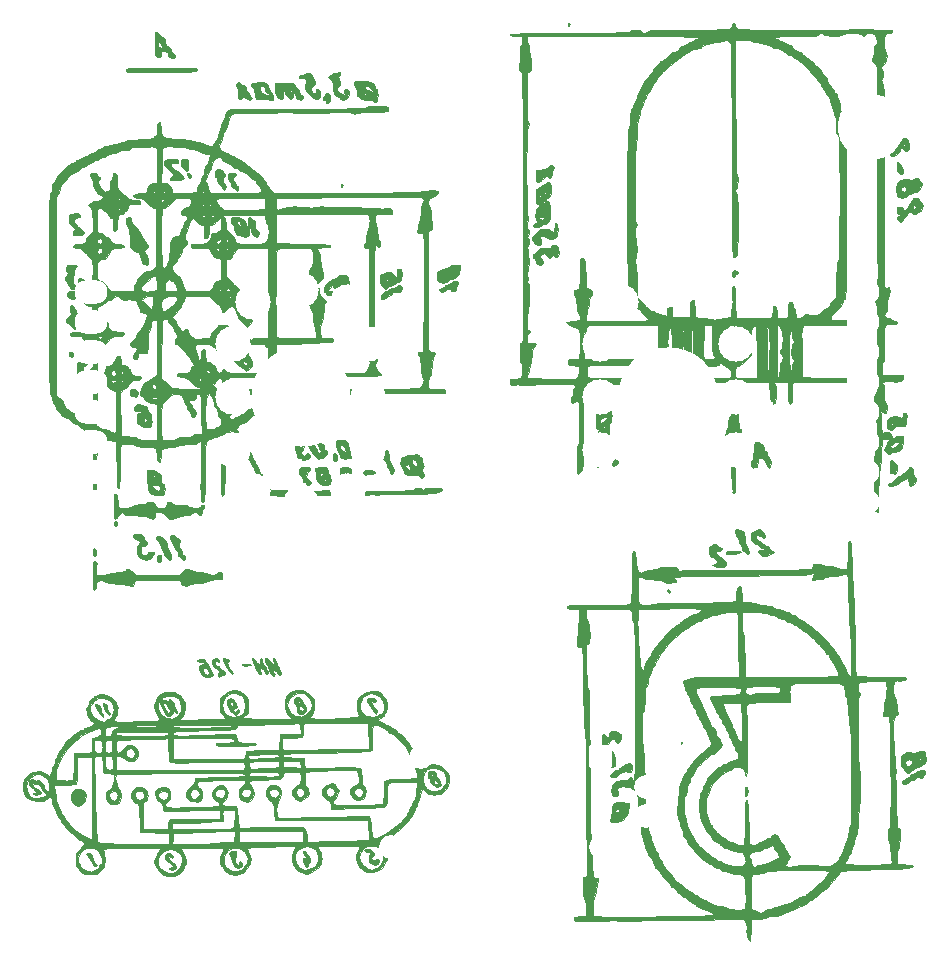
<source format=gbo>
G04 #@! TF.GenerationSoftware,KiCad,Pcbnew,5.1.10*
G04 #@! TF.CreationDate,2021-09-21T21:30:14+02:00*
G04 #@! TF.ProjectId,nixiev2,6e697869-6576-4322-9e6b-696361645f70,rev?*
G04 #@! TF.SameCoordinates,PX15cd0e0PY2455c20*
G04 #@! TF.FileFunction,Legend,Bot*
G04 #@! TF.FilePolarity,Positive*
%FSLAX46Y46*%
G04 Gerber Fmt 4.6, Leading zero omitted, Abs format (unit mm)*
G04 Created by KiCad (PCBNEW 5.1.10) date 2021-09-21 21:30:14*
%MOMM*%
%LPD*%
G01*
G04 APERTURE LIST*
%ADD10C,0.010000*%
%ADD11C,5.600000*%
%ADD12C,3.400000*%
%ADD13O,2.800000X2.000000*%
%ADD14C,3.000000*%
%ADD15C,8.400000*%
%ADD16C,2.000000*%
%ADD17O,2.000000X2.000000*%
G04 APERTURE END LIST*
D10*
G36*
X24440263Y-11615676D02*
G01*
X24251899Y-11656733D01*
X24169861Y-11768024D01*
X24145549Y-11920230D01*
X24178287Y-12204035D01*
X24314882Y-12405600D01*
X24513748Y-12571002D01*
X24658445Y-12602085D01*
X24730112Y-12496074D01*
X24733472Y-12467167D01*
X24752242Y-12264837D01*
X24769804Y-12107334D01*
X24773772Y-11816589D01*
X24689322Y-11657971D01*
X24503363Y-11611952D01*
X24440263Y-11615676D01*
G37*
X24440263Y-11615676D02*
X24251899Y-11656733D01*
X24169861Y-11768024D01*
X24145549Y-11920230D01*
X24178287Y-12204035D01*
X24314882Y-12405600D01*
X24513748Y-12571002D01*
X24658445Y-12602085D01*
X24730112Y-12496074D01*
X24733472Y-12467167D01*
X24752242Y-12264837D01*
X24769804Y-12107334D01*
X24773772Y-11816589D01*
X24689322Y-11657971D01*
X24503363Y-11611952D01*
X24440263Y-11615676D01*
G36*
X24700373Y-12845164D02*
G01*
X24673346Y-12985444D01*
X24725745Y-13084709D01*
X24874187Y-13201377D01*
X24995680Y-13160764D01*
X25021050Y-13037827D01*
X24966705Y-12883735D01*
X24868838Y-12788693D01*
X24844788Y-12784667D01*
X24700373Y-12845164D01*
G37*
X24700373Y-12845164D02*
X24673346Y-12985444D01*
X24725745Y-13084709D01*
X24874187Y-13201377D01*
X24995680Y-13160764D01*
X25021050Y-13037827D01*
X24966705Y-12883735D01*
X24868838Y-12788693D01*
X24844788Y-12784667D01*
X24700373Y-12845164D01*
G36*
X23074359Y-11631470D02*
G01*
X22809802Y-11727989D01*
X22701781Y-11889049D01*
X22750235Y-12114814D01*
X22955099Y-12405443D01*
X23115620Y-12574596D01*
X23540574Y-12993160D01*
X23357444Y-13131296D01*
X23221984Y-13274794D01*
X23241304Y-13376532D01*
X23405167Y-13432752D01*
X23703339Y-13439694D01*
X24087391Y-13399341D01*
X24285068Y-13346524D01*
X24394428Y-13275793D01*
X24369333Y-13176786D01*
X24258721Y-13013346D01*
X24103952Y-12833183D01*
X23946385Y-12684007D01*
X23827380Y-12613528D01*
X23819559Y-12612658D01*
X23684496Y-12548096D01*
X23513116Y-12399881D01*
X23361279Y-12225041D01*
X23284842Y-12080603D01*
X23283333Y-12065225D01*
X23317993Y-11978193D01*
X23449642Y-11965404D01*
X23567843Y-11983702D01*
X23778942Y-12001133D01*
X23884753Y-11939324D01*
X23906785Y-11895231D01*
X23930775Y-11731025D01*
X23833514Y-11637528D01*
X23596107Y-11601144D01*
X23495515Y-11599334D01*
X23074359Y-11631470D01*
G37*
X23074359Y-11631470D02*
X22809802Y-11727989D01*
X22701781Y-11889049D01*
X22750235Y-12114814D01*
X22955099Y-12405443D01*
X23115620Y-12574596D01*
X23540574Y-12993160D01*
X23357444Y-13131296D01*
X23221984Y-13274794D01*
X23241304Y-13376532D01*
X23405167Y-13432752D01*
X23703339Y-13439694D01*
X24087391Y-13399341D01*
X24285068Y-13346524D01*
X24394428Y-13275793D01*
X24369333Y-13176786D01*
X24258721Y-13013346D01*
X24103952Y-12833183D01*
X23946385Y-12684007D01*
X23827380Y-12613528D01*
X23819559Y-12612658D01*
X23684496Y-12548096D01*
X23513116Y-12399881D01*
X23361279Y-12225041D01*
X23284842Y-12080603D01*
X23283333Y-12065225D01*
X23317993Y-11978193D01*
X23449642Y-11965404D01*
X23567843Y-11983702D01*
X23778942Y-12001133D01*
X23884753Y-11939324D01*
X23906785Y-11895231D01*
X23930775Y-11731025D01*
X23833514Y-11637528D01*
X23596107Y-11601144D01*
X23495515Y-11599334D01*
X23074359Y-11631470D01*
G36*
X27274931Y-12484441D02*
G01*
X27141684Y-12593219D01*
X27052342Y-12779812D01*
X27026015Y-12976315D01*
X27081812Y-13114824D01*
X27094869Y-13124283D01*
X27180614Y-13249706D01*
X27225058Y-13424560D01*
X27290158Y-13625602D01*
X27388499Y-13737355D01*
X27524468Y-13873562D01*
X27603931Y-14019167D01*
X27717851Y-14193296D01*
X27839220Y-14217044D01*
X27924387Y-14097142D01*
X27940000Y-13967343D01*
X27900280Y-13759693D01*
X27813000Y-13661951D01*
X27714785Y-13548764D01*
X27686000Y-13407951D01*
X27732712Y-13231286D01*
X27813000Y-13153951D01*
X27924399Y-13060615D01*
X27893007Y-12912172D01*
X27715787Y-12696697D01*
X27690029Y-12671103D01*
X27472819Y-12504704D01*
X27293206Y-12479372D01*
X27274931Y-12484441D01*
G37*
X27274931Y-12484441D02*
X27141684Y-12593219D01*
X27052342Y-12779812D01*
X27026015Y-12976315D01*
X27081812Y-13114824D01*
X27094869Y-13124283D01*
X27180614Y-13249706D01*
X27225058Y-13424560D01*
X27290158Y-13625602D01*
X27388499Y-13737355D01*
X27524468Y-13873562D01*
X27603931Y-14019167D01*
X27717851Y-14193296D01*
X27839220Y-14217044D01*
X27924387Y-14097142D01*
X27940000Y-13967343D01*
X27900280Y-13759693D01*
X27813000Y-13661951D01*
X27714785Y-13548764D01*
X27686000Y-13407951D01*
X27732712Y-13231286D01*
X27813000Y-13153951D01*
X27924399Y-13060615D01*
X27893007Y-12912172D01*
X27715787Y-12696697D01*
X27690029Y-12671103D01*
X27472819Y-12504704D01*
X27293206Y-12479372D01*
X27274931Y-12484441D01*
G36*
X28303101Y-12809480D02*
G01*
X28169916Y-12899749D01*
X28160725Y-12918592D01*
X28110662Y-13168470D01*
X28155228Y-13360757D01*
X28236333Y-13431382D01*
X28344957Y-13547208D01*
X28363333Y-13633467D01*
X28401576Y-13879641D01*
X28501008Y-14029668D01*
X28575000Y-14054667D01*
X28697535Y-14122789D01*
X28732618Y-14181667D01*
X28817689Y-14286092D01*
X28915669Y-14302924D01*
X28956000Y-14230925D01*
X28983928Y-14089035D01*
X29007392Y-14019258D01*
X28999822Y-13905396D01*
X28929452Y-13885334D01*
X28818274Y-13809767D01*
X28744333Y-13631334D01*
X28682896Y-13453584D01*
X28612132Y-13377381D01*
X28610606Y-13377334D01*
X28532272Y-13327528D01*
X28551136Y-13221021D01*
X28646004Y-13122179D01*
X28702349Y-13098710D01*
X28825888Y-13013966D01*
X28820291Y-12919502D01*
X28703927Y-12819461D01*
X28506317Y-12782752D01*
X28303101Y-12809480D01*
G37*
X28303101Y-12809480D02*
X28169916Y-12899749D01*
X28160725Y-12918592D01*
X28110662Y-13168470D01*
X28155228Y-13360757D01*
X28236333Y-13431382D01*
X28344957Y-13547208D01*
X28363333Y-13633467D01*
X28401576Y-13879641D01*
X28501008Y-14029668D01*
X28575000Y-14054667D01*
X28697535Y-14122789D01*
X28732618Y-14181667D01*
X28817689Y-14286092D01*
X28915669Y-14302924D01*
X28956000Y-14230925D01*
X28983928Y-14089035D01*
X29007392Y-14019258D01*
X28999822Y-13905396D01*
X28929452Y-13885334D01*
X28818274Y-13809767D01*
X28744333Y-13631334D01*
X28682896Y-13453584D01*
X28612132Y-13377381D01*
X28610606Y-13377334D01*
X28532272Y-13327528D01*
X28551136Y-13221021D01*
X28646004Y-13122179D01*
X28702349Y-13098710D01*
X28825888Y-13013966D01*
X28820291Y-12919502D01*
X28703927Y-12819461D01*
X28506317Y-12782752D01*
X28303101Y-12809480D01*
G36*
X28573287Y-16533454D02*
G01*
X28433975Y-16609267D01*
X28414725Y-16643925D01*
X28368381Y-16919764D01*
X28472291Y-17121020D01*
X28540446Y-17172543D01*
X28670160Y-17313367D01*
X28665833Y-17489242D01*
X28655532Y-17645827D01*
X28700387Y-17695334D01*
X28770482Y-17766231D01*
X28786666Y-17864667D01*
X28837605Y-17998577D01*
X28993336Y-18034000D01*
X29172609Y-18065218D01*
X29252333Y-18118667D01*
X29375726Y-18184936D01*
X29575033Y-18200078D01*
X29765310Y-18165854D01*
X29852703Y-18106203D01*
X29900063Y-17954029D01*
X29921200Y-17767536D01*
X29958759Y-17573735D01*
X30030380Y-17508546D01*
X30101193Y-17584152D01*
X30127886Y-17695334D01*
X30220172Y-17953608D01*
X30391332Y-18139627D01*
X30577789Y-18203334D01*
X30686787Y-18164259D01*
X30730119Y-18019481D01*
X30734000Y-17907000D01*
X30702940Y-17681619D01*
X30616875Y-17610667D01*
X30505895Y-17539103D01*
X30474582Y-17456356D01*
X29228614Y-17456356D01*
X29207396Y-17592776D01*
X29189443Y-17610667D01*
X29140451Y-17538376D01*
X29125333Y-17408059D01*
X29078043Y-17232474D01*
X28998333Y-17156716D01*
X28886847Y-17054229D01*
X28889529Y-16927709D01*
X28998232Y-16851378D01*
X29032141Y-16848667D01*
X29137107Y-16882103D01*
X29195111Y-17009193D01*
X29223251Y-17229667D01*
X29228614Y-17456356D01*
X30474582Y-17456356D01*
X30442806Y-17372390D01*
X30448193Y-17182497D01*
X30474985Y-17114634D01*
X30478114Y-16972656D01*
X30340769Y-16781925D01*
X30308103Y-16748411D01*
X30134659Y-16596128D01*
X30000375Y-16514412D01*
X29978513Y-16510000D01*
X29917879Y-16526309D01*
X29883555Y-16602532D01*
X29864707Y-16779618D01*
X29855320Y-16975667D01*
X29819777Y-17175195D01*
X29752742Y-17270372D01*
X29683770Y-17240375D01*
X29648307Y-17121514D01*
X29527669Y-16821710D01*
X29281736Y-16611375D01*
X28941151Y-16513968D01*
X28849516Y-16510000D01*
X28573287Y-16533454D01*
G37*
X28573287Y-16533454D02*
X28433975Y-16609267D01*
X28414725Y-16643925D01*
X28368381Y-16919764D01*
X28472291Y-17121020D01*
X28540446Y-17172543D01*
X28670160Y-17313367D01*
X28665833Y-17489242D01*
X28655532Y-17645827D01*
X28700387Y-17695334D01*
X28770482Y-17766231D01*
X28786666Y-17864667D01*
X28837605Y-17998577D01*
X28993336Y-18034000D01*
X29172609Y-18065218D01*
X29252333Y-18118667D01*
X29375726Y-18184936D01*
X29575033Y-18200078D01*
X29765310Y-18165854D01*
X29852703Y-18106203D01*
X29900063Y-17954029D01*
X29921200Y-17767536D01*
X29958759Y-17573735D01*
X30030380Y-17508546D01*
X30101193Y-17584152D01*
X30127886Y-17695334D01*
X30220172Y-17953608D01*
X30391332Y-18139627D01*
X30577789Y-18203334D01*
X30686787Y-18164259D01*
X30730119Y-18019481D01*
X30734000Y-17907000D01*
X30702940Y-17681619D01*
X30616875Y-17610667D01*
X30505895Y-17539103D01*
X30474582Y-17456356D01*
X29228614Y-17456356D01*
X29207396Y-17592776D01*
X29189443Y-17610667D01*
X29140451Y-17538376D01*
X29125333Y-17408059D01*
X29078043Y-17232474D01*
X28998333Y-17156716D01*
X28886847Y-17054229D01*
X28889529Y-16927709D01*
X28998232Y-16851378D01*
X29032141Y-16848667D01*
X29137107Y-16882103D01*
X29195111Y-17009193D01*
X29223251Y-17229667D01*
X29228614Y-17456356D01*
X30474582Y-17456356D01*
X30442806Y-17372390D01*
X30448193Y-17182497D01*
X30474985Y-17114634D01*
X30478114Y-16972656D01*
X30340769Y-16781925D01*
X30308103Y-16748411D01*
X30134659Y-16596128D01*
X30000375Y-16514412D01*
X29978513Y-16510000D01*
X29917879Y-16526309D01*
X29883555Y-16602532D01*
X29864707Y-16779618D01*
X29855320Y-16975667D01*
X29819777Y-17175195D01*
X29752742Y-17270372D01*
X29683770Y-17240375D01*
X29648307Y-17121514D01*
X29527669Y-16821710D01*
X29281736Y-16611375D01*
X28941151Y-16513968D01*
X28849516Y-16510000D01*
X28573287Y-16533454D01*
G36*
X37720067Y-21435298D02*
G01*
X37589923Y-21471679D01*
X37577889Y-21484167D01*
X37493586Y-21553298D01*
X37300672Y-21672127D01*
X37055067Y-21807338D01*
X36656816Y-22063647D01*
X36403557Y-22343564D01*
X36380819Y-22381358D01*
X36272523Y-22588434D01*
X36248749Y-22725133D01*
X36304048Y-22864530D01*
X36340192Y-22926020D01*
X36546921Y-23127884D01*
X36739274Y-23182865D01*
X36921410Y-23183673D01*
X36990463Y-23108496D01*
X36999333Y-22992365D01*
X36966331Y-22828536D01*
X36834890Y-22776672D01*
X36787666Y-22775334D01*
X36622007Y-22761239D01*
X36594235Y-22700787D01*
X36700898Y-22566723D01*
X36754340Y-22512326D01*
X36932681Y-22333986D01*
X37159554Y-22582380D01*
X37413599Y-22812080D01*
X37637285Y-22886603D01*
X37865420Y-22806484D01*
X38108853Y-22596968D01*
X38342704Y-22324322D01*
X38402759Y-22192660D01*
X37846000Y-22192660D01*
X37793834Y-22238564D01*
X37761333Y-22225000D01*
X37679827Y-22112841D01*
X37676666Y-22088007D01*
X37728832Y-22042103D01*
X37761333Y-22055667D01*
X37842839Y-22167826D01*
X37846000Y-22192660D01*
X38402759Y-22192660D01*
X38433122Y-22126095D01*
X38383794Y-21992867D01*
X38354000Y-21971000D01*
X38293000Y-21856544D01*
X38269333Y-21669670D01*
X38255025Y-21508763D01*
X38179489Y-21438087D01*
X37993813Y-21420914D01*
X37937722Y-21420667D01*
X37720067Y-21435298D01*
G37*
X37720067Y-21435298D02*
X37589923Y-21471679D01*
X37577889Y-21484167D01*
X37493586Y-21553298D01*
X37300672Y-21672127D01*
X37055067Y-21807338D01*
X36656816Y-22063647D01*
X36403557Y-22343564D01*
X36380819Y-22381358D01*
X36272523Y-22588434D01*
X36248749Y-22725133D01*
X36304048Y-22864530D01*
X36340192Y-22926020D01*
X36546921Y-23127884D01*
X36739274Y-23182865D01*
X36921410Y-23183673D01*
X36990463Y-23108496D01*
X36999333Y-22992365D01*
X36966331Y-22828536D01*
X36834890Y-22776672D01*
X36787666Y-22775334D01*
X36622007Y-22761239D01*
X36594235Y-22700787D01*
X36700898Y-22566723D01*
X36754340Y-22512326D01*
X36932681Y-22333986D01*
X37159554Y-22582380D01*
X37413599Y-22812080D01*
X37637285Y-22886603D01*
X37865420Y-22806484D01*
X38108853Y-22596968D01*
X38342704Y-22324322D01*
X38402759Y-22192660D01*
X37846000Y-22192660D01*
X37793834Y-22238564D01*
X37761333Y-22225000D01*
X37679827Y-22112841D01*
X37676666Y-22088007D01*
X37728832Y-22042103D01*
X37761333Y-22055667D01*
X37842839Y-22167826D01*
X37846000Y-22192660D01*
X38402759Y-22192660D01*
X38433122Y-22126095D01*
X38383794Y-21992867D01*
X38354000Y-21971000D01*
X38293000Y-21856544D01*
X38269333Y-21669670D01*
X38255025Y-21508763D01*
X38179489Y-21438087D01*
X37993813Y-21420914D01*
X37937722Y-21420667D01*
X37720067Y-21435298D01*
G36*
X42481030Y-20926870D02*
G01*
X42425086Y-21001314D01*
X42426396Y-21183755D01*
X42432511Y-21251334D01*
X42428189Y-21496643D01*
X42356853Y-21586786D01*
X42223157Y-21520012D01*
X42094460Y-21378334D01*
X41912591Y-21225177D01*
X41714328Y-21167053D01*
X41557319Y-21216909D01*
X41529000Y-21251334D01*
X41411660Y-21318161D01*
X41280586Y-21336000D01*
X41128962Y-21377842D01*
X41047259Y-21532459D01*
X41031583Y-21600584D01*
X40988144Y-21872654D01*
X41005465Y-22055707D01*
X41100168Y-22224204D01*
X41197859Y-22345504D01*
X41373545Y-22534380D01*
X41494906Y-22594691D01*
X41602368Y-22538217D01*
X41656000Y-22479000D01*
X41811740Y-22369873D01*
X41899200Y-22350118D01*
X42060940Y-22299075D01*
X42248666Y-22182667D01*
X42441051Y-22064098D01*
X42598625Y-22015216D01*
X42729211Y-21938520D01*
X42762160Y-21844000D01*
X41825333Y-21844000D01*
X41752877Y-21907646D01*
X41613666Y-21928667D01*
X41454552Y-21899684D01*
X41402000Y-21844000D01*
X41474456Y-21780354D01*
X41613666Y-21759334D01*
X41772781Y-21788316D01*
X41825333Y-21844000D01*
X42762160Y-21844000D01*
X42809059Y-21709464D01*
X42839741Y-21323207D01*
X42840177Y-21272500D01*
X42831300Y-21046077D01*
X42783733Y-20941967D01*
X42668995Y-20913462D01*
X42620773Y-20912667D01*
X42481030Y-20926870D01*
G37*
X42481030Y-20926870D02*
X42425086Y-21001314D01*
X42426396Y-21183755D01*
X42432511Y-21251334D01*
X42428189Y-21496643D01*
X42356853Y-21586786D01*
X42223157Y-21520012D01*
X42094460Y-21378334D01*
X41912591Y-21225177D01*
X41714328Y-21167053D01*
X41557319Y-21216909D01*
X41529000Y-21251334D01*
X41411660Y-21318161D01*
X41280586Y-21336000D01*
X41128962Y-21377842D01*
X41047259Y-21532459D01*
X41031583Y-21600584D01*
X40988144Y-21872654D01*
X41005465Y-22055707D01*
X41100168Y-22224204D01*
X41197859Y-22345504D01*
X41373545Y-22534380D01*
X41494906Y-22594691D01*
X41602368Y-22538217D01*
X41656000Y-22479000D01*
X41811740Y-22369873D01*
X41899200Y-22350118D01*
X42060940Y-22299075D01*
X42248666Y-22182667D01*
X42441051Y-22064098D01*
X42598625Y-22015216D01*
X42729211Y-21938520D01*
X42762160Y-21844000D01*
X41825333Y-21844000D01*
X41752877Y-21907646D01*
X41613666Y-21928667D01*
X41454552Y-21899684D01*
X41402000Y-21844000D01*
X41474456Y-21780354D01*
X41613666Y-21759334D01*
X41772781Y-21788316D01*
X41825333Y-21844000D01*
X42762160Y-21844000D01*
X42809059Y-21709464D01*
X42839741Y-21323207D01*
X42840177Y-21272500D01*
X42831300Y-21046077D01*
X42783733Y-20941967D01*
X42668995Y-20913462D01*
X42620773Y-20912667D01*
X42481030Y-20926870D01*
G36*
X42506537Y-22322505D02*
G01*
X42448618Y-22394334D01*
X42335011Y-22494116D01*
X42203322Y-22521334D01*
X41990622Y-22574430D01*
X41879762Y-22648334D01*
X41704217Y-22754996D01*
X41598547Y-22776796D01*
X41422019Y-22842209D01*
X41241471Y-22997386D01*
X41109959Y-23185197D01*
X41077845Y-23337499D01*
X41138375Y-23471502D01*
X41263565Y-23495538D01*
X41478658Y-23409057D01*
X41625475Y-23325599D01*
X41843310Y-23175683D01*
X41993324Y-23036728D01*
X42024984Y-22987782D01*
X42137410Y-22896543D01*
X42392739Y-22860881D01*
X42457676Y-22860000D01*
X42692834Y-22853807D01*
X42804585Y-22811579D01*
X42838854Y-22697844D01*
X42841333Y-22563667D01*
X42822670Y-22359826D01*
X42749082Y-22277416D01*
X42669343Y-22267334D01*
X42506537Y-22322505D01*
G37*
X42506537Y-22322505D02*
X42448618Y-22394334D01*
X42335011Y-22494116D01*
X42203322Y-22521334D01*
X41990622Y-22574430D01*
X41879762Y-22648334D01*
X41704217Y-22754996D01*
X41598547Y-22776796D01*
X41422019Y-22842209D01*
X41241471Y-22997386D01*
X41109959Y-23185197D01*
X41077845Y-23337499D01*
X41138375Y-23471502D01*
X41263565Y-23495538D01*
X41478658Y-23409057D01*
X41625475Y-23325599D01*
X41843310Y-23175683D01*
X41993324Y-23036728D01*
X42024984Y-22987782D01*
X42137410Y-22896543D01*
X42392739Y-22860881D01*
X42457676Y-22860000D01*
X42692834Y-22853807D01*
X42804585Y-22811579D01*
X42838854Y-22697844D01*
X42841333Y-22563667D01*
X42822670Y-22359826D01*
X42749082Y-22277416D01*
X42669343Y-22267334D01*
X42506537Y-22322505D01*
G36*
X15169030Y-16205163D02*
G01*
X14935147Y-16242561D01*
X14767368Y-16268031D01*
X14753166Y-16269999D01*
X14680486Y-16360591D01*
X14648245Y-16589607D01*
X14647333Y-16647263D01*
X14682199Y-16944776D01*
X14807232Y-17166045D01*
X14862848Y-17225818D01*
X15026778Y-17369154D01*
X15147950Y-17439784D01*
X15159182Y-17441334D01*
X15236941Y-17487017D01*
X15204549Y-17579577D01*
X15113000Y-17641285D01*
X15025905Y-17735398D01*
X14985327Y-17884095D01*
X15003703Y-18009181D01*
X15049500Y-18040517D01*
X15347327Y-18060595D01*
X15622386Y-18062199D01*
X15775699Y-18048959D01*
X15897784Y-17959950D01*
X15917333Y-17889334D01*
X15857419Y-17748557D01*
X15715214Y-17573848D01*
X15547028Y-17423745D01*
X15409167Y-17356788D01*
X15404971Y-17356667D01*
X15332275Y-17288690D01*
X15324666Y-17238725D01*
X15256131Y-17109346D01*
X15191728Y-17069770D01*
X15092142Y-16960375D01*
X15093497Y-16799209D01*
X15181492Y-16658572D01*
X15282333Y-16611741D01*
X15519950Y-16563435D01*
X15618055Y-16501051D01*
X15605910Y-16396758D01*
X15574848Y-16333532D01*
X15479646Y-16216317D01*
X15330762Y-16186422D01*
X15169030Y-16205163D01*
G37*
X15169030Y-16205163D02*
X14935147Y-16242561D01*
X14767368Y-16268031D01*
X14753166Y-16269999D01*
X14680486Y-16360591D01*
X14648245Y-16589607D01*
X14647333Y-16647263D01*
X14682199Y-16944776D01*
X14807232Y-17166045D01*
X14862848Y-17225818D01*
X15026778Y-17369154D01*
X15147950Y-17439784D01*
X15159182Y-17441334D01*
X15236941Y-17487017D01*
X15204549Y-17579577D01*
X15113000Y-17641285D01*
X15025905Y-17735398D01*
X14985327Y-17884095D01*
X15003703Y-18009181D01*
X15049500Y-18040517D01*
X15347327Y-18060595D01*
X15622386Y-18062199D01*
X15775699Y-18048959D01*
X15897784Y-17959950D01*
X15917333Y-17889334D01*
X15857419Y-17748557D01*
X15715214Y-17573848D01*
X15547028Y-17423745D01*
X15409167Y-17356788D01*
X15404971Y-17356667D01*
X15332275Y-17288690D01*
X15324666Y-17238725D01*
X15256131Y-17109346D01*
X15191728Y-17069770D01*
X15092142Y-16960375D01*
X15093497Y-16799209D01*
X15181492Y-16658572D01*
X15282333Y-16611741D01*
X15519950Y-16563435D01*
X15618055Y-16501051D01*
X15605910Y-16396758D01*
X15574848Y-16333532D01*
X15479646Y-16216317D01*
X15330762Y-16186422D01*
X15169030Y-16205163D01*
G36*
X19555843Y-16616462D02*
G01*
X19486606Y-16790450D01*
X19522982Y-17046700D01*
X19635979Y-17302426D01*
X19733417Y-17529832D01*
X19793206Y-17819138D01*
X19824040Y-18217454D01*
X19828390Y-18344758D01*
X19845389Y-18722259D01*
X19877141Y-18973371D01*
X19932944Y-19140947D01*
X20022095Y-19267845D01*
X20030699Y-19277256D01*
X20226962Y-19418577D01*
X20424034Y-19473334D01*
X20558726Y-19494047D01*
X20633418Y-19585957D01*
X20679257Y-19793719D01*
X20687405Y-19850929D01*
X20752547Y-20125477D01*
X20852419Y-20352635D01*
X20887063Y-20401262D01*
X21070900Y-20539835D01*
X21256948Y-20567039D01*
X21381728Y-20483840D01*
X21410295Y-20312728D01*
X21372661Y-20065922D01*
X21286940Y-19814582D01*
X21171242Y-19629864D01*
X21162091Y-19620894D01*
X21053389Y-19434199D01*
X21106570Y-19251997D01*
X21256935Y-19131669D01*
X21355266Y-19055919D01*
X21360078Y-18944642D01*
X21301583Y-18786225D01*
X21161205Y-18534591D01*
X20979507Y-18299435D01*
X20814514Y-18085430D01*
X20704268Y-17873666D01*
X20701095Y-17864064D01*
X20603171Y-17686029D01*
X20425022Y-17459870D01*
X20295070Y-17323180D01*
X20061674Y-17050701D01*
X19952615Y-16816375D01*
X19947374Y-16772847D01*
X19907200Y-16606360D01*
X19772074Y-16553586D01*
X19727333Y-16552334D01*
X19555843Y-16616462D01*
G37*
X19555843Y-16616462D02*
X19486606Y-16790450D01*
X19522982Y-17046700D01*
X19635979Y-17302426D01*
X19733417Y-17529832D01*
X19793206Y-17819138D01*
X19824040Y-18217454D01*
X19828390Y-18344758D01*
X19845389Y-18722259D01*
X19877141Y-18973371D01*
X19932944Y-19140947D01*
X20022095Y-19267845D01*
X20030699Y-19277256D01*
X20226962Y-19418577D01*
X20424034Y-19473334D01*
X20558726Y-19494047D01*
X20633418Y-19585957D01*
X20679257Y-19793719D01*
X20687405Y-19850929D01*
X20752547Y-20125477D01*
X20852419Y-20352635D01*
X20887063Y-20401262D01*
X21070900Y-20539835D01*
X21256948Y-20567039D01*
X21381728Y-20483840D01*
X21410295Y-20312728D01*
X21372661Y-20065922D01*
X21286940Y-19814582D01*
X21171242Y-19629864D01*
X21162091Y-19620894D01*
X21053389Y-19434199D01*
X21106570Y-19251997D01*
X21256935Y-19131669D01*
X21355266Y-19055919D01*
X21360078Y-18944642D01*
X21301583Y-18786225D01*
X21161205Y-18534591D01*
X20979507Y-18299435D01*
X20814514Y-18085430D01*
X20704268Y-17873666D01*
X20701095Y-17864064D01*
X20603171Y-17686029D01*
X20425022Y-17459870D01*
X20295070Y-17323180D01*
X20061674Y-17050701D01*
X19952615Y-16816375D01*
X19947374Y-16772847D01*
X19907200Y-16606360D01*
X19772074Y-16553586D01*
X19727333Y-16552334D01*
X19555843Y-16616462D01*
G36*
X14826046Y-23997203D02*
G01*
X14761265Y-24106503D01*
X14734600Y-24283164D01*
X14747270Y-24455027D01*
X14800492Y-24549933D01*
X14816666Y-24553334D01*
X14898962Y-24603635D01*
X14867284Y-24730855D01*
X14734266Y-24899464D01*
X14673786Y-24955135D01*
X14531232Y-25118810D01*
X14443414Y-25294554D01*
X14427278Y-25432906D01*
X14492334Y-25484667D01*
X14588375Y-25540785D01*
X14750655Y-25682927D01*
X14838018Y-25770087D01*
X15021793Y-25931763D01*
X15172944Y-26014984D01*
X15218833Y-26017031D01*
X15300972Y-25912323D01*
X15324666Y-25776924D01*
X15393278Y-25575920D01*
X15494000Y-25484667D01*
X15635528Y-25317762D01*
X15663333Y-25146000D01*
X15601099Y-24905380D01*
X15494000Y-24807334D01*
X15357347Y-24676561D01*
X15321622Y-24571521D01*
X15270505Y-24408449D01*
X15150826Y-24225121D01*
X15004485Y-24070094D01*
X14873383Y-23991928D01*
X14826046Y-23997203D01*
G37*
X14826046Y-23997203D02*
X14761265Y-24106503D01*
X14734600Y-24283164D01*
X14747270Y-24455027D01*
X14800492Y-24549933D01*
X14816666Y-24553334D01*
X14898962Y-24603635D01*
X14867284Y-24730855D01*
X14734266Y-24899464D01*
X14673786Y-24955135D01*
X14531232Y-25118810D01*
X14443414Y-25294554D01*
X14427278Y-25432906D01*
X14492334Y-25484667D01*
X14588375Y-25540785D01*
X14750655Y-25682927D01*
X14838018Y-25770087D01*
X15021793Y-25931763D01*
X15172944Y-26014984D01*
X15218833Y-26017031D01*
X15300972Y-25912323D01*
X15324666Y-25776924D01*
X15393278Y-25575920D01*
X15494000Y-25484667D01*
X15635528Y-25317762D01*
X15663333Y-25146000D01*
X15601099Y-24905380D01*
X15494000Y-24807334D01*
X15357347Y-24676561D01*
X15321622Y-24571521D01*
X15270505Y-24408449D01*
X15150826Y-24225121D01*
X15004485Y-24070094D01*
X14873383Y-23991928D01*
X14826046Y-23997203D01*
G36*
X14718281Y-28003965D02*
G01*
X14666795Y-28141855D01*
X14722769Y-28272667D01*
X14740829Y-28285915D01*
X14913111Y-28357054D01*
X15015588Y-28289790D01*
X15038493Y-28240388D01*
X15041523Y-28058337D01*
X14920745Y-27950014D01*
X14851346Y-27940000D01*
X14718281Y-28003965D01*
G37*
X14718281Y-28003965D02*
X14666795Y-28141855D01*
X14722769Y-28272667D01*
X14740829Y-28285915D01*
X14913111Y-28357054D01*
X15015588Y-28289790D01*
X15038493Y-28240388D01*
X15041523Y-28058337D01*
X14920745Y-27950014D01*
X14851346Y-27940000D01*
X14718281Y-28003965D01*
G36*
X15333072Y-27986836D02*
G01*
X15311113Y-28004354D01*
X15250821Y-28153481D01*
X15321791Y-28290865D01*
X15491488Y-28361803D01*
X15524618Y-28363334D01*
X15705423Y-28421866D01*
X15805384Y-28558950D01*
X15785611Y-28709641D01*
X15672934Y-28769169D01*
X15531336Y-28786667D01*
X15412819Y-28799475D01*
X15351159Y-28865504D01*
X15327940Y-29026164D01*
X15324666Y-29251366D01*
X15356778Y-29628642D01*
X15456169Y-29868575D01*
X15470483Y-29886366D01*
X15653755Y-30033605D01*
X15810853Y-30033906D01*
X15878715Y-29965989D01*
X15901149Y-29832321D01*
X15891430Y-29603092D01*
X15878524Y-29500322D01*
X15853385Y-29264987D01*
X15876947Y-29153537D01*
X15957839Y-29125334D01*
X15958174Y-29125334D01*
X16107793Y-29070969D01*
X16295480Y-28937840D01*
X16320514Y-28915351D01*
X16462394Y-28770230D01*
X16487007Y-28681499D01*
X16408242Y-28598443D01*
X16407475Y-28597851D01*
X16287456Y-28432244D01*
X16240823Y-28278667D01*
X16197849Y-28143098D01*
X16082697Y-28059345D01*
X15849960Y-27996922D01*
X15809188Y-27988878D01*
X15504601Y-27951766D01*
X15333072Y-27986836D01*
G37*
X15333072Y-27986836D02*
X15311113Y-28004354D01*
X15250821Y-28153481D01*
X15321791Y-28290865D01*
X15491488Y-28361803D01*
X15524618Y-28363334D01*
X15705423Y-28421866D01*
X15805384Y-28558950D01*
X15785611Y-28709641D01*
X15672934Y-28769169D01*
X15531336Y-28786667D01*
X15412819Y-28799475D01*
X15351159Y-28865504D01*
X15327940Y-29026164D01*
X15324666Y-29251366D01*
X15356778Y-29628642D01*
X15456169Y-29868575D01*
X15470483Y-29886366D01*
X15653755Y-30033605D01*
X15810853Y-30033906D01*
X15878715Y-29965989D01*
X15901149Y-29832321D01*
X15891430Y-29603092D01*
X15878524Y-29500322D01*
X15853385Y-29264987D01*
X15876947Y-29153537D01*
X15957839Y-29125334D01*
X15958174Y-29125334D01*
X16107793Y-29070969D01*
X16295480Y-28937840D01*
X16320514Y-28915351D01*
X16462394Y-28770230D01*
X16487007Y-28681499D01*
X16408242Y-28598443D01*
X16407475Y-28597851D01*
X16287456Y-28432244D01*
X16240823Y-28278667D01*
X16197849Y-28143098D01*
X16082697Y-28059345D01*
X15849960Y-27996922D01*
X15809188Y-27988878D01*
X15504601Y-27951766D01*
X15333072Y-27986836D01*
G36*
X19854001Y-31208490D02*
G01*
X19812000Y-31409809D01*
X19842042Y-31582802D01*
X19965896Y-31669433D01*
X20076583Y-31697084D01*
X20321078Y-31738704D01*
X20442926Y-31719460D01*
X20484779Y-31615216D01*
X20489333Y-31463537D01*
X20467947Y-31260625D01*
X20376633Y-31165429D01*
X20261866Y-31133591D01*
X19997195Y-31118494D01*
X19854001Y-31208490D01*
G37*
X19854001Y-31208490D02*
X19812000Y-31409809D01*
X19842042Y-31582802D01*
X19965896Y-31669433D01*
X20076583Y-31697084D01*
X20321078Y-31738704D01*
X20442926Y-31719460D01*
X20484779Y-31615216D01*
X20489333Y-31463537D01*
X20467947Y-31260625D01*
X20376633Y-31165429D01*
X20261866Y-31133591D01*
X19997195Y-31118494D01*
X19854001Y-31208490D01*
G36*
X20405100Y-32408655D02*
G01*
X20282467Y-32530839D01*
X20164010Y-32743066D01*
X20181664Y-32869127D01*
X20346216Y-32926534D01*
X20531666Y-32935334D01*
X20758886Y-32952150D01*
X20895184Y-32994697D01*
X20912666Y-33020000D01*
X20840524Y-33084752D01*
X20710875Y-33104667D01*
X20526479Y-33167868D01*
X20458031Y-33295167D01*
X20414118Y-33549530D01*
X20409890Y-33793377D01*
X20442228Y-33973175D01*
X20501166Y-34036000D01*
X20627298Y-34097345D01*
X20694637Y-34168616D01*
X20838500Y-34258812D01*
X21077579Y-34324680D01*
X21338135Y-34353209D01*
X21546428Y-34331388D01*
X21568833Y-34322867D01*
X21636137Y-34206619D01*
X21670848Y-33945578D01*
X21674666Y-33788067D01*
X21672588Y-33746722D01*
X21251333Y-33746722D01*
X21213431Y-33902466D01*
X21132758Y-33923981D01*
X21058862Y-33818995D01*
X21039310Y-33713665D01*
X21071532Y-33566087D01*
X21138483Y-33528000D01*
X21224649Y-33601482D01*
X21251333Y-33746722D01*
X21672588Y-33746722D01*
X21658699Y-33470409D01*
X21602156Y-33269670D01*
X21510108Y-33151321D01*
X21371841Y-32950581D01*
X21319608Y-32778365D01*
X21250490Y-32595803D01*
X21082000Y-32525998D01*
X20887690Y-32475169D01*
X20789900Y-32420164D01*
X20606764Y-32344629D01*
X20405100Y-32408655D01*
G37*
X20405100Y-32408655D02*
X20282467Y-32530839D01*
X20164010Y-32743066D01*
X20181664Y-32869127D01*
X20346216Y-32926534D01*
X20531666Y-32935334D01*
X20758886Y-32952150D01*
X20895184Y-32994697D01*
X20912666Y-33020000D01*
X20840524Y-33084752D01*
X20710875Y-33104667D01*
X20526479Y-33167868D01*
X20458031Y-33295167D01*
X20414118Y-33549530D01*
X20409890Y-33793377D01*
X20442228Y-33973175D01*
X20501166Y-34036000D01*
X20627298Y-34097345D01*
X20694637Y-34168616D01*
X20838500Y-34258812D01*
X21077579Y-34324680D01*
X21338135Y-34353209D01*
X21546428Y-34331388D01*
X21568833Y-34322867D01*
X21636137Y-34206619D01*
X21670848Y-33945578D01*
X21674666Y-33788067D01*
X21672588Y-33746722D01*
X21251333Y-33746722D01*
X21213431Y-33902466D01*
X21132758Y-33923981D01*
X21058862Y-33818995D01*
X21039310Y-33713665D01*
X21071532Y-33566087D01*
X21138483Y-33528000D01*
X21224649Y-33601482D01*
X21251333Y-33746722D01*
X21672588Y-33746722D01*
X21658699Y-33470409D01*
X21602156Y-33269670D01*
X21510108Y-33151321D01*
X21371841Y-32950581D01*
X21319608Y-32778365D01*
X21250490Y-32595803D01*
X21082000Y-32525998D01*
X20887690Y-32475169D01*
X20789900Y-32420164D01*
X20606764Y-32344629D01*
X20405100Y-32408655D01*
G36*
X70872646Y-21089340D02*
G01*
X70812579Y-21317616D01*
X70812447Y-21318811D01*
X70814433Y-21516957D01*
X70887669Y-21588202D01*
X70911703Y-21590000D01*
X71052332Y-21521515D01*
X71089382Y-21463000D01*
X71195985Y-21350476D01*
X71256058Y-21336000D01*
X71363434Y-21293556D01*
X71342721Y-21194494D01*
X71203193Y-21081223D01*
X71199973Y-21079488D01*
X70996161Y-21013432D01*
X70872646Y-21089340D01*
G37*
X70872646Y-21089340D02*
X70812579Y-21317616D01*
X70812447Y-21318811D01*
X70814433Y-21516957D01*
X70887669Y-21588202D01*
X70911703Y-21590000D01*
X71052332Y-21521515D01*
X71089382Y-21463000D01*
X71195985Y-21350476D01*
X71256058Y-21336000D01*
X71363434Y-21293556D01*
X71342721Y-21194494D01*
X71203193Y-21081223D01*
X71199973Y-21079488D01*
X70996161Y-21013432D01*
X70872646Y-21089340D01*
G36*
X55301636Y-12178248D02*
G01*
X55207802Y-12276887D01*
X55202666Y-12316181D01*
X55122658Y-12426977D01*
X54895101Y-12499892D01*
X54538693Y-12529215D01*
X54504166Y-12529511D01*
X54186666Y-12530667D01*
X54186666Y-13029608D01*
X54210245Y-13369878D01*
X54285447Y-13552235D01*
X54418967Y-13582034D01*
X54617504Y-13464627D01*
X54672443Y-13417919D01*
X54914161Y-13204771D01*
X55057724Y-13086041D01*
X55131940Y-13044101D01*
X55165617Y-13061325D01*
X55182681Y-13105710D01*
X55284619Y-13191198D01*
X55379055Y-13208000D01*
X55486910Y-13176016D01*
X55533604Y-13051169D01*
X55541333Y-12878392D01*
X55574889Y-12617583D01*
X55666906Y-12500597D01*
X55752356Y-12396836D01*
X55745716Y-12330548D01*
X55634335Y-12206765D01*
X55465061Y-12155436D01*
X55301636Y-12178248D01*
G37*
X55301636Y-12178248D02*
X55207802Y-12276887D01*
X55202666Y-12316181D01*
X55122658Y-12426977D01*
X54895101Y-12499892D01*
X54538693Y-12529215D01*
X54504166Y-12529511D01*
X54186666Y-12530667D01*
X54186666Y-13029608D01*
X54210245Y-13369878D01*
X54285447Y-13552235D01*
X54418967Y-13582034D01*
X54617504Y-13464627D01*
X54672443Y-13417919D01*
X54914161Y-13204771D01*
X55057724Y-13086041D01*
X55131940Y-13044101D01*
X55165617Y-13061325D01*
X55182681Y-13105710D01*
X55284619Y-13191198D01*
X55379055Y-13208000D01*
X55486910Y-13176016D01*
X55533604Y-13051169D01*
X55541333Y-12878392D01*
X55574889Y-12617583D01*
X55666906Y-12500597D01*
X55752356Y-12396836D01*
X55745716Y-12330548D01*
X55634335Y-12206765D01*
X55465061Y-12155436D01*
X55301636Y-12178248D01*
G36*
X55178307Y-13594586D02*
G01*
X54986714Y-13718390D01*
X54815914Y-13843000D01*
X54583818Y-14005081D01*
X54391828Y-14112717D01*
X54307181Y-14139334D01*
X54242371Y-14178702D01*
X54204610Y-14315805D01*
X54188404Y-14579144D01*
X54186666Y-14764459D01*
X54190967Y-15087818D01*
X54211030Y-15280606D01*
X54257598Y-15381511D01*
X54341411Y-15429220D01*
X54373826Y-15438527D01*
X54560985Y-15487470D01*
X54373826Y-15686692D01*
X54251922Y-15898639D01*
X54186465Y-16178002D01*
X54179394Y-16467411D01*
X54232650Y-16709496D01*
X54334833Y-16840112D01*
X54413468Y-16903634D01*
X54365811Y-16958949D01*
X54207833Y-17021935D01*
X54022739Y-17118447D01*
X53934001Y-17225784D01*
X53932666Y-17237949D01*
X54004176Y-17319170D01*
X54178294Y-17355975D01*
X54394407Y-17349022D01*
X54591900Y-17298970D01*
X54694666Y-17229667D01*
X54862018Y-17124645D01*
X54982550Y-17102667D01*
X55199675Y-17048775D01*
X55346013Y-16877355D01*
X55428175Y-16574932D01*
X54948666Y-16574932D01*
X54879845Y-16712929D01*
X54692236Y-16750438D01*
X54655817Y-16746405D01*
X54524715Y-16692322D01*
X54501534Y-16637000D01*
X54580926Y-16567947D01*
X54733052Y-16527360D01*
X54881200Y-16525887D01*
X54948659Y-16574178D01*
X54948666Y-16574932D01*
X55428175Y-16574932D01*
X55428487Y-16573787D01*
X55454018Y-16123452D01*
X55453974Y-16106866D01*
X55426759Y-15639423D01*
X55348789Y-15330272D01*
X55308465Y-15282334D01*
X54948666Y-15282334D01*
X54902949Y-15395005D01*
X54864000Y-15409334D01*
X54788885Y-15340757D01*
X54779333Y-15282334D01*
X54825051Y-15169662D01*
X54864000Y-15155334D01*
X54939114Y-15223910D01*
X54948666Y-15282334D01*
X55308465Y-15282334D01*
X55218823Y-15175768D01*
X55129833Y-15155334D01*
X55036209Y-15114630D01*
X55062259Y-15022867D01*
X55188565Y-14925564D01*
X55236863Y-14904427D01*
X55355389Y-14837231D01*
X55418061Y-14728278D01*
X54682598Y-14728278D01*
X54654961Y-14812415D01*
X54549297Y-14864175D01*
X54512106Y-14850825D01*
X54476471Y-14761062D01*
X54516545Y-14706922D01*
X54630372Y-14658427D01*
X54682598Y-14728278D01*
X55418061Y-14728278D01*
X55423600Y-14718650D01*
X55461065Y-14501869D01*
X55463040Y-14478000D01*
X55202666Y-14478000D01*
X55130210Y-14541646D01*
X54991000Y-14562667D01*
X54831885Y-14533684D01*
X54779333Y-14478000D01*
X54851789Y-14414354D01*
X54991000Y-14393334D01*
X55150115Y-14422316D01*
X55202666Y-14478000D01*
X55463040Y-14478000D01*
X55474876Y-14335023D01*
X55477718Y-13944905D01*
X55426389Y-13678908D01*
X55324988Y-13554055D01*
X55285087Y-13546667D01*
X55178307Y-13594586D01*
G37*
X55178307Y-13594586D02*
X54986714Y-13718390D01*
X54815914Y-13843000D01*
X54583818Y-14005081D01*
X54391828Y-14112717D01*
X54307181Y-14139334D01*
X54242371Y-14178702D01*
X54204610Y-14315805D01*
X54188404Y-14579144D01*
X54186666Y-14764459D01*
X54190967Y-15087818D01*
X54211030Y-15280606D01*
X54257598Y-15381511D01*
X54341411Y-15429220D01*
X54373826Y-15438527D01*
X54560985Y-15487470D01*
X54373826Y-15686692D01*
X54251922Y-15898639D01*
X54186465Y-16178002D01*
X54179394Y-16467411D01*
X54232650Y-16709496D01*
X54334833Y-16840112D01*
X54413468Y-16903634D01*
X54365811Y-16958949D01*
X54207833Y-17021935D01*
X54022739Y-17118447D01*
X53934001Y-17225784D01*
X53932666Y-17237949D01*
X54004176Y-17319170D01*
X54178294Y-17355975D01*
X54394407Y-17349022D01*
X54591900Y-17298970D01*
X54694666Y-17229667D01*
X54862018Y-17124645D01*
X54982550Y-17102667D01*
X55199675Y-17048775D01*
X55346013Y-16877355D01*
X55428175Y-16574932D01*
X54948666Y-16574932D01*
X54879845Y-16712929D01*
X54692236Y-16750438D01*
X54655817Y-16746405D01*
X54524715Y-16692322D01*
X54501534Y-16637000D01*
X54580926Y-16567947D01*
X54733052Y-16527360D01*
X54881200Y-16525887D01*
X54948659Y-16574178D01*
X54948666Y-16574932D01*
X55428175Y-16574932D01*
X55428487Y-16573787D01*
X55454018Y-16123452D01*
X55453974Y-16106866D01*
X55426759Y-15639423D01*
X55348789Y-15330272D01*
X55308465Y-15282334D01*
X54948666Y-15282334D01*
X54902949Y-15395005D01*
X54864000Y-15409334D01*
X54788885Y-15340757D01*
X54779333Y-15282334D01*
X54825051Y-15169662D01*
X54864000Y-15155334D01*
X54939114Y-15223910D01*
X54948666Y-15282334D01*
X55308465Y-15282334D01*
X55218823Y-15175768D01*
X55129833Y-15155334D01*
X55036209Y-15114630D01*
X55062259Y-15022867D01*
X55188565Y-14925564D01*
X55236863Y-14904427D01*
X55355389Y-14837231D01*
X55418061Y-14728278D01*
X54682598Y-14728278D01*
X54654961Y-14812415D01*
X54549297Y-14864175D01*
X54512106Y-14850825D01*
X54476471Y-14761062D01*
X54516545Y-14706922D01*
X54630372Y-14658427D01*
X54682598Y-14728278D01*
X55418061Y-14728278D01*
X55423600Y-14718650D01*
X55461065Y-14501869D01*
X55463040Y-14478000D01*
X55202666Y-14478000D01*
X55130210Y-14541646D01*
X54991000Y-14562667D01*
X54831885Y-14533684D01*
X54779333Y-14478000D01*
X54851789Y-14414354D01*
X54991000Y-14393334D01*
X55150115Y-14422316D01*
X55202666Y-14478000D01*
X55463040Y-14478000D01*
X55474876Y-14335023D01*
X55477718Y-13944905D01*
X55426389Y-13678908D01*
X55324988Y-13554055D01*
X55285087Y-13546667D01*
X55178307Y-13594586D01*
G36*
X55842339Y-17075028D02*
G01*
X55804146Y-17185857D01*
X55795333Y-17401657D01*
X55776534Y-17657346D01*
X55715372Y-17769951D01*
X55675389Y-17780000D01*
X55546779Y-17723143D01*
X55523643Y-17684595D01*
X55428021Y-17622387D01*
X55219001Y-17568904D01*
X55067829Y-17548448D01*
X54813785Y-17533776D01*
X54638710Y-17568179D01*
X54472219Y-17677910D01*
X54301282Y-17834353D01*
X54045445Y-18098751D01*
X53919003Y-18298377D01*
X53913983Y-18467475D01*
X54022416Y-18640291D01*
X54095601Y-18717961D01*
X54278040Y-18885789D01*
X54407680Y-18947961D01*
X54542437Y-18926938D01*
X54588833Y-18909260D01*
X54673238Y-18797541D01*
X54691692Y-18611364D01*
X54647917Y-18430607D01*
X54562300Y-18339990D01*
X54474754Y-18256098D01*
X54482630Y-18203931D01*
X54617386Y-18128623D01*
X54836412Y-18129637D01*
X55076637Y-18199841D01*
X55225770Y-18288000D01*
X55443779Y-18426945D01*
X55617398Y-18431995D01*
X55808573Y-18301032D01*
X55845437Y-18266834D01*
X55967558Y-18117302D01*
X56028778Y-17928937D01*
X56047591Y-17640690D01*
X56047870Y-17598559D01*
X56033477Y-17292251D01*
X55983332Y-17123810D01*
X55922333Y-17072049D01*
X55842339Y-17075028D01*
G37*
X55842339Y-17075028D02*
X55804146Y-17185857D01*
X55795333Y-17401657D01*
X55776534Y-17657346D01*
X55715372Y-17769951D01*
X55675389Y-17780000D01*
X55546779Y-17723143D01*
X55523643Y-17684595D01*
X55428021Y-17622387D01*
X55219001Y-17568904D01*
X55067829Y-17548448D01*
X54813785Y-17533776D01*
X54638710Y-17568179D01*
X54472219Y-17677910D01*
X54301282Y-17834353D01*
X54045445Y-18098751D01*
X53919003Y-18298377D01*
X53913983Y-18467475D01*
X54022416Y-18640291D01*
X54095601Y-18717961D01*
X54278040Y-18885789D01*
X54407680Y-18947961D01*
X54542437Y-18926938D01*
X54588833Y-18909260D01*
X54673238Y-18797541D01*
X54691692Y-18611364D01*
X54647917Y-18430607D01*
X54562300Y-18339990D01*
X54474754Y-18256098D01*
X54482630Y-18203931D01*
X54617386Y-18128623D01*
X54836412Y-18129637D01*
X55076637Y-18199841D01*
X55225770Y-18288000D01*
X55443779Y-18426945D01*
X55617398Y-18431995D01*
X55808573Y-18301032D01*
X55845437Y-18266834D01*
X55967558Y-18117302D01*
X56028778Y-17928937D01*
X56047591Y-17640690D01*
X56047870Y-17598559D01*
X56033477Y-17292251D01*
X55983332Y-17123810D01*
X55922333Y-17072049D01*
X55842339Y-17075028D01*
G36*
X55587533Y-18933918D02*
G01*
X55520268Y-19036744D01*
X55472817Y-19125990D01*
X55363008Y-19165048D01*
X55147279Y-19164126D01*
X55017675Y-19154527D01*
X54743344Y-19139844D01*
X54573057Y-19167490D01*
X54442869Y-19258517D01*
X54334414Y-19379450D01*
X54173977Y-19545843D01*
X54046496Y-19636861D01*
X54022799Y-19642667D01*
X53945098Y-19704423D01*
X53940249Y-19838744D01*
X54000624Y-19969213D01*
X54059666Y-20011951D01*
X54158025Y-20125177D01*
X54186666Y-20265135D01*
X54248338Y-20450724D01*
X54377166Y-20520636D01*
X54569374Y-20565524D01*
X54667264Y-20559459D01*
X54722889Y-20517556D01*
X54778426Y-20370478D01*
X54762438Y-20179678D01*
X54687387Y-20034448D01*
X54652333Y-20011951D01*
X54536229Y-19909431D01*
X54571045Y-19771160D01*
X54701301Y-19658172D01*
X54911557Y-19609625D01*
X55114515Y-19729168D01*
X55228040Y-19875500D01*
X55366248Y-19974890D01*
X55513347Y-19932066D01*
X55580655Y-19833167D01*
X55633433Y-19734089D01*
X55698902Y-19770926D01*
X55754979Y-19843786D01*
X55900805Y-19952719D01*
X56002932Y-19952277D01*
X56102721Y-19826657D01*
X56132403Y-19566307D01*
X56090015Y-19191516D01*
X56081083Y-19145250D01*
X56016688Y-18956662D01*
X55892968Y-18886833D01*
X55794625Y-18880667D01*
X55587533Y-18933918D01*
G37*
X55587533Y-18933918D02*
X55520268Y-19036744D01*
X55472817Y-19125990D01*
X55363008Y-19165048D01*
X55147279Y-19164126D01*
X55017675Y-19154527D01*
X54743344Y-19139844D01*
X54573057Y-19167490D01*
X54442869Y-19258517D01*
X54334414Y-19379450D01*
X54173977Y-19545843D01*
X54046496Y-19636861D01*
X54022799Y-19642667D01*
X53945098Y-19704423D01*
X53940249Y-19838744D01*
X54000624Y-19969213D01*
X54059666Y-20011951D01*
X54158025Y-20125177D01*
X54186666Y-20265135D01*
X54248338Y-20450724D01*
X54377166Y-20520636D01*
X54569374Y-20565524D01*
X54667264Y-20559459D01*
X54722889Y-20517556D01*
X54778426Y-20370478D01*
X54762438Y-20179678D01*
X54687387Y-20034448D01*
X54652333Y-20011951D01*
X54536229Y-19909431D01*
X54571045Y-19771160D01*
X54701301Y-19658172D01*
X54911557Y-19609625D01*
X55114515Y-19729168D01*
X55228040Y-19875500D01*
X55366248Y-19974890D01*
X55513347Y-19932066D01*
X55580655Y-19833167D01*
X55633433Y-19734089D01*
X55698902Y-19770926D01*
X55754979Y-19843786D01*
X55900805Y-19952719D01*
X56002932Y-19952277D01*
X56102721Y-19826657D01*
X56132403Y-19566307D01*
X56090015Y-19191516D01*
X56081083Y-19145250D01*
X56016688Y-18956662D01*
X55892968Y-18886833D01*
X55794625Y-18880667D01*
X55587533Y-18933918D01*
G36*
X28207256Y-57330712D02*
G01*
X28203556Y-57333015D01*
X28072665Y-57443531D01*
X28034279Y-57582856D01*
X28085004Y-57796656D01*
X28155707Y-57977064D01*
X28340440Y-58322203D01*
X28549066Y-58555277D01*
X28760145Y-58662077D01*
X28952241Y-58628394D01*
X29031760Y-58557732D01*
X29082130Y-58412659D01*
X29057928Y-58255591D01*
X28974759Y-58168094D01*
X28956816Y-58166000D01*
X28886244Y-58236685D01*
X28843904Y-58346411D01*
X28798188Y-58470306D01*
X28727202Y-58453144D01*
X28650965Y-58381061D01*
X28556820Y-58260641D01*
X28591856Y-58182467D01*
X28624769Y-58159613D01*
X28764547Y-58091956D01*
X28807833Y-58082630D01*
X28876381Y-58018563D01*
X28864280Y-57864295D01*
X28829558Y-57778075D01*
X28584058Y-57778075D01*
X28576198Y-57891273D01*
X28499392Y-57912000D01*
X28380750Y-57893871D01*
X28363333Y-57876592D01*
X28336994Y-57777067D01*
X28311941Y-57707258D01*
X28319802Y-57594061D01*
X28396608Y-57573334D01*
X28515250Y-57591462D01*
X28532666Y-57608742D01*
X28559005Y-57708266D01*
X28584058Y-57778075D01*
X28829558Y-57778075D01*
X28785937Y-57669759D01*
X28655760Y-57484890D01*
X28626889Y-57455489D01*
X28457009Y-57309929D01*
X28337483Y-57274225D01*
X28207256Y-57330712D01*
G37*
X28207256Y-57330712D02*
X28203556Y-57333015D01*
X28072665Y-57443531D01*
X28034279Y-57582856D01*
X28085004Y-57796656D01*
X28155707Y-57977064D01*
X28340440Y-58322203D01*
X28549066Y-58555277D01*
X28760145Y-58662077D01*
X28952241Y-58628394D01*
X29031760Y-58557732D01*
X29082130Y-58412659D01*
X29057928Y-58255591D01*
X28974759Y-58168094D01*
X28956816Y-58166000D01*
X28886244Y-58236685D01*
X28843904Y-58346411D01*
X28798188Y-58470306D01*
X28727202Y-58453144D01*
X28650965Y-58381061D01*
X28556820Y-58260641D01*
X28591856Y-58182467D01*
X28624769Y-58159613D01*
X28764547Y-58091956D01*
X28807833Y-58082630D01*
X28876381Y-58018563D01*
X28864280Y-57864295D01*
X28829558Y-57778075D01*
X28584058Y-57778075D01*
X28576198Y-57891273D01*
X28499392Y-57912000D01*
X28380750Y-57893871D01*
X28363333Y-57876592D01*
X28336994Y-57777067D01*
X28311941Y-57707258D01*
X28319802Y-57594061D01*
X28396608Y-57573334D01*
X28515250Y-57591462D01*
X28532666Y-57608742D01*
X28559005Y-57708266D01*
X28584058Y-57778075D01*
X28829558Y-57778075D01*
X28785937Y-57669759D01*
X28655760Y-57484890D01*
X28626889Y-57455489D01*
X28457009Y-57309929D01*
X28337483Y-57274225D01*
X28207256Y-57330712D01*
G36*
X33885929Y-57203195D02*
G01*
X33767482Y-57361367D01*
X33745966Y-57570989D01*
X33828814Y-57745886D01*
X33838387Y-57754331D01*
X33913241Y-57895993D01*
X33950430Y-58122274D01*
X33951333Y-58162777D01*
X33976102Y-58392975D01*
X34073238Y-58523760D01*
X34166984Y-58575743D01*
X34333509Y-58650104D01*
X34428327Y-58658054D01*
X34538136Y-58593025D01*
X34609828Y-58542199D01*
X34767621Y-58347076D01*
X34771233Y-58212220D01*
X34566466Y-58212220D01*
X34565267Y-58285845D01*
X34446581Y-58332652D01*
X34254591Y-58283942D01*
X34153682Y-58185680D01*
X34123301Y-58043790D01*
X34168610Y-57932833D01*
X34228850Y-57912000D01*
X34352001Y-57964423D01*
X34481695Y-58083561D01*
X34566466Y-58212220D01*
X34771233Y-58212220D01*
X34773924Y-58111790D01*
X34629566Y-57870158D01*
X34592449Y-57833079D01*
X34463632Y-57670806D01*
X34427314Y-57536332D01*
X34429694Y-57528491D01*
X34254447Y-57528491D01*
X34247666Y-57573334D01*
X34175246Y-57654016D01*
X34163000Y-57658000D01*
X34095686Y-57598949D01*
X34078333Y-57573334D01*
X34098439Y-57501604D01*
X34163000Y-57488667D01*
X34254447Y-57528491D01*
X34429694Y-57528491D01*
X34429756Y-57528290D01*
X34401499Y-57401356D01*
X34267110Y-57278301D01*
X34086725Y-57195073D01*
X33920479Y-57187621D01*
X33885929Y-57203195D01*
G37*
X33885929Y-57203195D02*
X33767482Y-57361367D01*
X33745966Y-57570989D01*
X33828814Y-57745886D01*
X33838387Y-57754331D01*
X33913241Y-57895993D01*
X33950430Y-58122274D01*
X33951333Y-58162777D01*
X33976102Y-58392975D01*
X34073238Y-58523760D01*
X34166984Y-58575743D01*
X34333509Y-58650104D01*
X34428327Y-58658054D01*
X34538136Y-58593025D01*
X34609828Y-58542199D01*
X34767621Y-58347076D01*
X34771233Y-58212220D01*
X34566466Y-58212220D01*
X34565267Y-58285845D01*
X34446581Y-58332652D01*
X34254591Y-58283942D01*
X34153682Y-58185680D01*
X34123301Y-58043790D01*
X34168610Y-57932833D01*
X34228850Y-57912000D01*
X34352001Y-57964423D01*
X34481695Y-58083561D01*
X34566466Y-58212220D01*
X34771233Y-58212220D01*
X34773924Y-58111790D01*
X34629566Y-57870158D01*
X34592449Y-57833079D01*
X34463632Y-57670806D01*
X34427314Y-57536332D01*
X34429694Y-57528491D01*
X34254447Y-57528491D01*
X34247666Y-57573334D01*
X34175246Y-57654016D01*
X34163000Y-57658000D01*
X34095686Y-57598949D01*
X34078333Y-57573334D01*
X34098439Y-57501604D01*
X34163000Y-57488667D01*
X34254447Y-57528491D01*
X34429694Y-57528491D01*
X34429756Y-57528290D01*
X34401499Y-57401356D01*
X34267110Y-57278301D01*
X34086725Y-57195073D01*
X33920479Y-57187621D01*
X33885929Y-57203195D01*
G36*
X40015888Y-57251107D02*
G01*
X39892766Y-57314464D01*
X39878000Y-57358612D01*
X39920610Y-57488317D01*
X40030753Y-57702839D01*
X40181898Y-57960082D01*
X40347511Y-58217946D01*
X40501063Y-58434335D01*
X40616020Y-58567152D01*
X40653656Y-58589334D01*
X40707719Y-58517016D01*
X40724666Y-58384722D01*
X40701565Y-58216896D01*
X40661166Y-58151889D01*
X40576177Y-58072141D01*
X40435005Y-57903348D01*
X40364495Y-57811373D01*
X40224559Y-57594369D01*
X40203178Y-57469604D01*
X40232498Y-57436549D01*
X40340853Y-57435404D01*
X40366892Y-57473677D01*
X40459757Y-57564864D01*
X40595443Y-57570710D01*
X40697079Y-57502116D01*
X40708946Y-57425167D01*
X40620675Y-57326746D01*
X40437382Y-57261857D01*
X40216607Y-57235108D01*
X40015888Y-57251107D01*
G37*
X40015888Y-57251107D02*
X39892766Y-57314464D01*
X39878000Y-57358612D01*
X39920610Y-57488317D01*
X40030753Y-57702839D01*
X40181898Y-57960082D01*
X40347511Y-58217946D01*
X40501063Y-58434335D01*
X40616020Y-58567152D01*
X40653656Y-58589334D01*
X40707719Y-58517016D01*
X40724666Y-58384722D01*
X40701565Y-58216896D01*
X40661166Y-58151889D01*
X40576177Y-58072141D01*
X40435005Y-57903348D01*
X40364495Y-57811373D01*
X40224559Y-57594369D01*
X40203178Y-57469604D01*
X40232498Y-57436549D01*
X40340853Y-57435404D01*
X40366892Y-57473677D01*
X40459757Y-57564864D01*
X40595443Y-57570710D01*
X40697079Y-57502116D01*
X40708946Y-57425167D01*
X40620675Y-57326746D01*
X40437382Y-57261857D01*
X40216607Y-57235108D01*
X40015888Y-57251107D01*
G36*
X17530336Y-57723703D02*
G01*
X17548007Y-57894358D01*
X17636824Y-58132439D01*
X17663979Y-58187231D01*
X17819989Y-58447743D01*
X17961217Y-58612638D01*
X18067122Y-58665198D01*
X18117167Y-58588703D01*
X18118666Y-58557367D01*
X18058919Y-58409480D01*
X17989755Y-58333747D01*
X17901973Y-58163950D01*
X17912767Y-58063162D01*
X17890396Y-57895534D01*
X17766121Y-57738099D01*
X17596362Y-57661103D01*
X17589500Y-57660693D01*
X17530336Y-57723703D01*
G37*
X17530336Y-57723703D02*
X17548007Y-57894358D01*
X17636824Y-58132439D01*
X17663979Y-58187231D01*
X17819989Y-58447743D01*
X17961217Y-58612638D01*
X18067122Y-58665198D01*
X18117167Y-58588703D01*
X18118666Y-58557367D01*
X18058919Y-58409480D01*
X17989755Y-58333747D01*
X17901973Y-58163950D01*
X17912767Y-58063162D01*
X17890396Y-57895534D01*
X17766121Y-57738099D01*
X17596362Y-57661103D01*
X17589500Y-57660693D01*
X17530336Y-57723703D01*
G36*
X16886493Y-57761285D02*
G01*
X16897792Y-57859675D01*
X16989018Y-58065226D01*
X17143995Y-58345681D01*
X17325658Y-58637069D01*
X17460710Y-58797837D01*
X17555998Y-58834569D01*
X17583422Y-58745397D01*
X17562847Y-58652834D01*
X17488445Y-58492774D01*
X17430142Y-58434111D01*
X17377615Y-58338689D01*
X17356666Y-58157129D01*
X17306934Y-57938721D01*
X17144642Y-57811765D01*
X16974665Y-57755832D01*
X16886493Y-57761285D01*
G37*
X16886493Y-57761285D02*
X16897792Y-57859675D01*
X16989018Y-58065226D01*
X17143995Y-58345681D01*
X17325658Y-58637069D01*
X17460710Y-58797837D01*
X17555998Y-58834569D01*
X17583422Y-58745397D01*
X17562847Y-58652834D01*
X17488445Y-58492774D01*
X17430142Y-58434111D01*
X17377615Y-58338689D01*
X17356666Y-58157129D01*
X17306934Y-57938721D01*
X17144642Y-57811765D01*
X16974665Y-57755832D01*
X16886493Y-57761285D01*
G36*
X45153866Y-63475446D02*
G01*
X45080705Y-63570966D01*
X45046222Y-63739156D01*
X45054027Y-63907559D01*
X45107729Y-64003719D01*
X45127333Y-64008000D01*
X45201890Y-64076811D01*
X45212000Y-64138429D01*
X45278805Y-64355706D01*
X45443172Y-64570956D01*
X45651025Y-64726731D01*
X45806478Y-64770000D01*
X45994425Y-64750619D01*
X46086889Y-64713556D01*
X46143733Y-64545834D01*
X46119035Y-64441700D01*
X45889333Y-64441700D01*
X45827416Y-64507402D01*
X45699877Y-64503476D01*
X45594035Y-64432979D01*
X45593000Y-64431334D01*
X45570118Y-64294557D01*
X45653384Y-64227223D01*
X45769871Y-64268256D01*
X45872055Y-64388991D01*
X45889333Y-64441700D01*
X46119035Y-64441700D01*
X46086704Y-64305392D01*
X45931666Y-64042808D01*
X45797242Y-63838447D01*
X45780557Y-63800558D01*
X45509336Y-63800558D01*
X45448944Y-63901723D01*
X45359877Y-63988285D01*
X45319769Y-63931521D01*
X45310349Y-63887558D01*
X45307452Y-63739419D01*
X45325883Y-63696562D01*
X45425924Y-63692121D01*
X45464478Y-63710726D01*
X45509336Y-63800558D01*
X45780557Y-63800558D01*
X45724328Y-63672878D01*
X45720000Y-63642519D01*
X45646966Y-63544004D01*
X45474005Y-63474029D01*
X45270328Y-63453020D01*
X45153866Y-63475446D01*
G37*
X45153866Y-63475446D02*
X45080705Y-63570966D01*
X45046222Y-63739156D01*
X45054027Y-63907559D01*
X45107729Y-64003719D01*
X45127333Y-64008000D01*
X45201890Y-64076811D01*
X45212000Y-64138429D01*
X45278805Y-64355706D01*
X45443172Y-64570956D01*
X45651025Y-64726731D01*
X45806478Y-64770000D01*
X45994425Y-64750619D01*
X46086889Y-64713556D01*
X46143733Y-64545834D01*
X46119035Y-64441700D01*
X45889333Y-64441700D01*
X45827416Y-64507402D01*
X45699877Y-64503476D01*
X45594035Y-64432979D01*
X45593000Y-64431334D01*
X45570118Y-64294557D01*
X45653384Y-64227223D01*
X45769871Y-64268256D01*
X45872055Y-64388991D01*
X45889333Y-64441700D01*
X46119035Y-64441700D01*
X46086704Y-64305392D01*
X45931666Y-64042808D01*
X45797242Y-63838447D01*
X45780557Y-63800558D01*
X45509336Y-63800558D01*
X45448944Y-63901723D01*
X45359877Y-63988285D01*
X45319769Y-63931521D01*
X45310349Y-63887558D01*
X45307452Y-63739419D01*
X45325883Y-63696562D01*
X45425924Y-63692121D01*
X45464478Y-63710726D01*
X45509336Y-63800558D01*
X45780557Y-63800558D01*
X45724328Y-63672878D01*
X45720000Y-63642519D01*
X45646966Y-63544004D01*
X45474005Y-63474029D01*
X45270328Y-63453020D01*
X45153866Y-63475446D01*
G36*
X15210137Y-64990968D02*
G01*
X14989581Y-65152350D01*
X14880640Y-65433193D01*
X14875569Y-65466981D01*
X14880690Y-65855810D01*
X15012633Y-66138022D01*
X15210987Y-66284664D01*
X15442037Y-66365500D01*
X15621269Y-66342596D01*
X15824148Y-66203457D01*
X15853833Y-66178213D01*
X16009531Y-66006727D01*
X16076175Y-65802554D01*
X16086666Y-65598772D01*
X16032560Y-65249324D01*
X15871674Y-65029183D01*
X15606160Y-64941015D01*
X15554817Y-64939334D01*
X15210137Y-64990968D01*
G37*
X15210137Y-64990968D02*
X14989581Y-65152350D01*
X14880640Y-65433193D01*
X14875569Y-65466981D01*
X14880690Y-65855810D01*
X15012633Y-66138022D01*
X15210987Y-66284664D01*
X15442037Y-66365500D01*
X15621269Y-66342596D01*
X15824148Y-66203457D01*
X15853833Y-66178213D01*
X16009531Y-66006727D01*
X16076175Y-65802554D01*
X16086666Y-65598772D01*
X16032560Y-65249324D01*
X15871674Y-65029183D01*
X15606160Y-64941015D01*
X15554817Y-64939334D01*
X15210137Y-64990968D01*
G36*
X34480994Y-70217808D02*
G01*
X34488042Y-70319020D01*
X34617505Y-70512990D01*
X34628666Y-70527334D01*
X34767528Y-70735790D01*
X34775240Y-70841067D01*
X34651802Y-70847098D01*
X34628666Y-70841468D01*
X34500117Y-70841798D01*
X34460070Y-70963592D01*
X34459333Y-71000927D01*
X34489339Y-71156209D01*
X34544000Y-71204667D01*
X34612790Y-71275579D01*
X34628666Y-71374000D01*
X34686884Y-71513992D01*
X34807058Y-71543334D01*
X34936504Y-71507012D01*
X34935486Y-71413129D01*
X34953823Y-71276197D01*
X35011094Y-71234737D01*
X35096252Y-71138781D01*
X35134598Y-70981914D01*
X35119449Y-70838217D01*
X35052000Y-70781334D01*
X34976885Y-70712757D01*
X34967333Y-70654334D01*
X34926863Y-70541586D01*
X34892541Y-70527334D01*
X34813492Y-70456872D01*
X34773468Y-70358000D01*
X34680822Y-70220300D01*
X34594260Y-70188667D01*
X34480994Y-70217808D01*
G37*
X34480994Y-70217808D02*
X34488042Y-70319020D01*
X34617505Y-70512990D01*
X34628666Y-70527334D01*
X34767528Y-70735790D01*
X34775240Y-70841067D01*
X34651802Y-70847098D01*
X34628666Y-70841468D01*
X34500117Y-70841798D01*
X34460070Y-70963592D01*
X34459333Y-71000927D01*
X34489339Y-71156209D01*
X34544000Y-71204667D01*
X34612790Y-71275579D01*
X34628666Y-71374000D01*
X34686884Y-71513992D01*
X34807058Y-71543334D01*
X34936504Y-71507012D01*
X34935486Y-71413129D01*
X34953823Y-71276197D01*
X35011094Y-71234737D01*
X35096252Y-71138781D01*
X35134598Y-70981914D01*
X35119449Y-70838217D01*
X35052000Y-70781334D01*
X34976885Y-70712757D01*
X34967333Y-70654334D01*
X34926863Y-70541586D01*
X34892541Y-70527334D01*
X34813492Y-70456872D01*
X34773468Y-70358000D01*
X34680822Y-70220300D01*
X34594260Y-70188667D01*
X34480994Y-70217808D01*
G36*
X39847045Y-70041919D02*
G01*
X39758411Y-70070539D01*
X39664811Y-70148052D01*
X39710215Y-70226137D01*
X39867781Y-70271176D01*
X39920333Y-70273334D01*
X40085930Y-70308940D01*
X40192468Y-70389000D01*
X40201218Y-70473378D01*
X40146990Y-70508226D01*
X40064444Y-70613136D01*
X40052423Y-70805890D01*
X40104620Y-71023433D01*
X40214724Y-71202709D01*
X40216666Y-71204667D01*
X40410913Y-71326864D01*
X40634890Y-71375359D01*
X40814039Y-71336598D01*
X40837555Y-71317556D01*
X40882105Y-71196406D01*
X40894000Y-71063556D01*
X40841791Y-70902463D01*
X40712373Y-70875568D01*
X40575855Y-70964012D01*
X40458336Y-71016105D01*
X40347255Y-70953645D01*
X40228428Y-70813556D01*
X40271515Y-70716757D01*
X40386000Y-70672135D01*
X40530933Y-70576511D01*
X40527365Y-70413485D01*
X40382702Y-70204632D01*
X40136065Y-70041739D01*
X39847045Y-70041919D01*
G37*
X39847045Y-70041919D02*
X39758411Y-70070539D01*
X39664811Y-70148052D01*
X39710215Y-70226137D01*
X39867781Y-70271176D01*
X39920333Y-70273334D01*
X40085930Y-70308940D01*
X40192468Y-70389000D01*
X40201218Y-70473378D01*
X40146990Y-70508226D01*
X40064444Y-70613136D01*
X40052423Y-70805890D01*
X40104620Y-71023433D01*
X40214724Y-71202709D01*
X40216666Y-71204667D01*
X40410913Y-71326864D01*
X40634890Y-71375359D01*
X40814039Y-71336598D01*
X40837555Y-71317556D01*
X40882105Y-71196406D01*
X40894000Y-71063556D01*
X40841791Y-70902463D01*
X40712373Y-70875568D01*
X40575855Y-70964012D01*
X40458336Y-71016105D01*
X40347255Y-70953645D01*
X40228428Y-70813556D01*
X40271515Y-70716757D01*
X40386000Y-70672135D01*
X40530933Y-70576511D01*
X40527365Y-70413485D01*
X40382702Y-70204632D01*
X40136065Y-70041739D01*
X39847045Y-70041919D01*
G36*
X16186280Y-70389588D02*
G01*
X16138044Y-70479128D01*
X16196532Y-70570364D01*
X16382767Y-70796854D01*
X16580229Y-71078812D01*
X16716821Y-71309756D01*
X16828444Y-71462363D01*
X16941814Y-71526705D01*
X17011973Y-71483435D01*
X17018000Y-71439354D01*
X16964072Y-71296416D01*
X16842916Y-71133333D01*
X16705558Y-70914971D01*
X16620365Y-70652884D01*
X16620172Y-70651702D01*
X16562609Y-70445806D01*
X16458556Y-70365115D01*
X16386033Y-70358000D01*
X16186280Y-70389588D01*
G37*
X16186280Y-70389588D02*
X16138044Y-70479128D01*
X16196532Y-70570364D01*
X16382767Y-70796854D01*
X16580229Y-71078812D01*
X16716821Y-71309756D01*
X16828444Y-71462363D01*
X16941814Y-71526705D01*
X17011973Y-71483435D01*
X17018000Y-71439354D01*
X16964072Y-71296416D01*
X16842916Y-71133333D01*
X16705558Y-70914971D01*
X16620365Y-70652884D01*
X16620172Y-70651702D01*
X16562609Y-70445806D01*
X16458556Y-70365115D01*
X16386033Y-70358000D01*
X16186280Y-70389588D01*
G36*
X28443915Y-70238970D02*
G01*
X28325948Y-70301579D01*
X28222854Y-70393801D01*
X28236554Y-70482647D01*
X28321636Y-70589799D01*
X28438394Y-70803861D01*
X28492671Y-71031188D01*
X28582256Y-71343895D01*
X28773862Y-71547306D01*
X29036787Y-71620161D01*
X29273500Y-71571927D01*
X29369076Y-71459216D01*
X29349441Y-71287459D01*
X29262413Y-71160318D01*
X29132620Y-71087295D01*
X29056716Y-71171042D01*
X29040666Y-71316567D01*
X29031406Y-71430079D01*
X28974984Y-71420888D01*
X28871333Y-71331667D01*
X28734901Y-71140849D01*
X28704905Y-70945577D01*
X28755790Y-70840432D01*
X28798755Y-70727006D01*
X28833227Y-70519984D01*
X28836409Y-70487655D01*
X28840470Y-70286850D01*
X28785276Y-70203522D01*
X28671801Y-70188667D01*
X28443915Y-70238970D01*
G37*
X28443915Y-70238970D02*
X28325948Y-70301579D01*
X28222854Y-70393801D01*
X28236554Y-70482647D01*
X28321636Y-70589799D01*
X28438394Y-70803861D01*
X28492671Y-71031188D01*
X28582256Y-71343895D01*
X28773862Y-71547306D01*
X29036787Y-71620161D01*
X29273500Y-71571927D01*
X29369076Y-71459216D01*
X29349441Y-71287459D01*
X29262413Y-71160318D01*
X29132620Y-71087295D01*
X29056716Y-71171042D01*
X29040666Y-71316567D01*
X29031406Y-71430079D01*
X28974984Y-71420888D01*
X28871333Y-71331667D01*
X28734901Y-71140849D01*
X28704905Y-70945577D01*
X28755790Y-70840432D01*
X28798755Y-70727006D01*
X28833227Y-70519984D01*
X28836409Y-70487655D01*
X28840470Y-70286850D01*
X28785276Y-70203522D01*
X28671801Y-70188667D01*
X28443915Y-70238970D01*
G36*
X22859334Y-70443875D02*
G01*
X22795762Y-70627676D01*
X22792558Y-70656424D01*
X22797763Y-70820714D01*
X22872932Y-70956278D01*
X23050252Y-71110006D01*
X23156623Y-71186828D01*
X23393826Y-71381981D01*
X23483067Y-71524924D01*
X23422379Y-71608528D01*
X23278336Y-71628000D01*
X23143492Y-71664419D01*
X23114000Y-71712667D01*
X23187241Y-71772560D01*
X23374222Y-71783617D01*
X23625831Y-71743396D01*
X23643166Y-71738971D01*
X23766297Y-71668688D01*
X23763459Y-71544827D01*
X23629293Y-71353353D01*
X23410333Y-71129187D01*
X23158866Y-70870054D01*
X23038127Y-70697881D01*
X23051167Y-70617535D01*
X23086166Y-70612000D01*
X23185990Y-70662790D01*
X23297833Y-70752122D01*
X23412628Y-70844714D01*
X23449712Y-70817144D01*
X23452666Y-70746075D01*
X23378717Y-70537157D01*
X23197657Y-70398304D01*
X23008307Y-70373260D01*
X22859334Y-70443875D01*
G37*
X22859334Y-70443875D02*
X22795762Y-70627676D01*
X22792558Y-70656424D01*
X22797763Y-70820714D01*
X22872932Y-70956278D01*
X23050252Y-71110006D01*
X23156623Y-71186828D01*
X23393826Y-71381981D01*
X23483067Y-71524924D01*
X23422379Y-71608528D01*
X23278336Y-71628000D01*
X23143492Y-71664419D01*
X23114000Y-71712667D01*
X23187241Y-71772560D01*
X23374222Y-71783617D01*
X23625831Y-71743396D01*
X23643166Y-71738971D01*
X23766297Y-71668688D01*
X23763459Y-71544827D01*
X23629293Y-71353353D01*
X23410333Y-71129187D01*
X23158866Y-70870054D01*
X23038127Y-70697881D01*
X23051167Y-70617535D01*
X23086166Y-70612000D01*
X23185990Y-70662790D01*
X23297833Y-70752122D01*
X23412628Y-70844714D01*
X23449712Y-70817144D01*
X23452666Y-70746075D01*
X23378717Y-70537157D01*
X23197657Y-70398304D01*
X23008307Y-70373260D01*
X22859334Y-70443875D01*
G36*
X65328920Y-48121027D02*
G01*
X65320333Y-48174174D01*
X65391070Y-48293074D01*
X65476189Y-48330030D01*
X65594217Y-48312552D01*
X65602029Y-48204189D01*
X65526868Y-48082710D01*
X65412145Y-48052466D01*
X65328920Y-48121027D01*
G37*
X65328920Y-48121027D02*
X65320333Y-48174174D01*
X65391070Y-48293074D01*
X65476189Y-48330030D01*
X65594217Y-48312552D01*
X65602029Y-48204189D01*
X65526868Y-48082710D01*
X65412145Y-48052466D01*
X65328920Y-48121027D01*
G36*
X71925292Y-64819862D02*
G01*
X71887164Y-64989403D01*
X71882000Y-65151000D01*
X71898620Y-65402122D01*
X71955134Y-65516508D01*
X72009000Y-65532000D01*
X72092707Y-65482138D01*
X72130836Y-65312597D01*
X72136000Y-65151000D01*
X72119379Y-64899878D01*
X72062866Y-64785492D01*
X72009000Y-64770000D01*
X71925292Y-64819862D01*
G37*
X71925292Y-64819862D02*
X71887164Y-64989403D01*
X71882000Y-65151000D01*
X71898620Y-65402122D01*
X71955134Y-65516508D01*
X72009000Y-65532000D01*
X72092707Y-65482138D01*
X72130836Y-65312597D01*
X72136000Y-65151000D01*
X72119379Y-64899878D01*
X72062866Y-64785492D01*
X72009000Y-64770000D01*
X71925292Y-64819862D01*
G36*
X66466779Y-61021461D02*
G01*
X66463333Y-61044667D01*
X66492220Y-61127132D01*
X66500670Y-61129334D01*
X66572956Y-61070005D01*
X66590333Y-61044667D01*
X66583620Y-60966648D01*
X66552997Y-60960000D01*
X66466779Y-61021461D01*
G37*
X66466779Y-61021461D02*
X66463333Y-61044667D01*
X66492220Y-61127132D01*
X66500670Y-61129334D01*
X66572956Y-61070005D01*
X66590333Y-61044667D01*
X66583620Y-60966648D01*
X66552997Y-60960000D01*
X66466779Y-61021461D01*
G36*
X60699081Y-60070037D02*
G01*
X60494740Y-60179826D01*
X60378526Y-60370636D01*
X60367333Y-60465122D01*
X60330517Y-60601265D01*
X60232545Y-60590402D01*
X60092133Y-60434845D01*
X60089400Y-60430834D01*
X59971350Y-60305406D01*
X59870649Y-60326731D01*
X59861908Y-60334732D01*
X59817256Y-60460359D01*
X59805149Y-60681509D01*
X59820246Y-60945343D01*
X59857208Y-61199025D01*
X59910695Y-61389716D01*
X59975364Y-61464579D01*
X59976103Y-61464562D01*
X60082901Y-61403498D01*
X60249900Y-61251590D01*
X60353050Y-61140921D01*
X60532612Y-60930300D01*
X60669688Y-60757485D01*
X60708280Y-60702311D01*
X60767934Y-60625373D01*
X60820424Y-60646597D01*
X60894743Y-60790170D01*
X60941041Y-60896500D01*
X61043169Y-61078047D01*
X61142951Y-61106883D01*
X61261357Y-60979711D01*
X61347089Y-60832689D01*
X61444753Y-60630341D01*
X61457936Y-60493402D01*
X61389555Y-60342247D01*
X61366480Y-60303522D01*
X61182389Y-60124213D01*
X60944109Y-60048942D01*
X60699081Y-60070037D01*
G37*
X60699081Y-60070037D02*
X60494740Y-60179826D01*
X60378526Y-60370636D01*
X60367333Y-60465122D01*
X60330517Y-60601265D01*
X60232545Y-60590402D01*
X60092133Y-60434845D01*
X60089400Y-60430834D01*
X59971350Y-60305406D01*
X59870649Y-60326731D01*
X59861908Y-60334732D01*
X59817256Y-60460359D01*
X59805149Y-60681509D01*
X59820246Y-60945343D01*
X59857208Y-61199025D01*
X59910695Y-61389716D01*
X59975364Y-61464579D01*
X59976103Y-61464562D01*
X60082901Y-61403498D01*
X60249900Y-61251590D01*
X60353050Y-61140921D01*
X60532612Y-60930300D01*
X60669688Y-60757485D01*
X60708280Y-60702311D01*
X60767934Y-60625373D01*
X60820424Y-60646597D01*
X60894743Y-60790170D01*
X60941041Y-60896500D01*
X61043169Y-61078047D01*
X61142951Y-61106883D01*
X61261357Y-60979711D01*
X61347089Y-60832689D01*
X61444753Y-60630341D01*
X61457936Y-60493402D01*
X61389555Y-60342247D01*
X61366480Y-60303522D01*
X61182389Y-60124213D01*
X60944109Y-60048942D01*
X60699081Y-60070037D01*
G36*
X60535781Y-61842998D02*
G01*
X60497993Y-62059872D01*
X60472622Y-62359864D01*
X60469605Y-62427295D01*
X60459606Y-62754620D01*
X60466908Y-62948004D01*
X60501078Y-63042659D01*
X60571680Y-63073801D01*
X60645994Y-63076667D01*
X60825188Y-63055157D01*
X60903555Y-63020222D01*
X60955289Y-62877660D01*
X60952656Y-62646538D01*
X60907497Y-62373112D01*
X60831652Y-62103634D01*
X60736962Y-61884362D01*
X60635268Y-61761549D01*
X60579000Y-61752347D01*
X60535781Y-61842998D01*
G37*
X60535781Y-61842998D02*
X60497993Y-62059872D01*
X60472622Y-62359864D01*
X60469605Y-62427295D01*
X60459606Y-62754620D01*
X60466908Y-62948004D01*
X60501078Y-63042659D01*
X60571680Y-63073801D01*
X60645994Y-63076667D01*
X60825188Y-63055157D01*
X60903555Y-63020222D01*
X60955289Y-62877660D01*
X60952656Y-62646538D01*
X60907497Y-62373112D01*
X60831652Y-62103634D01*
X60736962Y-61884362D01*
X60635268Y-61761549D01*
X60579000Y-61752347D01*
X60535781Y-61842998D01*
G36*
X61957020Y-62832825D02*
G01*
X61836169Y-62877725D01*
X61806666Y-62864681D01*
X61754147Y-62879788D01*
X61627191Y-62983301D01*
X61621368Y-62988702D01*
X61452833Y-63113540D01*
X61325035Y-63161334D01*
X61223016Y-63212671D01*
X61214000Y-63246000D01*
X61145899Y-63322189D01*
X61093496Y-63330667D01*
X60956812Y-63382123D01*
X60770384Y-63506664D01*
X60589888Y-63659548D01*
X60470998Y-63796033D01*
X60452000Y-63846193D01*
X60523346Y-63906146D01*
X60695281Y-63927075D01*
X60904652Y-63913113D01*
X61088307Y-63868388D01*
X61182584Y-63798414D01*
X61325394Y-63630383D01*
X61563266Y-63515519D01*
X61823908Y-63481171D01*
X61952452Y-63507142D01*
X62137374Y-63550561D01*
X62249768Y-63486818D01*
X62321783Y-63289420D01*
X62343143Y-63185218D01*
X62334747Y-62944165D01*
X62222562Y-62806906D01*
X62035297Y-62799642D01*
X61957020Y-62832825D01*
G37*
X61957020Y-62832825D02*
X61836169Y-62877725D01*
X61806666Y-62864681D01*
X61754147Y-62879788D01*
X61627191Y-62983301D01*
X61621368Y-62988702D01*
X61452833Y-63113540D01*
X61325035Y-63161334D01*
X61223016Y-63212671D01*
X61214000Y-63246000D01*
X61145899Y-63322189D01*
X61093496Y-63330667D01*
X60956812Y-63382123D01*
X60770384Y-63506664D01*
X60589888Y-63659548D01*
X60470998Y-63796033D01*
X60452000Y-63846193D01*
X60523346Y-63906146D01*
X60695281Y-63927075D01*
X60904652Y-63913113D01*
X61088307Y-63868388D01*
X61182584Y-63798414D01*
X61325394Y-63630383D01*
X61563266Y-63515519D01*
X61823908Y-63481171D01*
X61952452Y-63507142D01*
X62137374Y-63550561D01*
X62249768Y-63486818D01*
X62321783Y-63289420D01*
X62343143Y-63185218D01*
X62334747Y-62944165D01*
X62222562Y-62806906D01*
X62035297Y-62799642D01*
X61957020Y-62832825D01*
G36*
X60860434Y-66144984D02*
G01*
X60706730Y-66303608D01*
X60636041Y-66582443D01*
X60621333Y-66929000D01*
X60609370Y-67216582D01*
X60577681Y-67413476D01*
X60536666Y-67479334D01*
X60460839Y-67537237D01*
X60466546Y-67653642D01*
X60546973Y-67742591D01*
X60557833Y-67746368D01*
X60706085Y-67760667D01*
X60940581Y-67756980D01*
X61002333Y-67753152D01*
X61374977Y-67690488D01*
X61624158Y-67551643D01*
X61787088Y-67313897D01*
X61809572Y-67260262D01*
X61899874Y-67071412D01*
X61977814Y-66974663D01*
X61989145Y-66971334D01*
X62021880Y-66908536D01*
X62006034Y-66842813D01*
X62005796Y-66833083D01*
X61275125Y-66833083D01*
X61257995Y-66883977D01*
X61134277Y-66954355D01*
X60981332Y-66921703D01*
X60896475Y-66823211D01*
X60926360Y-66713576D01*
X61049383Y-66653384D01*
X61190716Y-66670633D01*
X61229247Y-66698714D01*
X61275125Y-66833083D01*
X62005796Y-66833083D01*
X62002012Y-66678738D01*
X62061041Y-66462450D01*
X62062421Y-66459098D01*
X62124759Y-66274451D01*
X62133583Y-66170120D01*
X62131421Y-66167200D01*
X62034596Y-66143043D01*
X61816060Y-66115009D01*
X61523416Y-66089190D01*
X61123786Y-66081776D01*
X60860434Y-66144984D01*
G37*
X60860434Y-66144984D02*
X60706730Y-66303608D01*
X60636041Y-66582443D01*
X60621333Y-66929000D01*
X60609370Y-67216582D01*
X60577681Y-67413476D01*
X60536666Y-67479334D01*
X60460839Y-67537237D01*
X60466546Y-67653642D01*
X60546973Y-67742591D01*
X60557833Y-67746368D01*
X60706085Y-67760667D01*
X60940581Y-67756980D01*
X61002333Y-67753152D01*
X61374977Y-67690488D01*
X61624158Y-67551643D01*
X61787088Y-67313897D01*
X61809572Y-67260262D01*
X61899874Y-67071412D01*
X61977814Y-66974663D01*
X61989145Y-66971334D01*
X62021880Y-66908536D01*
X62006034Y-66842813D01*
X62005796Y-66833083D01*
X61275125Y-66833083D01*
X61257995Y-66883977D01*
X61134277Y-66954355D01*
X60981332Y-66921703D01*
X60896475Y-66823211D01*
X60926360Y-66713576D01*
X61049383Y-66653384D01*
X61190716Y-66670633D01*
X61229247Y-66698714D01*
X61275125Y-66833083D01*
X62005796Y-66833083D01*
X62002012Y-66678738D01*
X62061041Y-66462450D01*
X62062421Y-66459098D01*
X62124759Y-66274451D01*
X62133583Y-66170120D01*
X62131421Y-66167200D01*
X62034596Y-66143043D01*
X61816060Y-66115009D01*
X61523416Y-66089190D01*
X61123786Y-66081776D01*
X60860434Y-66144984D01*
G36*
X56905552Y-153243D02*
G01*
X56896000Y-211667D01*
X56941717Y-324339D01*
X56980666Y-338667D01*
X57055781Y-270090D01*
X57065333Y-211667D01*
X57019616Y-98995D01*
X56980666Y-84667D01*
X56905552Y-153243D01*
G37*
X56905552Y-153243D02*
X56896000Y-211667D01*
X56941717Y-324339D01*
X56980666Y-338667D01*
X57055781Y-270090D01*
X57065333Y-211667D01*
X57019616Y-98995D01*
X56980666Y-84667D01*
X56905552Y-153243D01*
G36*
X22004073Y-888740D02*
G01*
X21956477Y-1059716D01*
X21934103Y-1373642D01*
X21928666Y-1826381D01*
X21933795Y-2279745D01*
X21951403Y-2592634D01*
X21984824Y-2793663D01*
X22037391Y-2911442D01*
X22057842Y-2935271D01*
X22228442Y-3024050D01*
X22370211Y-2966260D01*
X22436068Y-2783680D01*
X22436666Y-2760030D01*
X22497388Y-2567722D01*
X22594072Y-2501453D01*
X22805728Y-2485705D01*
X22971359Y-2557521D01*
X23029333Y-2675091D01*
X23086770Y-2864519D01*
X23227624Y-3015234D01*
X23404712Y-3103556D01*
X23570851Y-3105806D01*
X23677988Y-3000612D01*
X23656027Y-2846781D01*
X23518150Y-2649042D01*
X23505998Y-2636146D01*
X23360237Y-2465525D01*
X23283162Y-2339418D01*
X23279748Y-2323701D01*
X23217669Y-2222390D01*
X23124766Y-2129073D01*
X22639384Y-2129073D01*
X22636587Y-2135673D01*
X22514749Y-2199137D01*
X22345765Y-2180310D01*
X22222185Y-2092603D01*
X22213284Y-2074334D01*
X22198535Y-1885318D01*
X22216491Y-1811976D01*
X22268956Y-1736256D01*
X22357467Y-1770228D01*
X22472800Y-1873315D01*
X22600226Y-2023689D01*
X22639384Y-2129073D01*
X23124766Y-2129073D01*
X23068519Y-2072576D01*
X23025748Y-2035972D01*
X22820833Y-1789102D01*
X22775333Y-1591472D01*
X22749377Y-1420704D01*
X22691320Y-1354667D01*
X22586202Y-1296547D01*
X22428378Y-1151909D01*
X22380991Y-1100667D01*
X22208050Y-922500D01*
X22085171Y-847430D01*
X22004073Y-888740D01*
G37*
X22004073Y-888740D02*
X21956477Y-1059716D01*
X21934103Y-1373642D01*
X21928666Y-1826381D01*
X21933795Y-2279745D01*
X21951403Y-2592634D01*
X21984824Y-2793663D01*
X22037391Y-2911442D01*
X22057842Y-2935271D01*
X22228442Y-3024050D01*
X22370211Y-2966260D01*
X22436068Y-2783680D01*
X22436666Y-2760030D01*
X22497388Y-2567722D01*
X22594072Y-2501453D01*
X22805728Y-2485705D01*
X22971359Y-2557521D01*
X23029333Y-2675091D01*
X23086770Y-2864519D01*
X23227624Y-3015234D01*
X23404712Y-3103556D01*
X23570851Y-3105806D01*
X23677988Y-3000612D01*
X23656027Y-2846781D01*
X23518150Y-2649042D01*
X23505998Y-2636146D01*
X23360237Y-2465525D01*
X23283162Y-2339418D01*
X23279748Y-2323701D01*
X23217669Y-2222390D01*
X23124766Y-2129073D01*
X22639384Y-2129073D01*
X22636587Y-2135673D01*
X22514749Y-2199137D01*
X22345765Y-2180310D01*
X22222185Y-2092603D01*
X22213284Y-2074334D01*
X22198535Y-1885318D01*
X22216491Y-1811976D01*
X22268956Y-1736256D01*
X22357467Y-1770228D01*
X22472800Y-1873315D01*
X22600226Y-2023689D01*
X22639384Y-2129073D01*
X23124766Y-2129073D01*
X23068519Y-2072576D01*
X23025748Y-2035972D01*
X22820833Y-1789102D01*
X22775333Y-1591472D01*
X22749377Y-1420704D01*
X22691320Y-1354667D01*
X22586202Y-1296547D01*
X22428378Y-1151909D01*
X22380991Y-1100667D01*
X22208050Y-922500D01*
X22085171Y-847430D01*
X22004073Y-888740D01*
G36*
X21598637Y-3896219D02*
G01*
X20979248Y-3898632D01*
X20495497Y-3903853D01*
X20130536Y-3912668D01*
X19867522Y-3925869D01*
X19689606Y-3944242D01*
X19579945Y-3968578D01*
X19521692Y-3999665D01*
X19500672Y-4030212D01*
X19514233Y-4185356D01*
X19566829Y-4243402D01*
X19678116Y-4261714D01*
X19933884Y-4276239D01*
X20309322Y-4287024D01*
X20779623Y-4294115D01*
X21319976Y-4297561D01*
X21905573Y-4297409D01*
X22511603Y-4293705D01*
X23113258Y-4286499D01*
X23685728Y-4275835D01*
X24204204Y-4261763D01*
X24643877Y-4244329D01*
X24842985Y-4233334D01*
X25203001Y-4195778D01*
X25445414Y-4140174D01*
X25556692Y-4073659D01*
X25523300Y-4003368D01*
X25382295Y-3948936D01*
X25253096Y-3936428D01*
X24976057Y-3924932D01*
X24572670Y-3914829D01*
X24064427Y-3906497D01*
X23472820Y-3900315D01*
X22819341Y-3896662D01*
X22370509Y-3895823D01*
X21598637Y-3896219D01*
G37*
X21598637Y-3896219D02*
X20979248Y-3898632D01*
X20495497Y-3903853D01*
X20130536Y-3912668D01*
X19867522Y-3925869D01*
X19689606Y-3944242D01*
X19579945Y-3968578D01*
X19521692Y-3999665D01*
X19500672Y-4030212D01*
X19514233Y-4185356D01*
X19566829Y-4243402D01*
X19678116Y-4261714D01*
X19933884Y-4276239D01*
X20309322Y-4287024D01*
X20779623Y-4294115D01*
X21319976Y-4297561D01*
X21905573Y-4297409D01*
X22511603Y-4293705D01*
X23113258Y-4286499D01*
X23685728Y-4275835D01*
X24204204Y-4261763D01*
X24643877Y-4244329D01*
X24842985Y-4233334D01*
X25203001Y-4195778D01*
X25445414Y-4140174D01*
X25556692Y-4073659D01*
X25523300Y-4003368D01*
X25382295Y-3948936D01*
X25253096Y-3936428D01*
X24976057Y-3924932D01*
X24572670Y-3914829D01*
X24064427Y-3906497D01*
X23472820Y-3900315D01*
X22819341Y-3896662D01*
X22370509Y-3895823D01*
X21598637Y-3896219D01*
G36*
X28957098Y-5114247D02*
G01*
X28872130Y-5162383D01*
X28799054Y-5235398D01*
X28815084Y-5344541D01*
X28901933Y-5506269D01*
X29005258Y-5754275D01*
X29015515Y-6035316D01*
X29001782Y-6144850D01*
X28973613Y-6375360D01*
X28993963Y-6484389D01*
X29082287Y-6517274D01*
X29162479Y-6519334D01*
X29338682Y-6474569D01*
X29379333Y-6386188D01*
X29401046Y-6312775D01*
X29488938Y-6344621D01*
X29602418Y-6428522D01*
X29819491Y-6557521D01*
X30007662Y-6599778D01*
X30123768Y-6550581D01*
X30141333Y-6487367D01*
X30081602Y-6338986D01*
X30014333Y-6265334D01*
X29906985Y-6125972D01*
X29887333Y-6052358D01*
X29819237Y-5931003D01*
X29760333Y-5896049D01*
X29665125Y-5779244D01*
X29633333Y-5590657D01*
X29612900Y-5409506D01*
X29516047Y-5342217D01*
X29379333Y-5334000D01*
X29177681Y-5296136D01*
X29125333Y-5207000D01*
X29085658Y-5094143D01*
X28957098Y-5114247D01*
G37*
X28957098Y-5114247D02*
X28872130Y-5162383D01*
X28799054Y-5235398D01*
X28815084Y-5344541D01*
X28901933Y-5506269D01*
X29005258Y-5754275D01*
X29015515Y-6035316D01*
X29001782Y-6144850D01*
X28973613Y-6375360D01*
X28993963Y-6484389D01*
X29082287Y-6517274D01*
X29162479Y-6519334D01*
X29338682Y-6474569D01*
X29379333Y-6386188D01*
X29401046Y-6312775D01*
X29488938Y-6344621D01*
X29602418Y-6428522D01*
X29819491Y-6557521D01*
X30007662Y-6599778D01*
X30123768Y-6550581D01*
X30141333Y-6487367D01*
X30081602Y-6338986D01*
X30014333Y-6265334D01*
X29906985Y-6125972D01*
X29887333Y-6052358D01*
X29819237Y-5931003D01*
X29760333Y-5896049D01*
X29665125Y-5779244D01*
X29633333Y-5590657D01*
X29612900Y-5409506D01*
X29516047Y-5342217D01*
X29379333Y-5334000D01*
X29177681Y-5296136D01*
X29125333Y-5207000D01*
X29085658Y-5094143D01*
X28957098Y-5114247D01*
G36*
X30739178Y-5116601D02*
G01*
X30392524Y-5150589D01*
X30183257Y-5215001D01*
X30137595Y-5255382D01*
X30105105Y-5379726D01*
X30124771Y-5416432D01*
X30238115Y-5566627D01*
X30354223Y-5819364D01*
X30446028Y-6110503D01*
X30472950Y-6241540D01*
X30524764Y-6561667D01*
X31222048Y-6586258D01*
X31919333Y-6610848D01*
X31919333Y-6268758D01*
X31903354Y-6098979D01*
X31580666Y-6098979D01*
X31516866Y-6173582D01*
X31361994Y-6172089D01*
X31170841Y-6104412D01*
X31014623Y-5996575D01*
X30859892Y-5790572D01*
X30821999Y-5603919D01*
X30891559Y-5474096D01*
X31059185Y-5438584D01*
X31149394Y-5458480D01*
X31269168Y-5561163D01*
X31267657Y-5668363D01*
X31299798Y-5838450D01*
X31403354Y-5922397D01*
X31541296Y-6026730D01*
X31580666Y-6098979D01*
X31903354Y-6098979D01*
X31896535Y-6026538D01*
X31823954Y-5930105D01*
X31799060Y-5926667D01*
X31695227Y-5853826D01*
X31625554Y-5693834D01*
X31527410Y-5444134D01*
X31420546Y-5277651D01*
X31310930Y-5175196D01*
X31166254Y-5123689D01*
X30934998Y-5110951D01*
X30739178Y-5116601D01*
G37*
X30739178Y-5116601D02*
X30392524Y-5150589D01*
X30183257Y-5215001D01*
X30137595Y-5255382D01*
X30105105Y-5379726D01*
X30124771Y-5416432D01*
X30238115Y-5566627D01*
X30354223Y-5819364D01*
X30446028Y-6110503D01*
X30472950Y-6241540D01*
X30524764Y-6561667D01*
X31222048Y-6586258D01*
X31919333Y-6610848D01*
X31919333Y-6268758D01*
X31903354Y-6098979D01*
X31580666Y-6098979D01*
X31516866Y-6173582D01*
X31361994Y-6172089D01*
X31170841Y-6104412D01*
X31014623Y-5996575D01*
X30859892Y-5790572D01*
X30821999Y-5603919D01*
X30891559Y-5474096D01*
X31059185Y-5438584D01*
X31149394Y-5458480D01*
X31269168Y-5561163D01*
X31267657Y-5668363D01*
X31299798Y-5838450D01*
X31403354Y-5922397D01*
X31541296Y-6026730D01*
X31580666Y-6098979D01*
X31903354Y-6098979D01*
X31896535Y-6026538D01*
X31823954Y-5930105D01*
X31799060Y-5926667D01*
X31695227Y-5853826D01*
X31625554Y-5693834D01*
X31527410Y-5444134D01*
X31420546Y-5277651D01*
X31310930Y-5175196D01*
X31166254Y-5123689D01*
X30934998Y-5110951D01*
X30739178Y-5116601D01*
G36*
X32088666Y-5615084D02*
G01*
X32105749Y-5914693D01*
X32175085Y-6126148D01*
X32323813Y-6328758D01*
X32338550Y-6345389D01*
X32558979Y-6541621D01*
X32722957Y-6586609D01*
X32816758Y-6484954D01*
X32826659Y-6241258D01*
X32818746Y-6184368D01*
X32803540Y-5952055D01*
X32837448Y-5812025D01*
X32850483Y-5799780D01*
X32915971Y-5826985D01*
X32935333Y-5933128D01*
X32999377Y-6118962D01*
X33154247Y-6317660D01*
X33344053Y-6470155D01*
X33490029Y-6519334D01*
X33586274Y-6443113D01*
X33612666Y-6265334D01*
X33650531Y-6063681D01*
X33739666Y-6011334D01*
X33840781Y-6086579D01*
X33866666Y-6255459D01*
X33907320Y-6454611D01*
X34050273Y-6548738D01*
X34057166Y-6550636D01*
X34298570Y-6596982D01*
X34420803Y-6559310D01*
X34458752Y-6423887D01*
X34459333Y-6392334D01*
X34417456Y-6225409D01*
X34339060Y-6180667D01*
X34237099Y-6107573D01*
X34165604Y-5938522D01*
X34120856Y-5835650D01*
X33596439Y-5835650D01*
X33555568Y-5912853D01*
X33485666Y-5926667D01*
X33380293Y-5883707D01*
X33374894Y-5835650D01*
X33462303Y-5748176D01*
X33485666Y-5744634D01*
X33584941Y-5810548D01*
X33596439Y-5835650D01*
X34120856Y-5835650D01*
X34072005Y-5723349D01*
X33905068Y-5488022D01*
X33852497Y-5430522D01*
X33720231Y-5303446D01*
X33597364Y-5225082D01*
X33439139Y-5183670D01*
X33200797Y-5167452D01*
X32840620Y-5164667D01*
X32088666Y-5164667D01*
X32088666Y-5615084D01*
G37*
X32088666Y-5615084D02*
X32105749Y-5914693D01*
X32175085Y-6126148D01*
X32323813Y-6328758D01*
X32338550Y-6345389D01*
X32558979Y-6541621D01*
X32722957Y-6586609D01*
X32816758Y-6484954D01*
X32826659Y-6241258D01*
X32818746Y-6184368D01*
X32803540Y-5952055D01*
X32837448Y-5812025D01*
X32850483Y-5799780D01*
X32915971Y-5826985D01*
X32935333Y-5933128D01*
X32999377Y-6118962D01*
X33154247Y-6317660D01*
X33344053Y-6470155D01*
X33490029Y-6519334D01*
X33586274Y-6443113D01*
X33612666Y-6265334D01*
X33650531Y-6063681D01*
X33739666Y-6011334D01*
X33840781Y-6086579D01*
X33866666Y-6255459D01*
X33907320Y-6454611D01*
X34050273Y-6548738D01*
X34057166Y-6550636D01*
X34298570Y-6596982D01*
X34420803Y-6559310D01*
X34458752Y-6423887D01*
X34459333Y-6392334D01*
X34417456Y-6225409D01*
X34339060Y-6180667D01*
X34237099Y-6107573D01*
X34165604Y-5938522D01*
X34120856Y-5835650D01*
X33596439Y-5835650D01*
X33555568Y-5912853D01*
X33485666Y-5926667D01*
X33380293Y-5883707D01*
X33374894Y-5835650D01*
X33462303Y-5748176D01*
X33485666Y-5744634D01*
X33584941Y-5810548D01*
X33596439Y-5835650D01*
X34120856Y-5835650D01*
X34072005Y-5723349D01*
X33905068Y-5488022D01*
X33852497Y-5430522D01*
X33720231Y-5303446D01*
X33597364Y-5225082D01*
X33439139Y-5183670D01*
X33200797Y-5167452D01*
X32840620Y-5164667D01*
X32088666Y-5164667D01*
X32088666Y-5615084D01*
G36*
X34759476Y-4343530D02*
G01*
X34713333Y-4402667D01*
X34638904Y-4458629D01*
X34455890Y-4486602D01*
X34417000Y-4487334D01*
X34212420Y-4506509D01*
X34130021Y-4580768D01*
X34120666Y-4654550D01*
X34151653Y-4770941D01*
X34276008Y-4790939D01*
X34353500Y-4779253D01*
X34617539Y-4773248D01*
X34755265Y-4867167D01*
X34756274Y-5051581D01*
X34729686Y-5120254D01*
X34632617Y-5430532D01*
X34662993Y-5699272D01*
X34831828Y-5967853D01*
X35002271Y-6144346D01*
X35338178Y-6423406D01*
X35600144Y-6553926D01*
X35793064Y-6537225D01*
X35914780Y-6390779D01*
X35963918Y-6149356D01*
X35921059Y-5910656D01*
X35804525Y-5736432D01*
X35706417Y-5688448D01*
X35600924Y-5707698D01*
X35562031Y-5845391D01*
X35560000Y-5920459D01*
X35547436Y-6118948D01*
X35490986Y-6164346D01*
X35362511Y-6066722D01*
X35306000Y-6011334D01*
X35159323Y-5786280D01*
X35163441Y-5578221D01*
X35316111Y-5419347D01*
X35348333Y-5403261D01*
X35480411Y-5296747D01*
X35556515Y-5155377D01*
X35557564Y-5036310D01*
X35484512Y-4995334D01*
X35411821Y-4923126D01*
X35350705Y-4762974D01*
X35276622Y-4551819D01*
X35204159Y-4424307D01*
X35075713Y-4348060D01*
X34903397Y-4320072D01*
X34759476Y-4343530D01*
G37*
X34759476Y-4343530D02*
X34713333Y-4402667D01*
X34638904Y-4458629D01*
X34455890Y-4486602D01*
X34417000Y-4487334D01*
X34212420Y-4506509D01*
X34130021Y-4580768D01*
X34120666Y-4654550D01*
X34151653Y-4770941D01*
X34276008Y-4790939D01*
X34353500Y-4779253D01*
X34617539Y-4773248D01*
X34755265Y-4867167D01*
X34756274Y-5051581D01*
X34729686Y-5120254D01*
X34632617Y-5430532D01*
X34662993Y-5699272D01*
X34831828Y-5967853D01*
X35002271Y-6144346D01*
X35338178Y-6423406D01*
X35600144Y-6553926D01*
X35793064Y-6537225D01*
X35914780Y-6390779D01*
X35963918Y-6149356D01*
X35921059Y-5910656D01*
X35804525Y-5736432D01*
X35706417Y-5688448D01*
X35600924Y-5707698D01*
X35562031Y-5845391D01*
X35560000Y-5920459D01*
X35547436Y-6118948D01*
X35490986Y-6164346D01*
X35362511Y-6066722D01*
X35306000Y-6011334D01*
X35159323Y-5786280D01*
X35163441Y-5578221D01*
X35316111Y-5419347D01*
X35348333Y-5403261D01*
X35480411Y-5296747D01*
X35556515Y-5155377D01*
X35557564Y-5036310D01*
X35484512Y-4995334D01*
X35411821Y-4923126D01*
X35350705Y-4762974D01*
X35276622Y-4551819D01*
X35204159Y-4424307D01*
X35075713Y-4348060D01*
X34903397Y-4320072D01*
X34759476Y-4343530D01*
G36*
X37542742Y-4266608D02*
G01*
X37347563Y-4309290D01*
X37220040Y-4318000D01*
X37024430Y-4374105D01*
X36833720Y-4502039D01*
X36636178Y-4686078D01*
X36817756Y-4833110D01*
X36955945Y-5019725D01*
X36999289Y-5303599D01*
X36999333Y-5315822D01*
X37018825Y-5731044D01*
X37084407Y-6009461D01*
X37206741Y-6179851D01*
X37347596Y-6255992D01*
X37520240Y-6354794D01*
X37592000Y-6472596D01*
X37652785Y-6569964D01*
X37850022Y-6603728D01*
X37878596Y-6604000D01*
X38128198Y-6558915D01*
X38298974Y-6399605D01*
X38307081Y-6387449D01*
X38406644Y-6148925D01*
X38415902Y-5916275D01*
X38340071Y-5743328D01*
X38239173Y-5686617D01*
X38059953Y-5700984D01*
X37958711Y-5792607D01*
X37976392Y-5917784D01*
X37998400Y-5943600D01*
X38094907Y-6083990D01*
X38067501Y-6163386D01*
X37951118Y-6179455D01*
X37780693Y-6129863D01*
X37591162Y-6012276D01*
X37546810Y-5973768D01*
X37408783Y-5783155D01*
X37373577Y-5595484D01*
X37439634Y-5458868D01*
X37564795Y-5418667D01*
X37645911Y-5386000D01*
X37660048Y-5260760D01*
X37635985Y-5101361D01*
X37577687Y-4882867D01*
X37509268Y-4746143D01*
X37495555Y-4734054D01*
X37482704Y-4649922D01*
X37545659Y-4575326D01*
X37652529Y-4438624D01*
X37672901Y-4313846D01*
X37607284Y-4254801D01*
X37542742Y-4266608D01*
G37*
X37542742Y-4266608D02*
X37347563Y-4309290D01*
X37220040Y-4318000D01*
X37024430Y-4374105D01*
X36833720Y-4502039D01*
X36636178Y-4686078D01*
X36817756Y-4833110D01*
X36955945Y-5019725D01*
X36999289Y-5303599D01*
X36999333Y-5315822D01*
X37018825Y-5731044D01*
X37084407Y-6009461D01*
X37206741Y-6179851D01*
X37347596Y-6255992D01*
X37520240Y-6354794D01*
X37592000Y-6472596D01*
X37652785Y-6569964D01*
X37850022Y-6603728D01*
X37878596Y-6604000D01*
X38128198Y-6558915D01*
X38298974Y-6399605D01*
X38307081Y-6387449D01*
X38406644Y-6148925D01*
X38415902Y-5916275D01*
X38340071Y-5743328D01*
X38239173Y-5686617D01*
X38059953Y-5700984D01*
X37958711Y-5792607D01*
X37976392Y-5917784D01*
X37998400Y-5943600D01*
X38094907Y-6083990D01*
X38067501Y-6163386D01*
X37951118Y-6179455D01*
X37780693Y-6129863D01*
X37591162Y-6012276D01*
X37546810Y-5973768D01*
X37408783Y-5783155D01*
X37373577Y-5595484D01*
X37439634Y-5458868D01*
X37564795Y-5418667D01*
X37645911Y-5386000D01*
X37660048Y-5260760D01*
X37635985Y-5101361D01*
X37577687Y-4882867D01*
X37509268Y-4746143D01*
X37495555Y-4734054D01*
X37482704Y-4649922D01*
X37545659Y-4575326D01*
X37652529Y-4438624D01*
X37672901Y-4313846D01*
X37607284Y-4254801D01*
X37542742Y-4266608D01*
G36*
X39116850Y-5031649D02*
G01*
X38923331Y-5063036D01*
X38826397Y-5117146D01*
X38790699Y-5198766D01*
X38826342Y-5367678D01*
X38895634Y-5435807D01*
X38995614Y-5576441D01*
X39031137Y-5858937D01*
X39031333Y-5888541D01*
X39049859Y-6142459D01*
X39110601Y-6254659D01*
X39152628Y-6265334D01*
X39273351Y-6335847D01*
X39327666Y-6434667D01*
X39383403Y-6531661D01*
X39500648Y-6583108D01*
X39722718Y-6602320D01*
X39878709Y-6604000D01*
X40154408Y-6617375D01*
X40356337Y-6652007D01*
X40428333Y-6688667D01*
X40547753Y-6759792D01*
X40644997Y-6773334D01*
X40734091Y-6754830D01*
X40783771Y-6674535D01*
X40805136Y-6495271D01*
X40809333Y-6223000D01*
X40802673Y-6063499D01*
X39849230Y-6063499D01*
X39835666Y-6096000D01*
X39723507Y-6177506D01*
X39698673Y-6180667D01*
X39652770Y-6128501D01*
X39666333Y-6096000D01*
X39778492Y-6014494D01*
X39803327Y-6011334D01*
X39849230Y-6063499D01*
X40802673Y-6063499D01*
X40796968Y-5926870D01*
X40781201Y-5834405D01*
X40386000Y-5834405D01*
X40324120Y-5914490D01*
X40172337Y-5907881D01*
X39981439Y-5822120D01*
X39899166Y-5762112D01*
X39744870Y-5594266D01*
X39722380Y-5472679D01*
X39834725Y-5421709D01*
X39856833Y-5421484D01*
X40028042Y-5476307D01*
X40214773Y-5601954D01*
X40352775Y-5748289D01*
X40386000Y-5834405D01*
X40781201Y-5834405D01*
X40763704Y-5731797D01*
X40722571Y-5672667D01*
X40631084Y-5602668D01*
X40557017Y-5465428D01*
X40417004Y-5232187D01*
X40192917Y-5086438D01*
X39858723Y-5017599D01*
X39443323Y-5012611D01*
X39116850Y-5031649D01*
G37*
X39116850Y-5031649D02*
X38923331Y-5063036D01*
X38826397Y-5117146D01*
X38790699Y-5198766D01*
X38826342Y-5367678D01*
X38895634Y-5435807D01*
X38995614Y-5576441D01*
X39031137Y-5858937D01*
X39031333Y-5888541D01*
X39049859Y-6142459D01*
X39110601Y-6254659D01*
X39152628Y-6265334D01*
X39273351Y-6335847D01*
X39327666Y-6434667D01*
X39383403Y-6531661D01*
X39500648Y-6583108D01*
X39722718Y-6602320D01*
X39878709Y-6604000D01*
X40154408Y-6617375D01*
X40356337Y-6652007D01*
X40428333Y-6688667D01*
X40547753Y-6759792D01*
X40644997Y-6773334D01*
X40734091Y-6754830D01*
X40783771Y-6674535D01*
X40805136Y-6495271D01*
X40809333Y-6223000D01*
X40802673Y-6063499D01*
X39849230Y-6063499D01*
X39835666Y-6096000D01*
X39723507Y-6177506D01*
X39698673Y-6180667D01*
X39652770Y-6128501D01*
X39666333Y-6096000D01*
X39778492Y-6014494D01*
X39803327Y-6011334D01*
X39849230Y-6063499D01*
X40802673Y-6063499D01*
X40796968Y-5926870D01*
X40781201Y-5834405D01*
X40386000Y-5834405D01*
X40324120Y-5914490D01*
X40172337Y-5907881D01*
X39981439Y-5822120D01*
X39899166Y-5762112D01*
X39744870Y-5594266D01*
X39722380Y-5472679D01*
X39834725Y-5421709D01*
X39856833Y-5421484D01*
X40028042Y-5476307D01*
X40214773Y-5601954D01*
X40352775Y-5748289D01*
X40386000Y-5834405D01*
X40781201Y-5834405D01*
X40763704Y-5731797D01*
X40722571Y-5672667D01*
X40631084Y-5602668D01*
X40557017Y-5465428D01*
X40417004Y-5232187D01*
X40192917Y-5086438D01*
X39858723Y-5017599D01*
X39443323Y-5012611D01*
X39116850Y-5031649D01*
G36*
X36355518Y-6147603D02*
G01*
X36334714Y-6167953D01*
X36194537Y-6356173D01*
X36159016Y-6512771D01*
X36233145Y-6598170D01*
X36279666Y-6604000D01*
X36391973Y-6669212D01*
X36406666Y-6726003D01*
X36458964Y-6873823D01*
X36595693Y-6886184D01*
X36697191Y-6830384D01*
X36796275Y-6667026D01*
X36815880Y-6433263D01*
X36760541Y-6205709D01*
X36652214Y-6070658D01*
X36514256Y-6042171D01*
X36355518Y-6147603D01*
G37*
X36355518Y-6147603D02*
X36334714Y-6167953D01*
X36194537Y-6356173D01*
X36159016Y-6512771D01*
X36233145Y-6598170D01*
X36279666Y-6604000D01*
X36391973Y-6669212D01*
X36406666Y-6726003D01*
X36458964Y-6873823D01*
X36595693Y-6886184D01*
X36697191Y-6830384D01*
X36796275Y-6667026D01*
X36815880Y-6433263D01*
X36760541Y-6205709D01*
X36652214Y-6070658D01*
X36514256Y-6042171D01*
X36355518Y-6147603D01*
G36*
X85337227Y-9878238D02*
G01*
X85155544Y-10024721D01*
X85015147Y-10160000D01*
X84773782Y-10382891D01*
X84603661Y-10486214D01*
X84516750Y-10465859D01*
X84521843Y-10329418D01*
X84517745Y-10155676D01*
X84414759Y-10100037D01*
X84278393Y-10166037D01*
X84205456Y-10281680D01*
X84173364Y-10494167D01*
X84176269Y-10829492D01*
X84196145Y-11133451D01*
X84230559Y-11306645D01*
X84292491Y-11387635D01*
X84372414Y-11412221D01*
X84554329Y-11365741D01*
X84757380Y-11205697D01*
X84762169Y-11200554D01*
X84921236Y-11004885D01*
X85025263Y-10834542D01*
X85032598Y-10816167D01*
X85127186Y-10683251D01*
X85235527Y-10704875D01*
X85289951Y-10795000D01*
X85402892Y-10892305D01*
X85549173Y-10922000D01*
X85701212Y-10890380D01*
X85782724Y-10763876D01*
X85814135Y-10631623D01*
X85813233Y-10456583D01*
X85491495Y-10456583D01*
X85410785Y-10557792D01*
X85339003Y-10583334D01*
X85260918Y-10519467D01*
X85259333Y-10503664D01*
X85315578Y-10396798D01*
X85426025Y-10340539D01*
X85485111Y-10357556D01*
X85491495Y-10456583D01*
X85813233Y-10456583D01*
X85812856Y-10383614D01*
X85740288Y-10129728D01*
X85620950Y-9924929D01*
X85479364Y-9824179D01*
X85452651Y-9821334D01*
X85337227Y-9878238D01*
G37*
X85337227Y-9878238D02*
X85155544Y-10024721D01*
X85015147Y-10160000D01*
X84773782Y-10382891D01*
X84603661Y-10486214D01*
X84516750Y-10465859D01*
X84521843Y-10329418D01*
X84517745Y-10155676D01*
X84414759Y-10100037D01*
X84278393Y-10166037D01*
X84205456Y-10281680D01*
X84173364Y-10494167D01*
X84176269Y-10829492D01*
X84196145Y-11133451D01*
X84230559Y-11306645D01*
X84292491Y-11387635D01*
X84372414Y-11412221D01*
X84554329Y-11365741D01*
X84757380Y-11205697D01*
X84762169Y-11200554D01*
X84921236Y-11004885D01*
X85025263Y-10834542D01*
X85032598Y-10816167D01*
X85127186Y-10683251D01*
X85235527Y-10704875D01*
X85289951Y-10795000D01*
X85402892Y-10892305D01*
X85549173Y-10922000D01*
X85701212Y-10890380D01*
X85782724Y-10763876D01*
X85814135Y-10631623D01*
X85813233Y-10456583D01*
X85491495Y-10456583D01*
X85410785Y-10557792D01*
X85339003Y-10583334D01*
X85260918Y-10519467D01*
X85259333Y-10503664D01*
X85315578Y-10396798D01*
X85426025Y-10340539D01*
X85485111Y-10357556D01*
X85491495Y-10456583D01*
X85813233Y-10456583D01*
X85812856Y-10383614D01*
X85740288Y-10129728D01*
X85620950Y-9924929D01*
X85479364Y-9824179D01*
X85452651Y-9821334D01*
X85337227Y-9878238D01*
G36*
X84760794Y-12010301D02*
G01*
X84751333Y-12257850D01*
X84776568Y-12558059D01*
X84863297Y-12748454D01*
X84921634Y-12808184D01*
X85111405Y-12935676D01*
X85232546Y-12922287D01*
X85287948Y-12832220D01*
X85308036Y-12580543D01*
X85222989Y-12292083D01*
X85064730Y-12052967D01*
X84899853Y-11899848D01*
X84804404Y-11881794D01*
X84760794Y-12010301D01*
G37*
X84760794Y-12010301D02*
X84751333Y-12257850D01*
X84776568Y-12558059D01*
X84863297Y-12748454D01*
X84921634Y-12808184D01*
X85111405Y-12935676D01*
X85232546Y-12922287D01*
X85287948Y-12832220D01*
X85308036Y-12580543D01*
X85222989Y-12292083D01*
X85064730Y-12052967D01*
X84899853Y-11899848D01*
X84804404Y-11881794D01*
X84760794Y-12010301D01*
G36*
X37686219Y-13784577D02*
G01*
X37676666Y-13843000D01*
X37722384Y-13955672D01*
X37761333Y-13970000D01*
X37836448Y-13901424D01*
X37846000Y-13843000D01*
X37800282Y-13730328D01*
X37761333Y-13716000D01*
X37686219Y-13784577D01*
G37*
X37686219Y-13784577D02*
X37676666Y-13843000D01*
X37722384Y-13955672D01*
X37761333Y-13970000D01*
X37836448Y-13901424D01*
X37846000Y-13843000D01*
X37800282Y-13730328D01*
X37761333Y-13716000D01*
X37686219Y-13784577D01*
G36*
X86201629Y-13283012D02*
G01*
X86047957Y-13392092D01*
X85913336Y-13505618D01*
X85859496Y-13501277D01*
X85852000Y-13434425D01*
X85783092Y-13324852D01*
X85608903Y-13281885D01*
X85378236Y-13301903D01*
X85139892Y-13381282D01*
X84958895Y-13500722D01*
X84831251Y-13641266D01*
X84763403Y-13798753D01*
X84737394Y-14031630D01*
X84734400Y-14231326D01*
X84755080Y-14593027D01*
X84816824Y-14793448D01*
X84848700Y-14825472D01*
X85012616Y-14876446D01*
X85230288Y-14887139D01*
X85438976Y-14862433D01*
X85575941Y-14807209D01*
X85598000Y-14767181D01*
X85671201Y-14676440D01*
X85847605Y-14605975D01*
X85851029Y-14605213D01*
X86045765Y-14542184D01*
X86152359Y-14471486D01*
X86266143Y-14409984D01*
X86397592Y-14393334D01*
X86580223Y-14327917D01*
X86698333Y-14200641D01*
X85577696Y-14200641D01*
X85513592Y-14345866D01*
X85362961Y-14384849D01*
X85163637Y-14287500D01*
X85090666Y-14198778D01*
X85128978Y-14100983D01*
X85231239Y-13995085D01*
X85369365Y-13872315D01*
X85443314Y-13863656D01*
X85511273Y-13966166D01*
X85518971Y-13980535D01*
X85577696Y-14200641D01*
X86698333Y-14200641D01*
X86732651Y-14163660D01*
X86836577Y-13948553D01*
X86873707Y-13730586D01*
X86825743Y-13557749D01*
X86741000Y-13492618D01*
X86628476Y-13386015D01*
X86614000Y-13325942D01*
X86551151Y-13228473D01*
X86396664Y-13216153D01*
X86201629Y-13283012D01*
G37*
X86201629Y-13283012D02*
X86047957Y-13392092D01*
X85913336Y-13505618D01*
X85859496Y-13501277D01*
X85852000Y-13434425D01*
X85783092Y-13324852D01*
X85608903Y-13281885D01*
X85378236Y-13301903D01*
X85139892Y-13381282D01*
X84958895Y-13500722D01*
X84831251Y-13641266D01*
X84763403Y-13798753D01*
X84737394Y-14031630D01*
X84734400Y-14231326D01*
X84755080Y-14593027D01*
X84816824Y-14793448D01*
X84848700Y-14825472D01*
X85012616Y-14876446D01*
X85230288Y-14887139D01*
X85438976Y-14862433D01*
X85575941Y-14807209D01*
X85598000Y-14767181D01*
X85671201Y-14676440D01*
X85847605Y-14605975D01*
X85851029Y-14605213D01*
X86045765Y-14542184D01*
X86152359Y-14471486D01*
X86266143Y-14409984D01*
X86397592Y-14393334D01*
X86580223Y-14327917D01*
X86698333Y-14200641D01*
X85577696Y-14200641D01*
X85513592Y-14345866D01*
X85362961Y-14384849D01*
X85163637Y-14287500D01*
X85090666Y-14198778D01*
X85128978Y-14100983D01*
X85231239Y-13995085D01*
X85369365Y-13872315D01*
X85443314Y-13863656D01*
X85511273Y-13966166D01*
X85518971Y-13980535D01*
X85577696Y-14200641D01*
X86698333Y-14200641D01*
X86732651Y-14163660D01*
X86836577Y-13948553D01*
X86873707Y-13730586D01*
X86825743Y-13557749D01*
X86741000Y-13492618D01*
X86628476Y-13386015D01*
X86614000Y-13325942D01*
X86551151Y-13228473D01*
X86396664Y-13216153D01*
X86201629Y-13283012D01*
G36*
X86181658Y-14925858D02*
G01*
X86106019Y-14984947D01*
X86106000Y-14986000D01*
X86051351Y-15102803D01*
X85936666Y-15240000D01*
X85811081Y-15407622D01*
X85767333Y-15536334D01*
X85726863Y-15649081D01*
X85692541Y-15663334D01*
X85613492Y-15733795D01*
X85573468Y-15832667D01*
X85495505Y-15970146D01*
X85428666Y-16002000D01*
X85328549Y-15931229D01*
X85283865Y-15832667D01*
X85185040Y-15698720D01*
X84995458Y-15663334D01*
X84831276Y-15680903D01*
X84763944Y-15767688D01*
X84751333Y-15959667D01*
X84778873Y-16178840D01*
X84866767Y-16255464D01*
X84878333Y-16256000D01*
X84990983Y-16303124D01*
X85005333Y-16343324D01*
X84937674Y-16446427D01*
X84878333Y-16479382D01*
X84762476Y-16584483D01*
X84799409Y-16739044D01*
X84921634Y-16872184D01*
X85073879Y-16990723D01*
X85158765Y-17000725D01*
X85230789Y-16912167D01*
X85302177Y-16750150D01*
X85311788Y-16708487D01*
X85377948Y-16598409D01*
X85530945Y-16423740D01*
X85649414Y-16306220D01*
X85845749Y-16133965D01*
X85962290Y-16073582D01*
X86031716Y-16110359D01*
X86043285Y-16128900D01*
X86185777Y-16241955D01*
X86386801Y-16241143D01*
X86604775Y-16149164D01*
X86798114Y-15988720D01*
X86925237Y-15782511D01*
X86938913Y-15707692D01*
X86361811Y-15707692D01*
X86314958Y-15848638D01*
X86305857Y-15858587D01*
X86204009Y-15880702D01*
X86125010Y-15777153D01*
X86106000Y-15658337D01*
X86160233Y-15523851D01*
X86233000Y-15494000D01*
X86328889Y-15561442D01*
X86361811Y-15707692D01*
X86938913Y-15707692D01*
X86952666Y-15632458D01*
X86893394Y-15403963D01*
X86783333Y-15240000D01*
X86659025Y-15088368D01*
X86614000Y-14986000D01*
X86540427Y-14926553D01*
X86363160Y-14901340D01*
X86360000Y-14901334D01*
X86181658Y-14925858D01*
G37*
X86181658Y-14925858D02*
X86106019Y-14984947D01*
X86106000Y-14986000D01*
X86051351Y-15102803D01*
X85936666Y-15240000D01*
X85811081Y-15407622D01*
X85767333Y-15536334D01*
X85726863Y-15649081D01*
X85692541Y-15663334D01*
X85613492Y-15733795D01*
X85573468Y-15832667D01*
X85495505Y-15970146D01*
X85428666Y-16002000D01*
X85328549Y-15931229D01*
X85283865Y-15832667D01*
X85185040Y-15698720D01*
X84995458Y-15663334D01*
X84831276Y-15680903D01*
X84763944Y-15767688D01*
X84751333Y-15959667D01*
X84778873Y-16178840D01*
X84866767Y-16255464D01*
X84878333Y-16256000D01*
X84990983Y-16303124D01*
X85005333Y-16343324D01*
X84937674Y-16446427D01*
X84878333Y-16479382D01*
X84762476Y-16584483D01*
X84799409Y-16739044D01*
X84921634Y-16872184D01*
X85073879Y-16990723D01*
X85158765Y-17000725D01*
X85230789Y-16912167D01*
X85302177Y-16750150D01*
X85311788Y-16708487D01*
X85377948Y-16598409D01*
X85530945Y-16423740D01*
X85649414Y-16306220D01*
X85845749Y-16133965D01*
X85962290Y-16073582D01*
X86031716Y-16110359D01*
X86043285Y-16128900D01*
X86185777Y-16241955D01*
X86386801Y-16241143D01*
X86604775Y-16149164D01*
X86798114Y-15988720D01*
X86925237Y-15782511D01*
X86938913Y-15707692D01*
X86361811Y-15707692D01*
X86314958Y-15848638D01*
X86305857Y-15858587D01*
X86204009Y-15880702D01*
X86125010Y-15777153D01*
X86106000Y-15658337D01*
X86160233Y-15523851D01*
X86233000Y-15494000D01*
X86328889Y-15561442D01*
X86361811Y-15707692D01*
X86938913Y-15707692D01*
X86952666Y-15632458D01*
X86893394Y-15403963D01*
X86783333Y-15240000D01*
X86659025Y-15088368D01*
X86614000Y-14986000D01*
X86540427Y-14926553D01*
X86363160Y-14901340D01*
X86360000Y-14901334D01*
X86181658Y-14925858D01*
G36*
X47100149Y-20602247D02*
G01*
X46966415Y-20684200D01*
X46962446Y-20693016D01*
X46854723Y-20789480D01*
X46654432Y-20863397D01*
X46635887Y-20867281D01*
X46317310Y-20955455D01*
X46043690Y-21075900D01*
X45874748Y-21201999D01*
X45869463Y-21208865D01*
X45817151Y-21376817D01*
X45809251Y-21619431D01*
X45841938Y-21854837D01*
X45906266Y-21996400D01*
X46067770Y-22066711D01*
X46315181Y-22089629D01*
X46570680Y-22060959D01*
X46651333Y-22036568D01*
X46808155Y-21923939D01*
X46846040Y-21873919D01*
X46978923Y-21778812D01*
X47086477Y-21759334D01*
X47257481Y-21703563D01*
X47419585Y-21594234D01*
X46469300Y-21594234D01*
X46442668Y-21666464D01*
X46401566Y-21661967D01*
X46310717Y-21590733D01*
X46306316Y-21566717D01*
X46361551Y-21500801D01*
X46446234Y-21548518D01*
X46469300Y-21594234D01*
X47419585Y-21594234D01*
X47462056Y-21565590D01*
X47505604Y-21526775D01*
X47677503Y-21320646D01*
X47745317Y-21088174D01*
X47752000Y-20934108D01*
X47752000Y-20574000D01*
X47380058Y-20574000D01*
X47100149Y-20602247D01*
G37*
X47100149Y-20602247D02*
X46966415Y-20684200D01*
X46962446Y-20693016D01*
X46854723Y-20789480D01*
X46654432Y-20863397D01*
X46635887Y-20867281D01*
X46317310Y-20955455D01*
X46043690Y-21075900D01*
X45874748Y-21201999D01*
X45869463Y-21208865D01*
X45817151Y-21376817D01*
X45809251Y-21619431D01*
X45841938Y-21854837D01*
X45906266Y-21996400D01*
X46067770Y-22066711D01*
X46315181Y-22089629D01*
X46570680Y-22060959D01*
X46651333Y-22036568D01*
X46808155Y-21923939D01*
X46846040Y-21873919D01*
X46978923Y-21778812D01*
X47086477Y-21759334D01*
X47257481Y-21703563D01*
X47419585Y-21594234D01*
X46469300Y-21594234D01*
X46442668Y-21666464D01*
X46401566Y-21661967D01*
X46310717Y-21590733D01*
X46306316Y-21566717D01*
X46361551Y-21500801D01*
X46446234Y-21548518D01*
X46469300Y-21594234D01*
X47419585Y-21594234D01*
X47462056Y-21565590D01*
X47505604Y-21526775D01*
X47677503Y-21320646D01*
X47745317Y-21088174D01*
X47752000Y-20934108D01*
X47752000Y-20574000D01*
X47380058Y-20574000D01*
X47100149Y-20602247D01*
G36*
X47176859Y-21989541D02*
G01*
X47032333Y-22098000D01*
X46843505Y-22227785D01*
X46680544Y-22267334D01*
X46527846Y-22299636D01*
X46482000Y-22356404D01*
X46410618Y-22443041D01*
X46237849Y-22530520D01*
X46228000Y-22534020D01*
X46023894Y-22644121D01*
X45977499Y-22755491D01*
X46084779Y-22837056D01*
X46270333Y-22860000D01*
X46489506Y-22832460D01*
X46566131Y-22744567D01*
X46566666Y-22733000D01*
X46640267Y-22630857D01*
X46778333Y-22606000D01*
X46942836Y-22646368D01*
X46990000Y-22722417D01*
X47063395Y-22812893D01*
X47201666Y-22838834D01*
X47364057Y-22802616D01*
X47412936Y-22665907D01*
X47413333Y-22642747D01*
X47446165Y-22467685D01*
X47498000Y-22394334D01*
X47563539Y-22277626D01*
X47582666Y-22135337D01*
X47544695Y-21975730D01*
X47401966Y-21928890D01*
X47384122Y-21928667D01*
X47176859Y-21989541D01*
G37*
X47176859Y-21989541D02*
X47032333Y-22098000D01*
X46843505Y-22227785D01*
X46680544Y-22267334D01*
X46527846Y-22299636D01*
X46482000Y-22356404D01*
X46410618Y-22443041D01*
X46237849Y-22530520D01*
X46228000Y-22534020D01*
X46023894Y-22644121D01*
X45977499Y-22755491D01*
X46084779Y-22837056D01*
X46270333Y-22860000D01*
X46489506Y-22832460D01*
X46566131Y-22744567D01*
X46566666Y-22733000D01*
X46640267Y-22630857D01*
X46778333Y-22606000D01*
X46942836Y-22646368D01*
X46990000Y-22722417D01*
X47063395Y-22812893D01*
X47201666Y-22838834D01*
X47364057Y-22802616D01*
X47412936Y-22665907D01*
X47413333Y-22642747D01*
X47446165Y-22467685D01*
X47498000Y-22394334D01*
X47563539Y-22277626D01*
X47582666Y-22135337D01*
X47544695Y-21975730D01*
X47401966Y-21928890D01*
X47384122Y-21928667D01*
X47176859Y-21989541D01*
G36*
X63567114Y-32059019D02*
G01*
X63551146Y-32194690D01*
X63573792Y-32240404D01*
X63654268Y-32298402D01*
X63737538Y-32240595D01*
X63832140Y-32096876D01*
X63785912Y-32014354D01*
X63716663Y-32004000D01*
X63567114Y-32059019D01*
G37*
X63567114Y-32059019D02*
X63551146Y-32194690D01*
X63573792Y-32240404D01*
X63654268Y-32298402D01*
X63737538Y-32240595D01*
X63832140Y-32096876D01*
X63785912Y-32014354D01*
X63716663Y-32004000D01*
X63567114Y-32059019D01*
G36*
X60468144Y-31557909D02*
G01*
X60317481Y-31642319D01*
X60274185Y-31685963D01*
X60167453Y-31730661D01*
X59947661Y-31764838D01*
X59766185Y-31776805D01*
X59309000Y-31792334D01*
X59295989Y-32321500D01*
X59307535Y-32658175D01*
X59363891Y-32833342D01*
X59466794Y-32849259D01*
X59605333Y-32723667D01*
X59782303Y-32632415D01*
X60110076Y-32597049D01*
X60156770Y-32596667D01*
X60416455Y-32591622D01*
X60552357Y-32558950D01*
X60610024Y-32472349D01*
X60633237Y-32321500D01*
X60647140Y-32026163D01*
X60637477Y-31775751D01*
X60600181Y-31592224D01*
X60522024Y-31544431D01*
X60468144Y-31557909D01*
G37*
X60468144Y-31557909D02*
X60317481Y-31642319D01*
X60274185Y-31685963D01*
X60167453Y-31730661D01*
X59947661Y-31764838D01*
X59766185Y-31776805D01*
X59309000Y-31792334D01*
X59295989Y-32321500D01*
X59307535Y-32658175D01*
X59363891Y-32833342D01*
X59466794Y-32849259D01*
X59605333Y-32723667D01*
X59782303Y-32632415D01*
X60110076Y-32597049D01*
X60156770Y-32596667D01*
X60416455Y-32591622D01*
X60552357Y-32558950D01*
X60610024Y-32472349D01*
X60633237Y-32321500D01*
X60647140Y-32026163D01*
X60637477Y-31775751D01*
X60600181Y-31592224D01*
X60522024Y-31544431D01*
X60468144Y-31557909D01*
G36*
X85308531Y-33140557D02*
G01*
X85261913Y-33278994D01*
X85259333Y-33358667D01*
X85255670Y-33534127D01*
X85216171Y-33596270D01*
X85098068Y-33560513D01*
X84929704Y-33477485D01*
X84585607Y-33388240D01*
X84255877Y-33467002D01*
X84072704Y-33591088D01*
X83960848Y-33763443D01*
X83904477Y-34001878D01*
X83905910Y-34245046D01*
X83967470Y-34431600D01*
X84038591Y-34492608D01*
X84297211Y-34542189D01*
X84470526Y-34471069D01*
X84521515Y-34376004D01*
X84574379Y-34275434D01*
X84694327Y-34227297D01*
X84926785Y-34216573D01*
X85000039Y-34217800D01*
X85258120Y-34213434D01*
X85440902Y-34191527D01*
X85489875Y-34172347D01*
X85522078Y-34073337D01*
X84412666Y-34073337D01*
X84384764Y-34195666D01*
X84311452Y-34158995D01*
X84289282Y-34126517D01*
X84299900Y-34017777D01*
X84326619Y-33994520D01*
X84400249Y-34012915D01*
X84412666Y-34073337D01*
X85522078Y-34073337D01*
X85525051Y-34064197D01*
X85559849Y-33840167D01*
X85581736Y-33610885D01*
X85597312Y-33329889D01*
X85584756Y-33178062D01*
X85532972Y-33116098D01*
X85438843Y-33104667D01*
X85308531Y-33140557D01*
G37*
X85308531Y-33140557D02*
X85261913Y-33278994D01*
X85259333Y-33358667D01*
X85255670Y-33534127D01*
X85216171Y-33596270D01*
X85098068Y-33560513D01*
X84929704Y-33477485D01*
X84585607Y-33388240D01*
X84255877Y-33467002D01*
X84072704Y-33591088D01*
X83960848Y-33763443D01*
X83904477Y-34001878D01*
X83905910Y-34245046D01*
X83967470Y-34431600D01*
X84038591Y-34492608D01*
X84297211Y-34542189D01*
X84470526Y-34471069D01*
X84521515Y-34376004D01*
X84574379Y-34275434D01*
X84694327Y-34227297D01*
X84926785Y-34216573D01*
X85000039Y-34217800D01*
X85258120Y-34213434D01*
X85440902Y-34191527D01*
X85489875Y-34172347D01*
X85522078Y-34073337D01*
X84412666Y-34073337D01*
X84384764Y-34195666D01*
X84311452Y-34158995D01*
X84289282Y-34126517D01*
X84299900Y-34017777D01*
X84326619Y-33994520D01*
X84400249Y-34012915D01*
X84412666Y-34073337D01*
X85522078Y-34073337D01*
X85525051Y-34064197D01*
X85559849Y-33840167D01*
X85581736Y-33610885D01*
X85597312Y-33329889D01*
X85584756Y-33178062D01*
X85532972Y-33116098D01*
X85438843Y-33104667D01*
X85308531Y-33140557D01*
G36*
X39472194Y-35674692D02*
G01*
X39339413Y-35775068D01*
X39255363Y-35852291D01*
X39086248Y-36053608D01*
X39038438Y-36215139D01*
X39115171Y-36309072D01*
X39200666Y-36322000D01*
X39384980Y-36379463D01*
X39539333Y-36491334D01*
X39697106Y-36626080D01*
X39801405Y-36630222D01*
X39885282Y-36490192D01*
X39941090Y-36326417D01*
X40006025Y-36016747D01*
X39963184Y-35818819D01*
X39805879Y-35708527D01*
X39766310Y-35696499D01*
X39589427Y-35656146D01*
X39472194Y-35674692D01*
G37*
X39472194Y-35674692D02*
X39339413Y-35775068D01*
X39255363Y-35852291D01*
X39086248Y-36053608D01*
X39038438Y-36215139D01*
X39115171Y-36309072D01*
X39200666Y-36322000D01*
X39384980Y-36379463D01*
X39539333Y-36491334D01*
X39697106Y-36626080D01*
X39801405Y-36630222D01*
X39885282Y-36490192D01*
X39941090Y-36326417D01*
X40006025Y-36016747D01*
X39963184Y-35818819D01*
X39805879Y-35708527D01*
X39766310Y-35696499D01*
X39589427Y-35656146D01*
X39472194Y-35674692D01*
G36*
X60162834Y-32892426D02*
G01*
X60028666Y-32977667D01*
X59871678Y-33064933D01*
X59624165Y-33104238D01*
X59594966Y-33104667D01*
X59266666Y-33104667D01*
X59266666Y-33782000D01*
X59272648Y-34129534D01*
X59294352Y-34338102D01*
X59337415Y-34437771D01*
X59393666Y-34459334D01*
X59506033Y-34521779D01*
X59520666Y-34575967D01*
X59460935Y-34724347D01*
X59393666Y-34798000D01*
X59292411Y-34962188D01*
X59266666Y-35104700D01*
X59312733Y-35267149D01*
X59393666Y-35306000D01*
X59506316Y-35353124D01*
X59520666Y-35393324D01*
X59453007Y-35496427D01*
X59393666Y-35529382D01*
X59286584Y-35644844D01*
X59266666Y-35738392D01*
X59307837Y-35853874D01*
X59458877Y-35896447D01*
X59537275Y-35898667D01*
X59807884Y-35898667D01*
X59537275Y-36177864D01*
X59374350Y-36366617D01*
X59277926Y-36518240D01*
X59266666Y-36558864D01*
X59331006Y-36644501D01*
X59486500Y-36649553D01*
X59676862Y-36576712D01*
X59737318Y-36536360D01*
X59940800Y-36435386D01*
X60077408Y-36409360D01*
X60313430Y-36328322D01*
X60500308Y-36120727D01*
X60607337Y-35828346D01*
X60620304Y-35681112D01*
X60282666Y-35681112D01*
X60209634Y-35788976D01*
X60063944Y-35814000D01*
X59904040Y-35780634D01*
X59880076Y-35708167D01*
X59974265Y-35608200D01*
X60121278Y-35573135D01*
X60246973Y-35607954D01*
X60282666Y-35681112D01*
X60620304Y-35681112D01*
X60621333Y-35669435D01*
X60588189Y-35395023D01*
X60494333Y-35275382D01*
X60423110Y-35202305D01*
X60418032Y-35180563D01*
X60021820Y-35180563D01*
X59972222Y-35249556D01*
X59835103Y-35306415D01*
X59685315Y-35281635D01*
X59606158Y-35191235D01*
X59605333Y-35179000D01*
X59678934Y-35076857D01*
X59817000Y-35052000D01*
X59991719Y-35087159D01*
X60021820Y-35180563D01*
X60418032Y-35180563D01*
X60382996Y-35030580D01*
X60367908Y-34729235D01*
X60367333Y-34628667D01*
X60375967Y-34327337D01*
X60028666Y-34327337D01*
X59984462Y-34443179D01*
X59944000Y-34459334D01*
X59861757Y-34398566D01*
X59859333Y-34379664D01*
X59920877Y-34264996D01*
X59944000Y-34247667D01*
X60016483Y-34266861D01*
X60028666Y-34327337D01*
X60375967Y-34327337D01*
X60377049Y-34289583D01*
X60410251Y-34087963D01*
X60473021Y-33992834D01*
X60494333Y-33981951D01*
X60569241Y-33902524D01*
X60609381Y-33716373D01*
X60618468Y-33470437D01*
X60260075Y-33470437D01*
X60254515Y-33561734D01*
X60115867Y-33736827D01*
X60098575Y-33755377D01*
X59925903Y-33888461D01*
X59753581Y-33948714D01*
X59632484Y-33925440D01*
X59605333Y-33859072D01*
X59673070Y-33727440D01*
X59833447Y-33582231D01*
X60022214Y-33473579D01*
X60134500Y-33446150D01*
X60260075Y-33470437D01*
X60618468Y-33470437D01*
X60621333Y-33392921D01*
X60621333Y-33391942D01*
X60618332Y-33099375D01*
X60597726Y-32937476D01*
X60542111Y-32867578D01*
X60434084Y-32851018D01*
X60377700Y-32850667D01*
X60162834Y-32892426D01*
G37*
X60162834Y-32892426D02*
X60028666Y-32977667D01*
X59871678Y-33064933D01*
X59624165Y-33104238D01*
X59594966Y-33104667D01*
X59266666Y-33104667D01*
X59266666Y-33782000D01*
X59272648Y-34129534D01*
X59294352Y-34338102D01*
X59337415Y-34437771D01*
X59393666Y-34459334D01*
X59506033Y-34521779D01*
X59520666Y-34575967D01*
X59460935Y-34724347D01*
X59393666Y-34798000D01*
X59292411Y-34962188D01*
X59266666Y-35104700D01*
X59312733Y-35267149D01*
X59393666Y-35306000D01*
X59506316Y-35353124D01*
X59520666Y-35393324D01*
X59453007Y-35496427D01*
X59393666Y-35529382D01*
X59286584Y-35644844D01*
X59266666Y-35738392D01*
X59307837Y-35853874D01*
X59458877Y-35896447D01*
X59537275Y-35898667D01*
X59807884Y-35898667D01*
X59537275Y-36177864D01*
X59374350Y-36366617D01*
X59277926Y-36518240D01*
X59266666Y-36558864D01*
X59331006Y-36644501D01*
X59486500Y-36649553D01*
X59676862Y-36576712D01*
X59737318Y-36536360D01*
X59940800Y-36435386D01*
X60077408Y-36409360D01*
X60313430Y-36328322D01*
X60500308Y-36120727D01*
X60607337Y-35828346D01*
X60620304Y-35681112D01*
X60282666Y-35681112D01*
X60209634Y-35788976D01*
X60063944Y-35814000D01*
X59904040Y-35780634D01*
X59880076Y-35708167D01*
X59974265Y-35608200D01*
X60121278Y-35573135D01*
X60246973Y-35607954D01*
X60282666Y-35681112D01*
X60620304Y-35681112D01*
X60621333Y-35669435D01*
X60588189Y-35395023D01*
X60494333Y-35275382D01*
X60423110Y-35202305D01*
X60418032Y-35180563D01*
X60021820Y-35180563D01*
X59972222Y-35249556D01*
X59835103Y-35306415D01*
X59685315Y-35281635D01*
X59606158Y-35191235D01*
X59605333Y-35179000D01*
X59678934Y-35076857D01*
X59817000Y-35052000D01*
X59991719Y-35087159D01*
X60021820Y-35180563D01*
X60418032Y-35180563D01*
X60382996Y-35030580D01*
X60367908Y-34729235D01*
X60367333Y-34628667D01*
X60375967Y-34327337D01*
X60028666Y-34327337D01*
X59984462Y-34443179D01*
X59944000Y-34459334D01*
X59861757Y-34398566D01*
X59859333Y-34379664D01*
X59920877Y-34264996D01*
X59944000Y-34247667D01*
X60016483Y-34266861D01*
X60028666Y-34327337D01*
X60375967Y-34327337D01*
X60377049Y-34289583D01*
X60410251Y-34087963D01*
X60473021Y-33992834D01*
X60494333Y-33981951D01*
X60569241Y-33902524D01*
X60609381Y-33716373D01*
X60618468Y-33470437D01*
X60260075Y-33470437D01*
X60254515Y-33561734D01*
X60115867Y-33736827D01*
X60098575Y-33755377D01*
X59925903Y-33888461D01*
X59753581Y-33948714D01*
X59632484Y-33925440D01*
X59605333Y-33859072D01*
X59673070Y-33727440D01*
X59833447Y-33582231D01*
X60022214Y-33473579D01*
X60134500Y-33446150D01*
X60260075Y-33470437D01*
X60618468Y-33470437D01*
X60621333Y-33392921D01*
X60621333Y-33391942D01*
X60618332Y-33099375D01*
X60597726Y-32937476D01*
X60542111Y-32867578D01*
X60434084Y-32851018D01*
X60377700Y-32850667D01*
X60162834Y-32892426D01*
G36*
X35586881Y-35527407D02*
G01*
X35586596Y-35528148D01*
X35604473Y-35682234D01*
X35673920Y-35744021D01*
X35782502Y-35882533D01*
X35814000Y-36032531D01*
X35859691Y-36211158D01*
X35941000Y-36291382D01*
X36059601Y-36376927D01*
X36027331Y-36455927D01*
X35859881Y-36491324D01*
X35856333Y-36491334D01*
X35694416Y-36455581D01*
X35645225Y-36318621D01*
X35644666Y-36290034D01*
X35594097Y-36087572D01*
X35517666Y-35983334D01*
X35416916Y-35819568D01*
X35390666Y-35673976D01*
X35339068Y-35499355D01*
X35220555Y-35409375D01*
X35089550Y-35433897D01*
X35044751Y-35484163D01*
X34959074Y-35770085D01*
X35021975Y-36098673D01*
X35227338Y-36443727D01*
X35284833Y-36512256D01*
X35525257Y-36776654D01*
X35683332Y-36927561D01*
X35781200Y-36984735D01*
X35814000Y-36984487D01*
X35919890Y-36966109D01*
X36112582Y-36939497D01*
X36305756Y-36862413D01*
X36452253Y-36713468D01*
X36537177Y-36535047D01*
X36545634Y-36369534D01*
X36462729Y-36259314D01*
X36359336Y-36237334D01*
X36255836Y-36202229D01*
X36247359Y-36173834D01*
X36250286Y-35943204D01*
X36193177Y-35777300D01*
X36116039Y-35729334D01*
X35995315Y-35658820D01*
X35941000Y-35560000D01*
X35836860Y-35418726D01*
X35697097Y-35405910D01*
X35586881Y-35527407D01*
G37*
X35586881Y-35527407D02*
X35586596Y-35528148D01*
X35604473Y-35682234D01*
X35673920Y-35744021D01*
X35782502Y-35882533D01*
X35814000Y-36032531D01*
X35859691Y-36211158D01*
X35941000Y-36291382D01*
X36059601Y-36376927D01*
X36027331Y-36455927D01*
X35859881Y-36491324D01*
X35856333Y-36491334D01*
X35694416Y-36455581D01*
X35645225Y-36318621D01*
X35644666Y-36290034D01*
X35594097Y-36087572D01*
X35517666Y-35983334D01*
X35416916Y-35819568D01*
X35390666Y-35673976D01*
X35339068Y-35499355D01*
X35220555Y-35409375D01*
X35089550Y-35433897D01*
X35044751Y-35484163D01*
X34959074Y-35770085D01*
X35021975Y-36098673D01*
X35227338Y-36443727D01*
X35284833Y-36512256D01*
X35525257Y-36776654D01*
X35683332Y-36927561D01*
X35781200Y-36984735D01*
X35814000Y-36984487D01*
X35919890Y-36966109D01*
X36112582Y-36939497D01*
X36305756Y-36862413D01*
X36452253Y-36713468D01*
X36537177Y-36535047D01*
X36545634Y-36369534D01*
X36462729Y-36259314D01*
X36359336Y-36237334D01*
X36255836Y-36202229D01*
X36247359Y-36173834D01*
X36250286Y-35943204D01*
X36193177Y-35777300D01*
X36116039Y-35729334D01*
X35995315Y-35658820D01*
X35941000Y-35560000D01*
X35836860Y-35418726D01*
X35697097Y-35405910D01*
X35586881Y-35527407D01*
G36*
X37445998Y-35427310D02*
G01*
X37415958Y-35435129D01*
X37306237Y-35489177D01*
X37263739Y-35591130D01*
X37273818Y-35791826D01*
X37285926Y-35886468D01*
X37343562Y-36142198D01*
X37427236Y-36330437D01*
X37465539Y-36373667D01*
X37570489Y-36530759D01*
X37592000Y-36645855D01*
X37665462Y-36825628D01*
X37841041Y-36954893D01*
X38030934Y-36985101D01*
X38186563Y-36966931D01*
X38418765Y-36941450D01*
X38447259Y-36938406D01*
X38647562Y-36903430D01*
X38721014Y-36832079D01*
X38712555Y-36698639D01*
X38658885Y-36541785D01*
X38604857Y-36491334D01*
X38541167Y-36418452D01*
X38510127Y-36325953D01*
X38100000Y-36325953D01*
X38090770Y-36440222D01*
X38033437Y-36443724D01*
X37891931Y-36347119D01*
X37725701Y-36199130D01*
X37635156Y-36075009D01*
X37635949Y-35922421D01*
X37665424Y-35876042D01*
X37772656Y-35867046D01*
X37909994Y-35964355D01*
X38033179Y-36122147D01*
X38097949Y-36294600D01*
X38100000Y-36325953D01*
X38510127Y-36325953D01*
X38482189Y-36242700D01*
X38481213Y-36238304D01*
X38418184Y-36043568D01*
X38347486Y-35936974D01*
X38286245Y-35823313D01*
X38269333Y-35689445D01*
X38240717Y-35553473D01*
X38124770Y-35476555D01*
X37934237Y-35433603D01*
X37669172Y-35410813D01*
X37445998Y-35427310D01*
G37*
X37445998Y-35427310D02*
X37415958Y-35435129D01*
X37306237Y-35489177D01*
X37263739Y-35591130D01*
X37273818Y-35791826D01*
X37285926Y-35886468D01*
X37343562Y-36142198D01*
X37427236Y-36330437D01*
X37465539Y-36373667D01*
X37570489Y-36530759D01*
X37592000Y-36645855D01*
X37665462Y-36825628D01*
X37841041Y-36954893D01*
X38030934Y-36985101D01*
X38186563Y-36966931D01*
X38418765Y-36941450D01*
X38447259Y-36938406D01*
X38647562Y-36903430D01*
X38721014Y-36832079D01*
X38712555Y-36698639D01*
X38658885Y-36541785D01*
X38604857Y-36491334D01*
X38541167Y-36418452D01*
X38510127Y-36325953D01*
X38100000Y-36325953D01*
X38090770Y-36440222D01*
X38033437Y-36443724D01*
X37891931Y-36347119D01*
X37725701Y-36199130D01*
X37635156Y-36075009D01*
X37635949Y-35922421D01*
X37665424Y-35876042D01*
X37772656Y-35867046D01*
X37909994Y-35964355D01*
X38033179Y-36122147D01*
X38097949Y-36294600D01*
X38100000Y-36325953D01*
X38510127Y-36325953D01*
X38482189Y-36242700D01*
X38481213Y-36238304D01*
X38418184Y-36043568D01*
X38347486Y-35936974D01*
X38286245Y-35823313D01*
X38269333Y-35689445D01*
X38240717Y-35553473D01*
X38124770Y-35476555D01*
X37934237Y-35433603D01*
X37669172Y-35410813D01*
X37445998Y-35427310D01*
G36*
X33961427Y-35409059D02*
G01*
X33897146Y-35492518D01*
X33864323Y-35683466D01*
X33853671Y-35818300D01*
X33847318Y-36074832D01*
X33863520Y-36257088D01*
X33881797Y-36305134D01*
X33927616Y-36422685D01*
X33963559Y-36631684D01*
X33966463Y-36660667D01*
X34002157Y-36860325D01*
X34081694Y-36935180D01*
X34184166Y-36936832D01*
X34332044Y-36952249D01*
X34374666Y-37000332D01*
X34440602Y-37072610D01*
X34602128Y-37074005D01*
X34804825Y-37012183D01*
X34967333Y-36916824D01*
X35106669Y-36796646D01*
X35120822Y-36711253D01*
X35026794Y-36601206D01*
X34907410Y-36500531D01*
X34819468Y-36524298D01*
X34730460Y-36623802D01*
X34586333Y-36798605D01*
X34402496Y-36606227D01*
X34282724Y-36470839D01*
X34278123Y-36405746D01*
X34381329Y-36362219D01*
X34483607Y-36294865D01*
X34532412Y-36147597D01*
X34544000Y-35902020D01*
X34521400Y-35616003D01*
X34431858Y-35459893D01*
X34242760Y-35397779D01*
X34079580Y-35390667D01*
X33961427Y-35409059D01*
G37*
X33961427Y-35409059D02*
X33897146Y-35492518D01*
X33864323Y-35683466D01*
X33853671Y-35818300D01*
X33847318Y-36074832D01*
X33863520Y-36257088D01*
X33881797Y-36305134D01*
X33927616Y-36422685D01*
X33963559Y-36631684D01*
X33966463Y-36660667D01*
X34002157Y-36860325D01*
X34081694Y-36935180D01*
X34184166Y-36936832D01*
X34332044Y-36952249D01*
X34374666Y-37000332D01*
X34440602Y-37072610D01*
X34602128Y-37074005D01*
X34804825Y-37012183D01*
X34967333Y-36916824D01*
X35106669Y-36796646D01*
X35120822Y-36711253D01*
X35026794Y-36601206D01*
X34907410Y-36500531D01*
X34819468Y-36524298D01*
X34730460Y-36623802D01*
X34586333Y-36798605D01*
X34402496Y-36606227D01*
X34282724Y-36470839D01*
X34278123Y-36405746D01*
X34381329Y-36362219D01*
X34483607Y-36294865D01*
X34532412Y-36147597D01*
X34544000Y-35902020D01*
X34521400Y-35616003D01*
X34431858Y-35459893D01*
X34242760Y-35397779D01*
X34079580Y-35390667D01*
X33961427Y-35409059D01*
G36*
X37078333Y-36593459D02*
G01*
X37043174Y-36788164D01*
X37041666Y-36865278D01*
X37072215Y-37118563D01*
X37156440Y-37227682D01*
X37283215Y-37182975D01*
X37339858Y-37124095D01*
X37398029Y-36956241D01*
X37372488Y-36756021D01*
X37283490Y-36592466D01*
X37166628Y-36533667D01*
X37078333Y-36593459D01*
G37*
X37078333Y-36593459D02*
X37043174Y-36788164D01*
X37041666Y-36865278D01*
X37072215Y-37118563D01*
X37156440Y-37227682D01*
X37283215Y-37182975D01*
X37339858Y-37124095D01*
X37398029Y-36956241D01*
X37372488Y-36756021D01*
X37283490Y-36592466D01*
X37166628Y-36533667D01*
X37078333Y-36593459D01*
G36*
X60604920Y-36475769D02*
G01*
X60444942Y-36607876D01*
X60234852Y-36767478D01*
X60031158Y-36871533D01*
X60028680Y-36872329D01*
X59824731Y-36977937D01*
X59610541Y-37149458D01*
X59425932Y-37345613D01*
X59310730Y-37525122D01*
X59296217Y-37631553D01*
X59411895Y-37740832D01*
X59598980Y-37736187D01*
X59812366Y-37626567D01*
X59944000Y-37503033D01*
X60109197Y-37331631D01*
X60244205Y-37224417D01*
X60261500Y-37215911D01*
X60451837Y-37209112D01*
X60590615Y-37315952D01*
X60621333Y-37426728D01*
X60662212Y-37572336D01*
X60750789Y-37657968D01*
X60835981Y-37644419D01*
X60856225Y-37606990D01*
X60958157Y-37515854D01*
X61009389Y-37507334D01*
X61103871Y-37433650D01*
X61129333Y-37295667D01*
X61085173Y-37125428D01*
X61002333Y-37084000D01*
X60914026Y-37028077D01*
X60877638Y-36842698D01*
X60875333Y-36745334D01*
X60848837Y-36503302D01*
X60762250Y-36414581D01*
X60604920Y-36475769D01*
G37*
X60604920Y-36475769D02*
X60444942Y-36607876D01*
X60234852Y-36767478D01*
X60031158Y-36871533D01*
X60028680Y-36872329D01*
X59824731Y-36977937D01*
X59610541Y-37149458D01*
X59425932Y-37345613D01*
X59310730Y-37525122D01*
X59296217Y-37631553D01*
X59411895Y-37740832D01*
X59598980Y-37736187D01*
X59812366Y-37626567D01*
X59944000Y-37503033D01*
X60109197Y-37331631D01*
X60244205Y-37224417D01*
X60261500Y-37215911D01*
X60451837Y-37209112D01*
X60590615Y-37315952D01*
X60621333Y-37426728D01*
X60662212Y-37572336D01*
X60750789Y-37657968D01*
X60835981Y-37644419D01*
X60856225Y-37606990D01*
X60958157Y-37515854D01*
X61009389Y-37507334D01*
X61103871Y-37433650D01*
X61129333Y-37295667D01*
X61085173Y-37125428D01*
X61002333Y-37084000D01*
X60914026Y-37028077D01*
X60877638Y-36842698D01*
X60875333Y-36745334D01*
X60848837Y-36503302D01*
X60762250Y-36414581D01*
X60604920Y-36475769D01*
G36*
X72914038Y-35576038D02*
G01*
X72802824Y-35595664D01*
X72733933Y-35646409D01*
X72695314Y-35763327D01*
X72674919Y-35981470D01*
X72661587Y-36310461D01*
X72633545Y-36732548D01*
X72582127Y-37006321D01*
X72507296Y-37148132D01*
X72417396Y-37351597D01*
X72433091Y-37498165D01*
X72491483Y-37691562D01*
X72568597Y-37758853D01*
X72720253Y-37739150D01*
X72762208Y-37728772D01*
X72901024Y-37666193D01*
X72970552Y-37535227D01*
X72998984Y-37317168D01*
X73038953Y-37067809D01*
X73122580Y-36949433D01*
X73178007Y-36929424D01*
X73344068Y-36972038D01*
X73529312Y-37119918D01*
X73684724Y-37323335D01*
X73759641Y-37519549D01*
X73829517Y-37690475D01*
X73945241Y-37747310D01*
X74025125Y-37706653D01*
X74062880Y-37591041D01*
X74082535Y-37378836D01*
X74083333Y-37324607D01*
X74046742Y-37057847D01*
X73925404Y-36902422D01*
X73914000Y-36895018D01*
X73774412Y-36717309D01*
X73744666Y-36555634D01*
X73704045Y-36369032D01*
X73617666Y-36322000D01*
X73515523Y-36248399D01*
X73490666Y-36110334D01*
X73417709Y-35855844D01*
X73233192Y-35661256D01*
X72988646Y-35574317D01*
X72914038Y-35576038D01*
G37*
X72914038Y-35576038D02*
X72802824Y-35595664D01*
X72733933Y-35646409D01*
X72695314Y-35763327D01*
X72674919Y-35981470D01*
X72661587Y-36310461D01*
X72633545Y-36732548D01*
X72582127Y-37006321D01*
X72507296Y-37148132D01*
X72417396Y-37351597D01*
X72433091Y-37498165D01*
X72491483Y-37691562D01*
X72568597Y-37758853D01*
X72720253Y-37739150D01*
X72762208Y-37728772D01*
X72901024Y-37666193D01*
X72970552Y-37535227D01*
X72998984Y-37317168D01*
X73038953Y-37067809D01*
X73122580Y-36949433D01*
X73178007Y-36929424D01*
X73344068Y-36972038D01*
X73529312Y-37119918D01*
X73684724Y-37323335D01*
X73759641Y-37519549D01*
X73829517Y-37690475D01*
X73945241Y-37747310D01*
X74025125Y-37706653D01*
X74062880Y-37591041D01*
X74082535Y-37378836D01*
X74083333Y-37324607D01*
X74046742Y-37057847D01*
X73925404Y-36902422D01*
X73914000Y-36895018D01*
X73774412Y-36717309D01*
X73744666Y-36555634D01*
X73704045Y-36369032D01*
X73617666Y-36322000D01*
X73515523Y-36248399D01*
X73490666Y-36110334D01*
X73417709Y-35855844D01*
X73233192Y-35661256D01*
X72988646Y-35574317D01*
X72914038Y-35576038D01*
G36*
X41055566Y-36085698D02*
G01*
X40994558Y-36170128D01*
X40978872Y-36368292D01*
X40978666Y-36417836D01*
X41003323Y-36668004D01*
X41101924Y-36862940D01*
X41275000Y-37047151D01*
X41492838Y-37308341D01*
X41571311Y-37540539D01*
X41571333Y-37543981D01*
X41614515Y-37718471D01*
X41698333Y-37761334D01*
X41799159Y-37837062D01*
X41825333Y-38015334D01*
X41851944Y-38201254D01*
X41950955Y-38266713D01*
X41994666Y-38269334D01*
X42111375Y-38236185D01*
X42158465Y-38106778D01*
X42164000Y-37973000D01*
X42144419Y-37777109D01*
X42096271Y-37679217D01*
X42086060Y-37676667D01*
X42015410Y-37603696D01*
X41953463Y-37427762D01*
X41952546Y-37423638D01*
X41889517Y-37228902D01*
X41818819Y-37122308D01*
X41765505Y-37012434D01*
X41740864Y-36809984D01*
X41740666Y-36789595D01*
X41709249Y-36451480D01*
X41614993Y-36270598D01*
X41519941Y-36237334D01*
X41413210Y-36188589D01*
X41402000Y-36152667D01*
X41329544Y-36089021D01*
X41190333Y-36068000D01*
X41055566Y-36085698D01*
G37*
X41055566Y-36085698D02*
X40994558Y-36170128D01*
X40978872Y-36368292D01*
X40978666Y-36417836D01*
X41003323Y-36668004D01*
X41101924Y-36862940D01*
X41275000Y-37047151D01*
X41492838Y-37308341D01*
X41571311Y-37540539D01*
X41571333Y-37543981D01*
X41614515Y-37718471D01*
X41698333Y-37761334D01*
X41799159Y-37837062D01*
X41825333Y-38015334D01*
X41851944Y-38201254D01*
X41950955Y-38266713D01*
X41994666Y-38269334D01*
X42111375Y-38236185D01*
X42158465Y-38106778D01*
X42164000Y-37973000D01*
X42144419Y-37777109D01*
X42096271Y-37679217D01*
X42086060Y-37676667D01*
X42015410Y-37603696D01*
X41953463Y-37427762D01*
X41952546Y-37423638D01*
X41889517Y-37228902D01*
X41818819Y-37122308D01*
X41765505Y-37012434D01*
X41740864Y-36809984D01*
X41740666Y-36789595D01*
X41709249Y-36451480D01*
X41614993Y-36270598D01*
X41519941Y-36237334D01*
X41413210Y-36188589D01*
X41402000Y-36152667D01*
X41329544Y-36089021D01*
X41190333Y-36068000D01*
X41055566Y-36085698D01*
G36*
X84262021Y-37114784D02*
G01*
X84224146Y-37217313D01*
X84199759Y-37438543D01*
X84194180Y-37693964D01*
X84201000Y-38227000D01*
X84476166Y-38253531D01*
X84664300Y-38257131D01*
X84741567Y-38185632D01*
X84761365Y-37999531D01*
X84764469Y-37773164D01*
X84758049Y-37615937D01*
X84757762Y-37613642D01*
X84693716Y-37475900D01*
X84562126Y-37313669D01*
X84411397Y-37175658D01*
X84289935Y-37110576D01*
X84262021Y-37114784D01*
G37*
X84262021Y-37114784D02*
X84224146Y-37217313D01*
X84199759Y-37438543D01*
X84194180Y-37693964D01*
X84201000Y-38227000D01*
X84476166Y-38253531D01*
X84664300Y-38257131D01*
X84741567Y-38185632D01*
X84761365Y-37999531D01*
X84764469Y-37773164D01*
X84758049Y-37615937D01*
X84757762Y-37613642D01*
X84693716Y-37475900D01*
X84562126Y-37313669D01*
X84411397Y-37175658D01*
X84289935Y-37110576D01*
X84262021Y-37114784D01*
G36*
X39824241Y-37948443D02*
G01*
X39646429Y-38033486D01*
X39627078Y-38053958D01*
X39568073Y-38213444D01*
X39649498Y-38322383D01*
X39777163Y-38339767D01*
X39955297Y-38321632D01*
X40203147Y-38295947D01*
X40237833Y-38292323D01*
X40441943Y-38256223D01*
X40550119Y-38208334D01*
X40555333Y-38196489D01*
X40481628Y-38063449D01*
X40297863Y-37972027D01*
X40060059Y-37930824D01*
X39824241Y-37948443D01*
G37*
X39824241Y-37948443D02*
X39646429Y-38033486D01*
X39627078Y-38053958D01*
X39568073Y-38213444D01*
X39649498Y-38322383D01*
X39777163Y-38339767D01*
X39955297Y-38321632D01*
X40203147Y-38295947D01*
X40237833Y-38292323D01*
X40441943Y-38256223D01*
X40550119Y-38208334D01*
X40555333Y-38196489D01*
X40481628Y-38063449D01*
X40297863Y-37972027D01*
X40060059Y-37930824D01*
X39824241Y-37948443D01*
G36*
X43772821Y-36647020D02*
G01*
X43504819Y-36673830D01*
X43320688Y-36714584D01*
X43264666Y-36752854D01*
X43192489Y-36811914D01*
X43063299Y-36830000D01*
X42921331Y-36862522D01*
X42831189Y-36989055D01*
X42777225Y-37163714D01*
X42733836Y-37399638D01*
X42764358Y-37552804D01*
X42851593Y-37668174D01*
X42973202Y-37870729D01*
X43010666Y-38040575D01*
X43087744Y-38209636D01*
X43292567Y-38338597D01*
X43585522Y-38413134D01*
X43926993Y-38418923D01*
X44023235Y-38406703D01*
X44261891Y-38385055D01*
X44384087Y-38425195D01*
X44418867Y-38479657D01*
X44508566Y-38597214D01*
X44633052Y-38553804D01*
X44711604Y-38471838D01*
X44777964Y-38347887D01*
X44701551Y-38246133D01*
X44679637Y-38229671D01*
X44552096Y-38080856D01*
X44566829Y-37898641D01*
X44639699Y-37760185D01*
X44657374Y-37711360D01*
X43583081Y-37711360D01*
X43556278Y-37853641D01*
X43492586Y-37920628D01*
X43407118Y-37891619D01*
X43254673Y-37751340D01*
X43141612Y-37609293D01*
X43159568Y-37522668D01*
X43183495Y-37505173D01*
X43351509Y-37478619D01*
X43502051Y-37563562D01*
X43583081Y-37711360D01*
X44657374Y-37711360D01*
X44702336Y-37587166D01*
X44666758Y-37494382D01*
X44125618Y-37494382D01*
X44097403Y-37693097D01*
X43892701Y-37500790D01*
X43749809Y-37322397D01*
X43688062Y-37157780D01*
X43688000Y-37153908D01*
X43709434Y-37025776D01*
X43791939Y-37021625D01*
X43962819Y-37140837D01*
X43971062Y-37147500D01*
X44114165Y-37350684D01*
X44125618Y-37494382D01*
X44666758Y-37494382D01*
X44639699Y-37423816D01*
X44555456Y-37202825D01*
X44534666Y-37042816D01*
X44490707Y-36871717D01*
X44407666Y-36830000D01*
X44295277Y-36773171D01*
X44280821Y-36724167D01*
X44224108Y-36663408D01*
X44039689Y-36640108D01*
X43772821Y-36647020D01*
G37*
X43772821Y-36647020D02*
X43504819Y-36673830D01*
X43320688Y-36714584D01*
X43264666Y-36752854D01*
X43192489Y-36811914D01*
X43063299Y-36830000D01*
X42921331Y-36862522D01*
X42831189Y-36989055D01*
X42777225Y-37163714D01*
X42733836Y-37399638D01*
X42764358Y-37552804D01*
X42851593Y-37668174D01*
X42973202Y-37870729D01*
X43010666Y-38040575D01*
X43087744Y-38209636D01*
X43292567Y-38338597D01*
X43585522Y-38413134D01*
X43926993Y-38418923D01*
X44023235Y-38406703D01*
X44261891Y-38385055D01*
X44384087Y-38425195D01*
X44418867Y-38479657D01*
X44508566Y-38597214D01*
X44633052Y-38553804D01*
X44711604Y-38471838D01*
X44777964Y-38347887D01*
X44701551Y-38246133D01*
X44679637Y-38229671D01*
X44552096Y-38080856D01*
X44566829Y-37898641D01*
X44639699Y-37760185D01*
X44657374Y-37711360D01*
X43583081Y-37711360D01*
X43556278Y-37853641D01*
X43492586Y-37920628D01*
X43407118Y-37891619D01*
X43254673Y-37751340D01*
X43141612Y-37609293D01*
X43159568Y-37522668D01*
X43183495Y-37505173D01*
X43351509Y-37478619D01*
X43502051Y-37563562D01*
X43583081Y-37711360D01*
X44657374Y-37711360D01*
X44702336Y-37587166D01*
X44666758Y-37494382D01*
X44125618Y-37494382D01*
X44097403Y-37693097D01*
X43892701Y-37500790D01*
X43749809Y-37322397D01*
X43688062Y-37157780D01*
X43688000Y-37153908D01*
X43709434Y-37025776D01*
X43791939Y-37021625D01*
X43962819Y-37140837D01*
X43971062Y-37147500D01*
X44114165Y-37350684D01*
X44125618Y-37494382D01*
X44666758Y-37494382D01*
X44639699Y-37423816D01*
X44555456Y-37202825D01*
X44534666Y-37042816D01*
X44490707Y-36871717D01*
X44407666Y-36830000D01*
X44295277Y-36773171D01*
X44280821Y-36724167D01*
X44224108Y-36663408D01*
X44039689Y-36640108D01*
X43772821Y-36647020D01*
G36*
X34329636Y-37714363D02*
G01*
X34204411Y-37762587D01*
X34154388Y-37874019D01*
X34136722Y-38036500D01*
X34141336Y-38267940D01*
X34208543Y-38353570D01*
X34221389Y-38354661D01*
X34331463Y-38425576D01*
X34438143Y-38587445D01*
X34502239Y-38765713D01*
X34494316Y-38873893D01*
X34520423Y-38936453D01*
X34581336Y-38946667D01*
X34696763Y-39012250D01*
X34713333Y-39073667D01*
X34786934Y-39175810D01*
X34925000Y-39200667D01*
X35093053Y-39159020D01*
X35136666Y-39041208D01*
X35065156Y-38892223D01*
X34967333Y-38837468D01*
X34837833Y-38728297D01*
X34788151Y-38527769D01*
X34816819Y-38293074D01*
X34922366Y-38081402D01*
X34988500Y-38013748D01*
X35111019Y-37865124D01*
X35076653Y-37757422D01*
X34894425Y-37697683D01*
X34576978Y-37692712D01*
X34329636Y-37714363D01*
G37*
X34329636Y-37714363D02*
X34204411Y-37762587D01*
X34154388Y-37874019D01*
X34136722Y-38036500D01*
X34141336Y-38267940D01*
X34208543Y-38353570D01*
X34221389Y-38354661D01*
X34331463Y-38425576D01*
X34438143Y-38587445D01*
X34502239Y-38765713D01*
X34494316Y-38873893D01*
X34520423Y-38936453D01*
X34581336Y-38946667D01*
X34696763Y-39012250D01*
X34713333Y-39073667D01*
X34786934Y-39175810D01*
X34925000Y-39200667D01*
X35093053Y-39159020D01*
X35136666Y-39041208D01*
X35065156Y-38892223D01*
X34967333Y-38837468D01*
X34837833Y-38728297D01*
X34788151Y-38527769D01*
X34816819Y-38293074D01*
X34922366Y-38081402D01*
X34988500Y-38013748D01*
X35111019Y-37865124D01*
X35076653Y-37757422D01*
X34894425Y-37697683D01*
X34576978Y-37692712D01*
X34329636Y-37714363D01*
G36*
X35928918Y-37716386D02*
G01*
X35537915Y-37775021D01*
X35580447Y-38304878D01*
X35641006Y-38717612D01*
X35756858Y-38988382D01*
X35947640Y-39140761D01*
X36232992Y-39198323D01*
X36326705Y-39200667D01*
X36571713Y-39189361D01*
X36739745Y-39160783D01*
X36773555Y-39144222D01*
X36824983Y-39006588D01*
X36835757Y-38785813D01*
X36834888Y-38777334D01*
X36406666Y-38777334D01*
X36377780Y-38859799D01*
X36369330Y-38862000D01*
X36297044Y-38802671D01*
X36279666Y-38777334D01*
X36286379Y-38699315D01*
X36317003Y-38692667D01*
X36403221Y-38754127D01*
X36406666Y-38777334D01*
X36834888Y-38777334D01*
X36811504Y-38549202D01*
X36757848Y-38364061D01*
X36713024Y-38311667D01*
X36152666Y-38311667D01*
X36120266Y-38476510D01*
X36046833Y-38502167D01*
X35957066Y-38398987D01*
X35941000Y-38311667D01*
X35990948Y-38163359D01*
X36046833Y-38121167D01*
X36129166Y-38162844D01*
X36152666Y-38311667D01*
X36713024Y-38311667D01*
X36703000Y-38299951D01*
X36608123Y-38184658D01*
X36576000Y-38003618D01*
X36542776Y-37811131D01*
X36425103Y-37709753D01*
X36195975Y-37687497D01*
X35928918Y-37716386D01*
G37*
X35928918Y-37716386D02*
X35537915Y-37775021D01*
X35580447Y-38304878D01*
X35641006Y-38717612D01*
X35756858Y-38988382D01*
X35947640Y-39140761D01*
X36232992Y-39198323D01*
X36326705Y-39200667D01*
X36571713Y-39189361D01*
X36739745Y-39160783D01*
X36773555Y-39144222D01*
X36824983Y-39006588D01*
X36835757Y-38785813D01*
X36834888Y-38777334D01*
X36406666Y-38777334D01*
X36377780Y-38859799D01*
X36369330Y-38862000D01*
X36297044Y-38802671D01*
X36279666Y-38777334D01*
X36286379Y-38699315D01*
X36317003Y-38692667D01*
X36403221Y-38754127D01*
X36406666Y-38777334D01*
X36834888Y-38777334D01*
X36811504Y-38549202D01*
X36757848Y-38364061D01*
X36713024Y-38311667D01*
X36152666Y-38311667D01*
X36120266Y-38476510D01*
X36046833Y-38502167D01*
X35957066Y-38398987D01*
X35941000Y-38311667D01*
X35990948Y-38163359D01*
X36046833Y-38121167D01*
X36129166Y-38162844D01*
X36152666Y-38311667D01*
X36713024Y-38311667D01*
X36703000Y-38299951D01*
X36608123Y-38184658D01*
X36576000Y-38003618D01*
X36542776Y-37811131D01*
X36425103Y-37709753D01*
X36195975Y-37687497D01*
X35928918Y-37716386D01*
G36*
X37888707Y-37713344D02*
G01*
X37710931Y-37755910D01*
X37623693Y-37829628D01*
X37594783Y-37985097D01*
X37592000Y-38179445D01*
X37614118Y-38470150D01*
X37684318Y-38617760D01*
X37719000Y-38638618D01*
X37819690Y-38752436D01*
X37846660Y-38880510D01*
X37921395Y-39071163D01*
X38124652Y-39186188D01*
X38427307Y-39211773D01*
X38523333Y-39201403D01*
X38730263Y-39148763D01*
X38822596Y-39041462D01*
X38846842Y-38921510D01*
X38821910Y-38699014D01*
X38442313Y-38699014D01*
X38395833Y-38767553D01*
X38270467Y-38720263D01*
X38124587Y-38586834D01*
X37999959Y-38369781D01*
X38009394Y-38235934D01*
X38058506Y-38142025D01*
X38124902Y-38160822D01*
X38248659Y-38304619D01*
X38253566Y-38310852D01*
X38398645Y-38538746D01*
X38442313Y-38699014D01*
X38821910Y-38699014D01*
X38820728Y-38688472D01*
X38719445Y-38424809D01*
X38697696Y-38385843D01*
X38597400Y-38181971D01*
X38561576Y-38036630D01*
X38567385Y-38012553D01*
X38554535Y-37905652D01*
X38421449Y-37804291D01*
X38216485Y-37729791D01*
X37988003Y-37703473D01*
X37888707Y-37713344D01*
G37*
X37888707Y-37713344D02*
X37710931Y-37755910D01*
X37623693Y-37829628D01*
X37594783Y-37985097D01*
X37592000Y-38179445D01*
X37614118Y-38470150D01*
X37684318Y-38617760D01*
X37719000Y-38638618D01*
X37819690Y-38752436D01*
X37846660Y-38880510D01*
X37921395Y-39071163D01*
X38124652Y-39186188D01*
X38427307Y-39211773D01*
X38523333Y-39201403D01*
X38730263Y-39148763D01*
X38822596Y-39041462D01*
X38846842Y-38921510D01*
X38821910Y-38699014D01*
X38442313Y-38699014D01*
X38395833Y-38767553D01*
X38270467Y-38720263D01*
X38124587Y-38586834D01*
X37999959Y-38369781D01*
X38009394Y-38235934D01*
X38058506Y-38142025D01*
X38124902Y-38160822D01*
X38248659Y-38304619D01*
X38253566Y-38310852D01*
X38398645Y-38538746D01*
X38442313Y-38699014D01*
X38821910Y-38699014D01*
X38820728Y-38688472D01*
X38719445Y-38424809D01*
X38697696Y-38385843D01*
X38597400Y-38181971D01*
X38561576Y-38036630D01*
X38567385Y-38012553D01*
X38554535Y-37905652D01*
X38421449Y-37804291D01*
X38216485Y-37729791D01*
X37988003Y-37703473D01*
X37888707Y-37713344D01*
G36*
X85799067Y-37710954D02*
G01*
X85767333Y-37758511D01*
X85704599Y-37884907D01*
X85548941Y-38060035D01*
X85349174Y-38239980D01*
X85154114Y-38380825D01*
X85012577Y-38438656D01*
X85011282Y-38438667D01*
X84862181Y-38498899D01*
X84673288Y-38650428D01*
X84600444Y-38726929D01*
X84413445Y-38909795D01*
X84244012Y-39027106D01*
X84196522Y-39044429D01*
X84049652Y-39121420D01*
X84010460Y-39179500D01*
X84047962Y-39250887D01*
X84231653Y-39282693D01*
X84347437Y-39285334D01*
X84626693Y-39258572D01*
X84832031Y-39153434D01*
X84963000Y-39031334D01*
X85150964Y-38870434D01*
X85319168Y-38782751D01*
X85354843Y-38777334D01*
X85510274Y-38734510D01*
X85555666Y-38692667D01*
X85653323Y-38605202D01*
X85727852Y-38670143D01*
X85765357Y-38870811D01*
X85767333Y-38946667D01*
X85783038Y-39170431D01*
X85841886Y-39266186D01*
X85915500Y-39278278D01*
X86088187Y-39213009D01*
X86197134Y-39123643D01*
X86360136Y-38885546D01*
X86372358Y-38675735D01*
X86270602Y-38494216D01*
X86149874Y-38247244D01*
X86106000Y-37980812D01*
X86088102Y-37773309D01*
X86017727Y-37687955D01*
X85936666Y-37676667D01*
X85799067Y-37710954D01*
G37*
X85799067Y-37710954D02*
X85767333Y-37758511D01*
X85704599Y-37884907D01*
X85548941Y-38060035D01*
X85349174Y-38239980D01*
X85154114Y-38380825D01*
X85012577Y-38438656D01*
X85011282Y-38438667D01*
X84862181Y-38498899D01*
X84673288Y-38650428D01*
X84600444Y-38726929D01*
X84413445Y-38909795D01*
X84244012Y-39027106D01*
X84196522Y-39044429D01*
X84049652Y-39121420D01*
X84010460Y-39179500D01*
X84047962Y-39250887D01*
X84231653Y-39282693D01*
X84347437Y-39285334D01*
X84626693Y-39258572D01*
X84832031Y-39153434D01*
X84963000Y-39031334D01*
X85150964Y-38870434D01*
X85319168Y-38782751D01*
X85354843Y-38777334D01*
X85510274Y-38734510D01*
X85555666Y-38692667D01*
X85653323Y-38605202D01*
X85727852Y-38670143D01*
X85765357Y-38870811D01*
X85767333Y-38946667D01*
X85783038Y-39170431D01*
X85841886Y-39266186D01*
X85915500Y-39278278D01*
X86088187Y-39213009D01*
X86197134Y-39123643D01*
X86360136Y-38885546D01*
X86372358Y-38675735D01*
X86270602Y-38494216D01*
X86149874Y-38247244D01*
X86106000Y-37980812D01*
X86088102Y-37773309D01*
X86017727Y-37687955D01*
X85936666Y-37676667D01*
X85799067Y-37710954D01*
G36*
X70835589Y-32379762D02*
G01*
X70805163Y-32605403D01*
X70791916Y-32935334D01*
X70767958Y-33212040D01*
X70709786Y-33342158D01*
X70663290Y-33358667D01*
X70569533Y-33430313D01*
X70540792Y-33549167D01*
X70514039Y-34012846D01*
X70459469Y-34312787D01*
X70381495Y-34444894D01*
X70321230Y-34559575D01*
X70274128Y-34790760D01*
X70254495Y-35010504D01*
X70245183Y-35290149D01*
X70262963Y-35444473D01*
X70326270Y-35517269D01*
X70453538Y-35552328D01*
X70485000Y-35558072D01*
X70739000Y-35603918D01*
X70761620Y-37740959D01*
X70770072Y-38411128D01*
X70780308Y-38929850D01*
X70793528Y-39315011D01*
X70810930Y-39584495D01*
X70833711Y-39756189D01*
X70863071Y-39847976D01*
X70900207Y-39877744D01*
X70904790Y-39878000D01*
X71042259Y-39835043D01*
X71068903Y-39807514D01*
X71081600Y-39705790D01*
X71093033Y-39459905D01*
X71102615Y-39095031D01*
X71109760Y-38636339D01*
X71113882Y-38108999D01*
X71114611Y-37843287D01*
X71116766Y-37217681D01*
X71122551Y-36740915D01*
X71133344Y-36392512D01*
X71150527Y-36151994D01*
X71175480Y-35998883D01*
X71209582Y-35912702D01*
X71247159Y-35876570D01*
X71334179Y-35777783D01*
X71328081Y-35723532D01*
X71352520Y-35634395D01*
X71432133Y-35586745D01*
X71598333Y-35490956D01*
X71665686Y-35335236D01*
X71655014Y-35070363D01*
X71653974Y-35062275D01*
X71623875Y-34813900D01*
X71603916Y-34619789D01*
X71602936Y-34607500D01*
X71541873Y-34481691D01*
X71482857Y-34459334D01*
X71423114Y-34379358D01*
X71378019Y-34157314D01*
X71349996Y-33820025D01*
X71341469Y-33394313D01*
X71350743Y-32997661D01*
X71317969Y-32712025D01*
X71168235Y-32483709D01*
X71148333Y-32463363D01*
X70994614Y-32325375D01*
X70894553Y-32291964D01*
X70835589Y-32379762D01*
G37*
X70835589Y-32379762D02*
X70805163Y-32605403D01*
X70791916Y-32935334D01*
X70767958Y-33212040D01*
X70709786Y-33342158D01*
X70663290Y-33358667D01*
X70569533Y-33430313D01*
X70540792Y-33549167D01*
X70514039Y-34012846D01*
X70459469Y-34312787D01*
X70381495Y-34444894D01*
X70321230Y-34559575D01*
X70274128Y-34790760D01*
X70254495Y-35010504D01*
X70245183Y-35290149D01*
X70262963Y-35444473D01*
X70326270Y-35517269D01*
X70453538Y-35552328D01*
X70485000Y-35558072D01*
X70739000Y-35603918D01*
X70761620Y-37740959D01*
X70770072Y-38411128D01*
X70780308Y-38929850D01*
X70793528Y-39315011D01*
X70810930Y-39584495D01*
X70833711Y-39756189D01*
X70863071Y-39847976D01*
X70900207Y-39877744D01*
X70904790Y-39878000D01*
X71042259Y-39835043D01*
X71068903Y-39807514D01*
X71081600Y-39705790D01*
X71093033Y-39459905D01*
X71102615Y-39095031D01*
X71109760Y-38636339D01*
X71113882Y-38108999D01*
X71114611Y-37843287D01*
X71116766Y-37217681D01*
X71122551Y-36740915D01*
X71133344Y-36392512D01*
X71150527Y-36151994D01*
X71175480Y-35998883D01*
X71209582Y-35912702D01*
X71247159Y-35876570D01*
X71334179Y-35777783D01*
X71328081Y-35723532D01*
X71352520Y-35634395D01*
X71432133Y-35586745D01*
X71598333Y-35490956D01*
X71665686Y-35335236D01*
X71655014Y-35070363D01*
X71653974Y-35062275D01*
X71623875Y-34813900D01*
X71603916Y-34619789D01*
X71602936Y-34607500D01*
X71541873Y-34481691D01*
X71482857Y-34459334D01*
X71423114Y-34379358D01*
X71378019Y-34157314D01*
X71349996Y-33820025D01*
X71341469Y-33394313D01*
X71350743Y-32997661D01*
X71317969Y-32712025D01*
X71168235Y-32483709D01*
X71148333Y-32463363D01*
X70994614Y-32325375D01*
X70894553Y-32291964D01*
X70835589Y-32379762D01*
G36*
X21530048Y-37945867D02*
G01*
X21293666Y-37973000D01*
X21318380Y-38850428D01*
X21335119Y-39275676D01*
X21366140Y-39566434D01*
X21425242Y-39757544D01*
X21526229Y-39883849D01*
X21682900Y-39980192D01*
X21784484Y-40027154D01*
X21960265Y-40092759D01*
X22131239Y-40114622D01*
X22364434Y-40096652D01*
X22542500Y-40071357D01*
X22677726Y-40038707D01*
X22746955Y-39963426D01*
X22772140Y-39799743D01*
X22775333Y-39585918D01*
X22767515Y-39372448D01*
X22402416Y-39372448D01*
X22382930Y-39580851D01*
X22382618Y-39581667D01*
X22270113Y-39695782D01*
X22090427Y-39670005D01*
X21878563Y-39518167D01*
X21717813Y-39343764D01*
X21703886Y-39246269D01*
X21844647Y-39205819D01*
X22004275Y-39200667D01*
X22274802Y-39244315D01*
X22402416Y-39372448D01*
X22767515Y-39372448D01*
X22765435Y-39315688D01*
X22725391Y-39169345D01*
X22639672Y-39102075D01*
X22603823Y-39090899D01*
X22496214Y-39038571D01*
X22462949Y-38925220D01*
X22486195Y-38709085D01*
X22509681Y-38508692D01*
X22492124Y-38438667D01*
X22098000Y-38438667D01*
X22025544Y-38502313D01*
X21886333Y-38523334D01*
X21727218Y-38494351D01*
X21674666Y-38438667D01*
X21747123Y-38375021D01*
X21886333Y-38354000D01*
X22045448Y-38382983D01*
X22098000Y-38438667D01*
X22492124Y-38438667D01*
X22477547Y-38380532D01*
X22357978Y-38270742D01*
X22153253Y-38145429D01*
X21838354Y-37998075D01*
X21573447Y-37943691D01*
X21530048Y-37945867D01*
G37*
X21530048Y-37945867D02*
X21293666Y-37973000D01*
X21318380Y-38850428D01*
X21335119Y-39275676D01*
X21366140Y-39566434D01*
X21425242Y-39757544D01*
X21526229Y-39883849D01*
X21682900Y-39980192D01*
X21784484Y-40027154D01*
X21960265Y-40092759D01*
X22131239Y-40114622D01*
X22364434Y-40096652D01*
X22542500Y-40071357D01*
X22677726Y-40038707D01*
X22746955Y-39963426D01*
X22772140Y-39799743D01*
X22775333Y-39585918D01*
X22767515Y-39372448D01*
X22402416Y-39372448D01*
X22382930Y-39580851D01*
X22382618Y-39581667D01*
X22270113Y-39695782D01*
X22090427Y-39670005D01*
X21878563Y-39518167D01*
X21717813Y-39343764D01*
X21703886Y-39246269D01*
X21844647Y-39205819D01*
X22004275Y-39200667D01*
X22274802Y-39244315D01*
X22402416Y-39372448D01*
X22767515Y-39372448D01*
X22765435Y-39315688D01*
X22725391Y-39169345D01*
X22639672Y-39102075D01*
X22603823Y-39090899D01*
X22496214Y-39038571D01*
X22462949Y-38925220D01*
X22486195Y-38709085D01*
X22509681Y-38508692D01*
X22492124Y-38438667D01*
X22098000Y-38438667D01*
X22025544Y-38502313D01*
X21886333Y-38523334D01*
X21727218Y-38494351D01*
X21674666Y-38438667D01*
X21747123Y-38375021D01*
X21886333Y-38354000D01*
X22045448Y-38382983D01*
X22098000Y-38438667D01*
X22492124Y-38438667D01*
X22477547Y-38380532D01*
X22357978Y-38270742D01*
X22153253Y-38145429D01*
X21838354Y-37998075D01*
X21573447Y-37943691D01*
X21530048Y-37945867D01*
G36*
X29576765Y-36300792D02*
G01*
X29552432Y-36439951D01*
X29603686Y-36577988D01*
X29670493Y-36628064D01*
X29774193Y-36737605D01*
X29847810Y-36927461D01*
X29921575Y-37120700D01*
X30017143Y-37223794D01*
X30115714Y-37331089D01*
X30185220Y-37514407D01*
X30245439Y-37689085D01*
X30313557Y-37761334D01*
X30376284Y-37835304D01*
X30434999Y-38017341D01*
X30443253Y-38057667D01*
X30494695Y-38252898D01*
X30549608Y-38351202D01*
X30558286Y-38354000D01*
X30624453Y-38424699D01*
X30713266Y-38599717D01*
X30734000Y-38650334D01*
X30825694Y-38842070D01*
X30905801Y-38942390D01*
X30919136Y-38946667D01*
X30981637Y-39014760D01*
X30988000Y-39063792D01*
X31058243Y-39181156D01*
X31138345Y-39220233D01*
X31262790Y-39327657D01*
X31303887Y-39461305D01*
X31361050Y-39655208D01*
X31433956Y-39749364D01*
X31563651Y-39902632D01*
X31605240Y-39985963D01*
X31628934Y-40025688D01*
X31678142Y-40057377D01*
X31769544Y-40081662D01*
X31919822Y-40099180D01*
X32145660Y-40110564D01*
X32463737Y-40116448D01*
X32890738Y-40117469D01*
X33443342Y-40114259D01*
X34138233Y-40107454D01*
X34647993Y-40101705D01*
X35367413Y-40092636D01*
X36054002Y-40082575D01*
X36684099Y-40071975D01*
X37234045Y-40061286D01*
X37680180Y-40050961D01*
X37998843Y-40041451D01*
X38142333Y-40034977D01*
X38442665Y-40028871D01*
X38691077Y-40046520D01*
X38803912Y-40073277D01*
X38999931Y-40087152D01*
X39075802Y-40045561D01*
X39215189Y-39990268D01*
X39429009Y-40025699D01*
X39483055Y-40042731D01*
X39754080Y-40095612D01*
X39983947Y-40041510D01*
X39987732Y-40039796D01*
X40285930Y-39987492D01*
X40442900Y-40022100D01*
X40694256Y-40061586D01*
X40894000Y-40041123D01*
X41032769Y-40024508D01*
X41316421Y-40008965D01*
X41720505Y-39995175D01*
X42220571Y-39983816D01*
X42792168Y-39975569D01*
X43410847Y-39971114D01*
X43412833Y-39971106D01*
X44161850Y-39965303D01*
X44772524Y-39954050D01*
X45237869Y-39937630D01*
X45550896Y-39916323D01*
X45704618Y-39890414D01*
X45720000Y-39878000D01*
X45793340Y-39817645D01*
X45964125Y-39793334D01*
X46168806Y-39749082D01*
X46252532Y-39624000D01*
X46262950Y-39543079D01*
X46222069Y-39493093D01*
X46099247Y-39466636D01*
X45863839Y-39456303D01*
X45551798Y-39454667D01*
X45184873Y-39459478D01*
X44953073Y-39478102D01*
X44822358Y-39516824D01*
X44758686Y-39581929D01*
X44749345Y-39602834D01*
X44696212Y-39704978D01*
X44631884Y-39667113D01*
X44582786Y-39602834D01*
X44408588Y-39489413D01*
X44168069Y-39459083D01*
X43943730Y-39514252D01*
X43857333Y-39581667D01*
X43808816Y-39615856D01*
X43715009Y-39643467D01*
X43559664Y-39665168D01*
X43326534Y-39681625D01*
X42999372Y-39693503D01*
X42561929Y-39701471D01*
X41997959Y-39706194D01*
X41291213Y-39708339D01*
X40761630Y-39708667D01*
X39891940Y-39706840D01*
X39182277Y-39701163D01*
X38623374Y-39691342D01*
X38205962Y-39677083D01*
X37920772Y-39658093D01*
X37758536Y-39634078D01*
X37711566Y-39611972D01*
X37669073Y-39466949D01*
X37644214Y-39240248D01*
X37643069Y-39209805D01*
X37618251Y-39000721D01*
X37542953Y-38914970D01*
X37465000Y-38904334D01*
X37350703Y-38935960D01*
X37300146Y-39060424D01*
X37289687Y-39223580D01*
X37264184Y-39455218D01*
X37209090Y-39614389D01*
X37196939Y-39629595D01*
X37082993Y-39656250D01*
X36803498Y-39676258D01*
X36362108Y-39689539D01*
X35762479Y-39696010D01*
X35008266Y-39695592D01*
X34410894Y-39691348D01*
X31711617Y-39666334D01*
X31627452Y-39412334D01*
X31507337Y-39183636D01*
X31322666Y-38954529D01*
X31292728Y-38925500D01*
X31152943Y-38782124D01*
X31101107Y-38700126D01*
X31110118Y-38692667D01*
X31122462Y-38641004D01*
X31075745Y-38569376D01*
X31014885Y-38425472D01*
X31028041Y-38357709D01*
X31012315Y-38281065D01*
X30957390Y-38269334D01*
X30851832Y-38193567D01*
X30773304Y-38001423D01*
X30771950Y-37995377D01*
X30695417Y-37778445D01*
X30594368Y-37635607D01*
X30592099Y-37633907D01*
X30488366Y-37483119D01*
X30458358Y-37359739D01*
X30406440Y-37194780D01*
X30343132Y-37134263D01*
X30256288Y-37031667D01*
X30185223Y-36836813D01*
X30183030Y-36827100D01*
X30076287Y-36559503D01*
X29907011Y-36347883D01*
X29717714Y-36241660D01*
X29675666Y-36237334D01*
X29576765Y-36300792D01*
G37*
X29576765Y-36300792D02*
X29552432Y-36439951D01*
X29603686Y-36577988D01*
X29670493Y-36628064D01*
X29774193Y-36737605D01*
X29847810Y-36927461D01*
X29921575Y-37120700D01*
X30017143Y-37223794D01*
X30115714Y-37331089D01*
X30185220Y-37514407D01*
X30245439Y-37689085D01*
X30313557Y-37761334D01*
X30376284Y-37835304D01*
X30434999Y-38017341D01*
X30443253Y-38057667D01*
X30494695Y-38252898D01*
X30549608Y-38351202D01*
X30558286Y-38354000D01*
X30624453Y-38424699D01*
X30713266Y-38599717D01*
X30734000Y-38650334D01*
X30825694Y-38842070D01*
X30905801Y-38942390D01*
X30919136Y-38946667D01*
X30981637Y-39014760D01*
X30988000Y-39063792D01*
X31058243Y-39181156D01*
X31138345Y-39220233D01*
X31262790Y-39327657D01*
X31303887Y-39461305D01*
X31361050Y-39655208D01*
X31433956Y-39749364D01*
X31563651Y-39902632D01*
X31605240Y-39985963D01*
X31628934Y-40025688D01*
X31678142Y-40057377D01*
X31769544Y-40081662D01*
X31919822Y-40099180D01*
X32145660Y-40110564D01*
X32463737Y-40116448D01*
X32890738Y-40117469D01*
X33443342Y-40114259D01*
X34138233Y-40107454D01*
X34647993Y-40101705D01*
X35367413Y-40092636D01*
X36054002Y-40082575D01*
X36684099Y-40071975D01*
X37234045Y-40061286D01*
X37680180Y-40050961D01*
X37998843Y-40041451D01*
X38142333Y-40034977D01*
X38442665Y-40028871D01*
X38691077Y-40046520D01*
X38803912Y-40073277D01*
X38999931Y-40087152D01*
X39075802Y-40045561D01*
X39215189Y-39990268D01*
X39429009Y-40025699D01*
X39483055Y-40042731D01*
X39754080Y-40095612D01*
X39983947Y-40041510D01*
X39987732Y-40039796D01*
X40285930Y-39987492D01*
X40442900Y-40022100D01*
X40694256Y-40061586D01*
X40894000Y-40041123D01*
X41032769Y-40024508D01*
X41316421Y-40008965D01*
X41720505Y-39995175D01*
X42220571Y-39983816D01*
X42792168Y-39975569D01*
X43410847Y-39971114D01*
X43412833Y-39971106D01*
X44161850Y-39965303D01*
X44772524Y-39954050D01*
X45237869Y-39937630D01*
X45550896Y-39916323D01*
X45704618Y-39890414D01*
X45720000Y-39878000D01*
X45793340Y-39817645D01*
X45964125Y-39793334D01*
X46168806Y-39749082D01*
X46252532Y-39624000D01*
X46262950Y-39543079D01*
X46222069Y-39493093D01*
X46099247Y-39466636D01*
X45863839Y-39456303D01*
X45551798Y-39454667D01*
X45184873Y-39459478D01*
X44953073Y-39478102D01*
X44822358Y-39516824D01*
X44758686Y-39581929D01*
X44749345Y-39602834D01*
X44696212Y-39704978D01*
X44631884Y-39667113D01*
X44582786Y-39602834D01*
X44408588Y-39489413D01*
X44168069Y-39459083D01*
X43943730Y-39514252D01*
X43857333Y-39581667D01*
X43808816Y-39615856D01*
X43715009Y-39643467D01*
X43559664Y-39665168D01*
X43326534Y-39681625D01*
X42999372Y-39693503D01*
X42561929Y-39701471D01*
X41997959Y-39706194D01*
X41291213Y-39708339D01*
X40761630Y-39708667D01*
X39891940Y-39706840D01*
X39182277Y-39701163D01*
X38623374Y-39691342D01*
X38205962Y-39677083D01*
X37920772Y-39658093D01*
X37758536Y-39634078D01*
X37711566Y-39611972D01*
X37669073Y-39466949D01*
X37644214Y-39240248D01*
X37643069Y-39209805D01*
X37618251Y-39000721D01*
X37542953Y-38914970D01*
X37465000Y-38904334D01*
X37350703Y-38935960D01*
X37300146Y-39060424D01*
X37289687Y-39223580D01*
X37264184Y-39455218D01*
X37209090Y-39614389D01*
X37196939Y-39629595D01*
X37082993Y-39656250D01*
X36803498Y-39676258D01*
X36362108Y-39689539D01*
X35762479Y-39696010D01*
X35008266Y-39695592D01*
X34410894Y-39691348D01*
X31711617Y-39666334D01*
X31627452Y-39412334D01*
X31507337Y-39183636D01*
X31322666Y-38954529D01*
X31292728Y-38925500D01*
X31152943Y-38782124D01*
X31101107Y-38700126D01*
X31110118Y-38692667D01*
X31122462Y-38641004D01*
X31075745Y-38569376D01*
X31014885Y-38425472D01*
X31028041Y-38357709D01*
X31012315Y-38281065D01*
X30957390Y-38269334D01*
X30851832Y-38193567D01*
X30773304Y-38001423D01*
X30771950Y-37995377D01*
X30695417Y-37778445D01*
X30594368Y-37635607D01*
X30592099Y-37633907D01*
X30488366Y-37483119D01*
X30458358Y-37359739D01*
X30406440Y-37194780D01*
X30343132Y-37134263D01*
X30256288Y-37031667D01*
X30185223Y-36836813D01*
X30183030Y-36827100D01*
X30076287Y-36559503D01*
X29907011Y-36347883D01*
X29717714Y-36241660D01*
X29675666Y-36237334D01*
X29576765Y-36300792D01*
G36*
X40129657Y-7131393D02*
G01*
X39965187Y-7158403D01*
X39878507Y-7207448D01*
X39857748Y-7235861D01*
X39828699Y-7261545D01*
X39764624Y-7283665D01*
X39653876Y-7302482D01*
X39484809Y-7318254D01*
X39245777Y-7331240D01*
X38925134Y-7341700D01*
X38511233Y-7349892D01*
X37992427Y-7356076D01*
X37357070Y-7360511D01*
X36593517Y-7363456D01*
X35690119Y-7365170D01*
X34635232Y-7365912D01*
X34008276Y-7366000D01*
X32879583Y-7366065D01*
X31908074Y-7366503D01*
X31081601Y-7367680D01*
X30388013Y-7369960D01*
X29815161Y-7373709D01*
X29350897Y-7379292D01*
X28983071Y-7387073D01*
X28699534Y-7397419D01*
X28488137Y-7410694D01*
X28336730Y-7427263D01*
X28233165Y-7447492D01*
X28165292Y-7471746D01*
X28120962Y-7500389D01*
X28088025Y-7533787D01*
X28079055Y-7544198D01*
X27961612Y-7751524D01*
X27883490Y-8013118D01*
X27880624Y-8031032D01*
X27821695Y-8260008D01*
X27737335Y-8416841D01*
X27724623Y-8428863D01*
X27643388Y-8564410D01*
X27575685Y-8793219D01*
X27561857Y-8870842D01*
X27496900Y-9160849D01*
X27404503Y-9421849D01*
X27386475Y-9458980D01*
X27298795Y-9658574D01*
X27263188Y-9800167D01*
X27218978Y-9898657D01*
X27193803Y-9906000D01*
X27121449Y-9976843D01*
X27029342Y-10152172D01*
X27008666Y-10202334D01*
X26903039Y-10405964D01*
X26768470Y-10488333D01*
X26649993Y-10498667D01*
X26395833Y-10458286D01*
X26159254Y-10370247D01*
X25918558Y-10279170D01*
X25613109Y-10204910D01*
X25507292Y-10187894D01*
X25260230Y-10141496D01*
X25090620Y-10084853D01*
X25053516Y-10057750D01*
X24954482Y-10025252D01*
X24719877Y-9991140D01*
X24383379Y-9959201D01*
X23978663Y-9933224D01*
X23921649Y-9930428D01*
X23464847Y-9905974D01*
X23144525Y-9879206D01*
X22927875Y-9844038D01*
X22782085Y-9794389D01*
X22674345Y-9724172D01*
X22638300Y-9692450D01*
X22522593Y-9558075D01*
X22461275Y-9392335D01*
X22438531Y-9139339D01*
X22436666Y-8979917D01*
X22430612Y-8690890D01*
X22405528Y-8536164D01*
X22351032Y-8480928D01*
X22288500Y-8483074D01*
X22198183Y-8537388D01*
X22148197Y-8681260D01*
X22125830Y-8953034D01*
X22125027Y-8976115D01*
X22115427Y-9254804D01*
X22107267Y-9470301D01*
X22103860Y-9546167D01*
X22029837Y-9640165D01*
X21971000Y-9652000D01*
X21858643Y-9714923D01*
X21844000Y-9769557D01*
X21806065Y-9821653D01*
X21677918Y-9863232D01*
X21438051Y-9897752D01*
X21064951Y-9928670D01*
X20725472Y-9949327D01*
X20298110Y-9977217D01*
X19925273Y-10009222D01*
X19643124Y-10041692D01*
X19487828Y-10070975D01*
X19476639Y-10075377D01*
X19230270Y-10174077D01*
X18936555Y-10263047D01*
X18675112Y-10319885D01*
X18574089Y-10329334D01*
X18391954Y-10369509D01*
X18321131Y-10414736D01*
X18187980Y-10473038D01*
X17960164Y-10514106D01*
X17881303Y-10520569D01*
X17655883Y-10554952D01*
X17535036Y-10616977D01*
X17526439Y-10640106D01*
X17452843Y-10725033D01*
X17275428Y-10794186D01*
X17266279Y-10796257D01*
X17069626Y-10871396D01*
X16960974Y-10972092D01*
X16960887Y-10972317D01*
X16849675Y-11066507D01*
X16722975Y-11091334D01*
X16523069Y-11144296D01*
X16425333Y-11218333D01*
X16291640Y-11325388D01*
X16223212Y-11345333D01*
X16092701Y-11382840D01*
X15884155Y-11476551D01*
X15810553Y-11514667D01*
X15582740Y-11621405D01*
X15401770Y-11680092D01*
X15367307Y-11684000D01*
X15254444Y-11729984D01*
X15240000Y-11769352D01*
X15168711Y-11850721D01*
X14990072Y-11952156D01*
X14910158Y-11986681D01*
X14682022Y-12120334D01*
X14403820Y-12343093D01*
X14115007Y-12615668D01*
X13855034Y-12898770D01*
X13663356Y-13153110D01*
X13587311Y-13304030D01*
X13476246Y-13520377D01*
X13358800Y-13663277D01*
X13235207Y-13862808D01*
X13232735Y-14086611D01*
X13212198Y-14376388D01*
X13134929Y-14508082D01*
X13112033Y-14544747D01*
X13091784Y-14606307D01*
X13074021Y-14702645D01*
X13058584Y-14843640D01*
X13045313Y-15039176D01*
X13034047Y-15299134D01*
X13024625Y-15633394D01*
X13016888Y-16051839D01*
X13010674Y-16564351D01*
X13005823Y-17180810D01*
X13002175Y-17911098D01*
X12999568Y-18765098D01*
X12997843Y-19752689D01*
X12996840Y-20883754D01*
X12996397Y-22168175D01*
X12996333Y-23041350D01*
X12996940Y-24541203D01*
X12998803Y-25877338D01*
X13001984Y-27055370D01*
X13006546Y-28080910D01*
X13012551Y-28959570D01*
X13020063Y-29696964D01*
X13029143Y-30298704D01*
X13039855Y-30770401D01*
X13052260Y-31117670D01*
X13066422Y-31346121D01*
X13082402Y-31461368D01*
X13090415Y-31477935D01*
X13157929Y-31591973D01*
X13220728Y-31811235D01*
X13242645Y-31933001D01*
X13303439Y-32185729D01*
X13388195Y-32347827D01*
X13424515Y-32375145D01*
X13525961Y-32451915D01*
X13533780Y-32488478D01*
X13567045Y-32668031D01*
X13702708Y-32900580D01*
X13902986Y-33144127D01*
X14130098Y-33356675D01*
X14346261Y-33496226D01*
X14468966Y-33528000D01*
X14613735Y-33589172D01*
X14787207Y-33740145D01*
X14820638Y-33778415D01*
X15060562Y-33979665D01*
X15255461Y-34032415D01*
X15463109Y-34094375D01*
X15534537Y-34199673D01*
X15637296Y-34329562D01*
X15841350Y-34478361D01*
X15978215Y-34552979D01*
X16157011Y-34636512D01*
X16303382Y-34708468D01*
X16420505Y-34785625D01*
X16511558Y-34884762D01*
X16579720Y-35022658D01*
X16628167Y-35216092D01*
X16660079Y-35481844D01*
X16678632Y-35836692D01*
X16687005Y-36297415D01*
X16688375Y-36880792D01*
X16685921Y-37603602D01*
X16683391Y-38276294D01*
X16681513Y-39106983D01*
X16681858Y-39783590D01*
X16684981Y-40321359D01*
X16691440Y-40735535D01*
X16701788Y-41041361D01*
X16716583Y-41254080D01*
X16736380Y-41388937D01*
X16761735Y-41461175D01*
X16793203Y-41486037D01*
X16800448Y-41486667D01*
X16841401Y-41466016D01*
X16873681Y-41391451D01*
X16898768Y-41244051D01*
X16918145Y-41004895D01*
X16933293Y-40655064D01*
X16945694Y-40175637D01*
X16956830Y-39547694D01*
X16957934Y-39475834D01*
X16968677Y-38826598D01*
X16981279Y-38158400D01*
X16994804Y-37514955D01*
X17008319Y-36939976D01*
X17020890Y-36477179D01*
X17024417Y-36364334D01*
X17060333Y-35263667D01*
X17390382Y-35236641D01*
X17636498Y-35243926D01*
X17778151Y-35304663D01*
X17784724Y-35313644D01*
X17904652Y-35388530D01*
X18119814Y-35441976D01*
X18174342Y-35448481D01*
X18413848Y-35477991D01*
X18586704Y-35511191D01*
X18605500Y-35516987D01*
X18641495Y-35571630D01*
X18669022Y-35717224D01*
X18688924Y-35969560D01*
X18702046Y-36344425D01*
X18709233Y-36857611D01*
X18711333Y-37495618D01*
X18712753Y-38129750D01*
X18717853Y-38614351D01*
X18727896Y-38969204D01*
X18744146Y-39214094D01*
X18767865Y-39368805D01*
X18800317Y-39453120D01*
X18838333Y-39485285D01*
X18883777Y-39483601D01*
X18917312Y-39424641D01*
X18940789Y-39287420D01*
X18956062Y-39050953D01*
X18964984Y-38694256D01*
X18969406Y-38196345D01*
X18970212Y-37991510D01*
X18975032Y-37471836D01*
X18985370Y-36987991D01*
X19000037Y-36574751D01*
X19017846Y-36266896D01*
X19034337Y-36115327D01*
X19093582Y-35781653D01*
X19714170Y-35776197D01*
X20086352Y-35785634D01*
X20309731Y-35823865D01*
X20398457Y-35884564D01*
X20517965Y-35953538D01*
X20791746Y-36001128D01*
X21174244Y-36026718D01*
X21514405Y-36040509D01*
X21794527Y-36052336D01*
X21967449Y-36060194D01*
X21992166Y-36061525D01*
X22057117Y-36136616D01*
X22091258Y-36359545D01*
X22098000Y-36609275D01*
X22108732Y-36926987D01*
X22146132Y-37110968D01*
X22218007Y-37195764D01*
X22231925Y-37201942D01*
X22352450Y-37240879D01*
X22413080Y-37213236D01*
X22434633Y-37083549D01*
X22437823Y-36851167D01*
X22445275Y-36496640D01*
X22486493Y-36271001D01*
X22593480Y-36140718D01*
X22798237Y-36072261D01*
X23132765Y-36032098D01*
X23227583Y-36023674D01*
X23554056Y-35985756D01*
X23811985Y-35938453D01*
X23957546Y-35890369D01*
X23972559Y-35877391D01*
X24076646Y-35836911D01*
X24307368Y-35803017D01*
X24622029Y-35781196D01*
X24751706Y-35777270D01*
X25138863Y-35761389D01*
X25396673Y-35727202D01*
X25564780Y-35667148D01*
X25649980Y-35605971D01*
X25777592Y-35510988D01*
X25825614Y-35541607D01*
X25828367Y-35568045D01*
X25829338Y-35680393D01*
X25829618Y-35939751D01*
X25829246Y-36323798D01*
X25828257Y-36810211D01*
X25826692Y-37376669D01*
X25824586Y-38000849D01*
X25823979Y-38163500D01*
X25821563Y-38875027D01*
X25821151Y-39435294D01*
X25823941Y-39862372D01*
X25831132Y-40174334D01*
X25843924Y-40389250D01*
X25863515Y-40525192D01*
X25891103Y-40600231D01*
X25927889Y-40632440D01*
X25975070Y-40639889D01*
X25988278Y-40640000D01*
X26046371Y-40634142D01*
X26089992Y-40602276D01*
X26121385Y-40522962D01*
X26142795Y-40374763D01*
X26156467Y-40136237D01*
X26164647Y-39785948D01*
X26169580Y-39302456D01*
X26172244Y-38883167D01*
X26178222Y-38039914D01*
X26186080Y-37349609D01*
X26196895Y-36795868D01*
X26211742Y-36362307D01*
X26231696Y-36032541D01*
X26257833Y-35790187D01*
X26291227Y-35618862D01*
X26332954Y-35502181D01*
X26384090Y-35423760D01*
X26400437Y-35406230D01*
X26583532Y-35295027D01*
X26845978Y-35211975D01*
X26930471Y-35197337D01*
X27161882Y-35148492D01*
X27309158Y-35083890D01*
X27331401Y-35057462D01*
X27430244Y-34975024D01*
X27480994Y-34967334D01*
X27515612Y-34988939D01*
X27541968Y-35065015D01*
X27560596Y-35212452D01*
X27572032Y-35448140D01*
X27576808Y-35788969D01*
X27575460Y-36251830D01*
X27568521Y-36853612D01*
X27559348Y-37443834D01*
X27548391Y-38228289D01*
X27545055Y-38856929D01*
X27550382Y-39343145D01*
X27565415Y-39700325D01*
X27591196Y-39941860D01*
X27628768Y-40081140D01*
X27679174Y-40131556D01*
X27743455Y-40106497D01*
X27765131Y-40086735D01*
X27791922Y-39978070D01*
X27818764Y-39715008D01*
X27844829Y-39312480D01*
X27869286Y-38785422D01*
X27891307Y-38148766D01*
X27907833Y-37517500D01*
X27924434Y-36803983D01*
X27939269Y-36240151D01*
X27954167Y-35806390D01*
X27970956Y-35483092D01*
X27991467Y-35250643D01*
X28017528Y-35089433D01*
X28050968Y-34979851D01*
X28093616Y-34902285D01*
X28109778Y-34882667D01*
X25916194Y-34882667D01*
X25603931Y-34882667D01*
X25352669Y-34919009D01*
X25196379Y-35012986D01*
X25195902Y-35013635D01*
X25079320Y-35091367D01*
X24850689Y-35136939D01*
X24491271Y-35155892D01*
X24119529Y-35176798D01*
X23904621Y-35224042D01*
X23839527Y-35278925D01*
X23747656Y-35343764D01*
X23521897Y-35380031D01*
X23169911Y-35390667D01*
X22543174Y-35390667D01*
X22482962Y-34620964D01*
X22461370Y-34155383D01*
X22460141Y-33639520D01*
X22479264Y-33176073D01*
X22483132Y-33126365D01*
X22543516Y-32401470D01*
X22996251Y-31948735D01*
X23066668Y-31882889D01*
X22098000Y-31882889D01*
X22035346Y-31972315D01*
X21896815Y-31988191D01*
X21756549Y-31935499D01*
X21695409Y-31855834D01*
X21737134Y-31773143D01*
X21879278Y-31750000D01*
X22056813Y-31794372D01*
X22098000Y-31882889D01*
X23066668Y-31882889D01*
X23264610Y-31697797D01*
X23467806Y-31556365D01*
X23644413Y-31500108D01*
X23714059Y-31496000D01*
X23985051Y-31561496D01*
X24218206Y-31728021D01*
X24361196Y-31950627D01*
X24382537Y-32070157D01*
X24433218Y-32241946D01*
X24511000Y-32312049D01*
X24609538Y-32425323D01*
X24638000Y-32564221D01*
X24700262Y-32774837D01*
X24807333Y-32912645D01*
X24937984Y-33095025D01*
X24976666Y-33250483D01*
X25016765Y-33398732D01*
X25166690Y-33443057D01*
X25188333Y-33443334D01*
X25332482Y-33420600D01*
X25390731Y-33319007D01*
X25400000Y-33152706D01*
X25367242Y-32925191D01*
X25256742Y-32817245D01*
X25239363Y-32811094D01*
X25119073Y-32708887D01*
X25120690Y-32599639D01*
X25087828Y-32422193D01*
X24984994Y-32328218D01*
X24842279Y-32196870D01*
X24810197Y-32079638D01*
X24888771Y-32020738D01*
X24984833Y-32030668D01*
X25229699Y-32043623D01*
X25367047Y-31925850D01*
X25400000Y-31740942D01*
X25425435Y-31563002D01*
X25529377Y-31500149D01*
X25602488Y-31496000D01*
X25696191Y-31504615D01*
X25767359Y-31544204D01*
X25819299Y-31635380D01*
X25855324Y-31798758D01*
X25878742Y-32054952D01*
X25892863Y-32424575D01*
X25900998Y-32928242D01*
X25904964Y-33379834D01*
X25916194Y-34882667D01*
X28109778Y-34882667D01*
X28147301Y-34837124D01*
X28159003Y-34824417D01*
X28369091Y-34664547D01*
X28542135Y-34659143D01*
X28656235Y-34803119D01*
X28686198Y-34946860D01*
X28737290Y-35144512D01*
X28827346Y-35221333D01*
X28827637Y-35221334D01*
X28924279Y-35294613D01*
X28997429Y-35471281D01*
X28998333Y-35475334D01*
X29058105Y-35653031D01*
X29124895Y-35729283D01*
X29126355Y-35729334D01*
X29206829Y-35799095D01*
X29252333Y-35898667D01*
X29352633Y-36033528D01*
X29492013Y-36067046D01*
X29604995Y-35999678D01*
X29633333Y-35896010D01*
X29578162Y-35733204D01*
X29506333Y-35675285D01*
X29408119Y-35562097D01*
X29379333Y-35421285D01*
X29335515Y-35245847D01*
X29259974Y-35170217D01*
X29147804Y-35059056D01*
X29090514Y-34924794D01*
X28997001Y-34710317D01*
X28912440Y-34597202D01*
X28840993Y-34497603D01*
X28871080Y-34396177D01*
X29000218Y-34253479D01*
X29208077Y-34089573D01*
X29416603Y-33987530D01*
X29426118Y-33984984D01*
X29598806Y-33895822D01*
X29644740Y-33860101D01*
X27559000Y-33860101D01*
X27544270Y-34080891D01*
X27468165Y-34199950D01*
X27282807Y-34283155D01*
X27241500Y-34296986D01*
X27040489Y-34377572D01*
X26930835Y-34449243D01*
X26924000Y-34464419D01*
X26852156Y-34508972D01*
X26682791Y-34525685D01*
X26485158Y-34516054D01*
X26328508Y-34481577D01*
X26283582Y-34450568D01*
X26267059Y-34342929D01*
X26253149Y-34097649D01*
X26242948Y-33746411D01*
X26237555Y-33320902D01*
X26236992Y-33105650D01*
X26239095Y-32610565D01*
X26247074Y-32255682D01*
X26264372Y-32011891D01*
X26294429Y-31850077D01*
X26340688Y-31741129D01*
X26406592Y-31655934D01*
X26408654Y-31653713D01*
X26579628Y-31470195D01*
X26748997Y-31673597D01*
X26898451Y-31969558D01*
X26948742Y-32386880D01*
X26947176Y-32488250D01*
X27014149Y-32594707D01*
X27108271Y-32643741D01*
X27240796Y-32760639D01*
X27254956Y-32879157D01*
X27270186Y-33071122D01*
X27331211Y-33286114D01*
X27414393Y-33459809D01*
X27493404Y-33528000D01*
X27534822Y-33603060D01*
X27557525Y-33790139D01*
X27559000Y-33860101D01*
X29644740Y-33860101D01*
X29823148Y-33721364D01*
X29984075Y-33567303D01*
X30209656Y-33358358D01*
X30425616Y-33203310D01*
X30542467Y-33149512D01*
X30713880Y-33060787D01*
X30940820Y-32885044D01*
X31186349Y-32659041D01*
X31413528Y-32419535D01*
X31585418Y-32203285D01*
X31665080Y-32047047D01*
X31666796Y-32030689D01*
X31726151Y-31865519D01*
X31738808Y-31849451D01*
X30903333Y-31849451D01*
X30846317Y-31940542D01*
X30700684Y-32106215D01*
X30504558Y-32308758D01*
X30296061Y-32510454D01*
X30113316Y-32673591D01*
X29994447Y-32760453D01*
X29976855Y-32766000D01*
X29875170Y-32821950D01*
X29722831Y-32958435D01*
X29705720Y-32976204D01*
X29544186Y-33119774D01*
X29418509Y-33187183D01*
X29410867Y-33187871D01*
X29281470Y-33248030D01*
X29210000Y-33316334D01*
X29044326Y-33419359D01*
X28912358Y-33443334D01*
X28740027Y-33495426D01*
X28669103Y-33576272D01*
X28559801Y-33680099D01*
X28401586Y-33677002D01*
X28261655Y-33583316D01*
X28209278Y-33464500D01*
X28220609Y-33317078D01*
X28269799Y-33274000D01*
X28373510Y-33207612D01*
X28452324Y-33096587D01*
X28499143Y-32944246D01*
X28414954Y-32828199D01*
X28370636Y-32795453D01*
X28233372Y-32625640D01*
X28194000Y-32473924D01*
X28145626Y-32300303D01*
X28067000Y-32227382D01*
X27953836Y-32113096D01*
X27973181Y-31930016D01*
X28121224Y-31709802D01*
X28130500Y-31699896D01*
X28216835Y-31618187D01*
X28314615Y-31562195D01*
X28370837Y-31548166D01*
X27572563Y-31548166D01*
X27559000Y-31580667D01*
X27446841Y-31662173D01*
X27422006Y-31665334D01*
X27376103Y-31613168D01*
X27389666Y-31580667D01*
X27501826Y-31499161D01*
X27526660Y-31496000D01*
X27572563Y-31548166D01*
X28370837Y-31548166D01*
X28455569Y-31527023D01*
X28671425Y-31507772D01*
X28993911Y-31499546D01*
X29441865Y-31497463D01*
X29916059Y-31500148D01*
X30251259Y-31511901D01*
X30477712Y-31536106D01*
X30625661Y-31576142D01*
X30725353Y-31635392D01*
X30733032Y-31641817D01*
X30860391Y-31771754D01*
X30903333Y-31849451D01*
X31738808Y-31849451D01*
X31860736Y-31694675D01*
X32053214Y-31512349D01*
X39275549Y-31483240D01*
X40366137Y-31478203D01*
X41407517Y-31472147D01*
X42387338Y-31465217D01*
X43293249Y-31457556D01*
X44112897Y-31449312D01*
X44833932Y-31440627D01*
X45444001Y-31431648D01*
X45930753Y-31422519D01*
X46281836Y-31413386D01*
X46484900Y-31404393D01*
X46532550Y-31398039D01*
X46536277Y-31279943D01*
X46515549Y-31207307D01*
X46453347Y-31136540D01*
X46311579Y-31094805D01*
X46056910Y-31075808D01*
X45802335Y-31072667D01*
X45140788Y-31072667D01*
X45085000Y-30818667D01*
X45063256Y-30588965D01*
X45081443Y-30347042D01*
X45130078Y-30150787D01*
X45199675Y-30058092D01*
X45209834Y-30056667D01*
X45255220Y-30006947D01*
X45300522Y-29846678D01*
X45348834Y-29559196D01*
X45403251Y-29127837D01*
X45434166Y-28848814D01*
X45474414Y-28577331D01*
X45524232Y-28381024D01*
X45560941Y-28314650D01*
X45622055Y-28201703D01*
X45635333Y-28094467D01*
X45604027Y-27971014D01*
X45478488Y-27951978D01*
X45417551Y-27961891D01*
X45236510Y-27957970D01*
X45134482Y-27830641D01*
X45125102Y-27807132D01*
X45111488Y-27688440D01*
X45098651Y-27416030D01*
X45086818Y-27005518D01*
X45076219Y-26472519D01*
X45067083Y-25832646D01*
X45059638Y-25101516D01*
X45054112Y-24294743D01*
X45050734Y-23427942D01*
X45049723Y-22658510D01*
X45049012Y-17706279D01*
X45236339Y-17679640D01*
X45340115Y-17649855D01*
X45393896Y-17570649D01*
X45410877Y-17400427D01*
X45405952Y-17145000D01*
X45376087Y-16592459D01*
X45330047Y-16138936D01*
X45270924Y-15805629D01*
X45201808Y-15613736D01*
X45178669Y-15586138D01*
X45115763Y-15444657D01*
X45109437Y-15213844D01*
X45110615Y-15203225D01*
X45125749Y-15135767D01*
X44737255Y-15135767D01*
X44653246Y-15278659D01*
X44570001Y-15449627D01*
X44507314Y-15760928D01*
X44480934Y-16021943D01*
X44449372Y-16351174D01*
X44408387Y-16631112D01*
X44366661Y-16802901D01*
X44365250Y-16806334D01*
X44308413Y-17001236D01*
X44260333Y-17263976D01*
X44253885Y-17314334D01*
X44220943Y-17562529D01*
X44189604Y-17749337D01*
X44183893Y-17774972D01*
X44220092Y-17884239D01*
X44345356Y-17933587D01*
X44485177Y-17906885D01*
X44542162Y-17852539D01*
X44633958Y-17790738D01*
X44679308Y-17823041D01*
X44691041Y-17920714D01*
X44701376Y-18172661D01*
X44710181Y-18563823D01*
X44717325Y-19079148D01*
X44722677Y-19703577D01*
X44726105Y-20422056D01*
X44727477Y-21219528D01*
X44726663Y-22080939D01*
X44723840Y-22923500D01*
X44701346Y-27940000D01*
X44442967Y-27940000D01*
X44267235Y-27955093D01*
X44220451Y-28025569D01*
X44244039Y-28130500D01*
X44314966Y-28296801D01*
X44366089Y-28363334D01*
X44396933Y-28461055D01*
X44428131Y-28688516D01*
X44454982Y-29006196D01*
X44466184Y-29204836D01*
X44496412Y-29625118D01*
X44540019Y-29905507D01*
X44594759Y-30032416D01*
X44603840Y-30037391D01*
X44689726Y-30144524D01*
X44709939Y-30346316D01*
X44671003Y-30584255D01*
X44579442Y-30799828D01*
X44509046Y-30887633D01*
X44457537Y-30932660D01*
X44397260Y-30969747D01*
X44312172Y-30999781D01*
X44186231Y-31023651D01*
X44003396Y-31042247D01*
X43747625Y-31056458D01*
X43402874Y-31067172D01*
X42953104Y-31075278D01*
X42382271Y-31081665D01*
X41674334Y-31087222D01*
X40813250Y-31092838D01*
X40804879Y-31092891D01*
X39914531Y-31098705D01*
X38961303Y-31105291D01*
X37984911Y-31112352D01*
X37025069Y-31119588D01*
X36121494Y-31126702D01*
X35313900Y-31133394D01*
X34734500Y-31138511D01*
X32173333Y-31162022D01*
X32173333Y-30656674D01*
X32183377Y-30381243D01*
X32209431Y-30181827D01*
X32238226Y-30111221D01*
X32333028Y-30102580D01*
X32423020Y-30099000D01*
X31284333Y-30099000D01*
X31284333Y-30550891D01*
X31261305Y-30875774D01*
X31189665Y-31053354D01*
X31157333Y-31080783D01*
X31038685Y-31102620D01*
X30776760Y-31120524D01*
X30397588Y-31133723D01*
X29927194Y-31141441D01*
X29391607Y-31142905D01*
X29125333Y-31141218D01*
X28509780Y-31135015D01*
X28040872Y-31127715D01*
X27695923Y-31117010D01*
X27452249Y-31100594D01*
X27287165Y-31076158D01*
X27177987Y-31041396D01*
X27118027Y-31003983D01*
X25782904Y-31003983D01*
X25734333Y-31071787D01*
X25676203Y-31089594D01*
X25536900Y-31098424D01*
X25266936Y-31100635D01*
X24904848Y-31096364D01*
X24489172Y-31085745D01*
X24477356Y-31085365D01*
X23427713Y-31051394D01*
X23364319Y-30988000D01*
X22648333Y-30988000D01*
X22641620Y-31066019D01*
X22610997Y-31072667D01*
X22524779Y-31011206D01*
X22521333Y-30988000D01*
X22550220Y-30905535D01*
X22558670Y-30903334D01*
X22630956Y-30962662D01*
X22648333Y-30988000D01*
X23364319Y-30988000D01*
X23258486Y-30882167D01*
X22082722Y-30882167D01*
X22071365Y-31024460D01*
X21950545Y-31070959D01*
X21892222Y-31072667D01*
X21728504Y-31040218D01*
X21676272Y-30908922D01*
X21674666Y-30855112D01*
X21702306Y-30696535D01*
X21813884Y-30659279D01*
X21865166Y-30664612D01*
X22036333Y-30761026D01*
X22082722Y-30882167D01*
X23258486Y-30882167D01*
X22511623Y-30135304D01*
X22518797Y-27707716D01*
X22522995Y-26950002D01*
X22531016Y-26348277D01*
X22543451Y-25889226D01*
X22560892Y-25559535D01*
X22583930Y-25345889D01*
X22613155Y-25234975D01*
X22616567Y-25230667D01*
X22098000Y-25230667D01*
X22098000Y-29932380D01*
X21653774Y-30227357D01*
X21393408Y-30394154D01*
X21170537Y-30526340D01*
X21055664Y-30585119D01*
X20939598Y-30702148D01*
X20926940Y-30796785D01*
X20899066Y-30970796D01*
X20805383Y-31155006D01*
X20677466Y-31404929D01*
X20684698Y-31584351D01*
X20825684Y-31676535D01*
X20849166Y-31680612D01*
X20999281Y-31752927D01*
X21041024Y-31842072D01*
X21122521Y-32049057D01*
X21345172Y-32210623D01*
X21682996Y-32308541D01*
X21711869Y-32312758D01*
X22098000Y-32365683D01*
X22098000Y-35390667D01*
X21302725Y-35390667D01*
X20908281Y-35384602D01*
X20654723Y-35363663D01*
X20513946Y-35323736D01*
X20460110Y-35267301D01*
X20379095Y-35197085D01*
X20184031Y-35150803D01*
X19850304Y-35123300D01*
X19752552Y-35119135D01*
X19092333Y-35094334D01*
X19046747Y-31321596D01*
X19048840Y-31319656D01*
X18689366Y-31319656D01*
X18669103Y-33037661D01*
X18662458Y-33557916D01*
X18655624Y-34016955D01*
X18649060Y-34389202D01*
X18643229Y-34649079D01*
X18638592Y-34771011D01*
X18637753Y-34776834D01*
X18539795Y-34809535D01*
X18372336Y-34778465D01*
X18213012Y-34703667D01*
X18158363Y-34653076D01*
X17973522Y-34539830D01*
X17768029Y-34524171D01*
X17457560Y-34471219D01*
X17249206Y-34333090D01*
X17014746Y-34125990D01*
X17037540Y-32240606D01*
X17047086Y-31570558D01*
X17061690Y-31057165D01*
X17087591Y-30687751D01*
X17131028Y-30449641D01*
X17198244Y-30330162D01*
X17295478Y-30316637D01*
X17428970Y-30396393D01*
X17604960Y-30556754D01*
X17779537Y-30733525D01*
X17984982Y-30938119D01*
X18135561Y-31076011D01*
X18202320Y-31120902D01*
X18203333Y-31118469D01*
X18268041Y-31117945D01*
X18425880Y-31183580D01*
X18446350Y-31193987D01*
X18689366Y-31319656D01*
X19048840Y-31319656D01*
X19272403Y-31112465D01*
X19439935Y-30974077D01*
X19559140Y-30905082D01*
X19570363Y-30903334D01*
X19641130Y-30839075D01*
X19642666Y-30822515D01*
X19697585Y-30713847D01*
X19832361Y-30552584D01*
X19858182Y-30526182D01*
X20054374Y-30390337D01*
X19219333Y-30390337D01*
X19157873Y-30476555D01*
X19134666Y-30480000D01*
X19052201Y-30451113D01*
X19050000Y-30442664D01*
X19054101Y-30437667D01*
X18626666Y-30437667D01*
X18568224Y-30542463D01*
X18436166Y-30549389D01*
X18287273Y-30496238D01*
X18245666Y-30437667D01*
X18317677Y-30361265D01*
X18436166Y-30325945D01*
X18591414Y-30346471D01*
X18626666Y-30437667D01*
X19054101Y-30437667D01*
X19109329Y-30370378D01*
X19134666Y-30353000D01*
X19212685Y-30359713D01*
X19219333Y-30390337D01*
X20054374Y-30390337D01*
X20098213Y-30359983D01*
X20402078Y-30310680D01*
X20408515Y-30310667D01*
X20628543Y-30296116D01*
X20725097Y-30237469D01*
X20743333Y-30141334D01*
X20717397Y-30034007D01*
X20610562Y-29984252D01*
X20379287Y-29972001D01*
X20375923Y-29972000D01*
X20131566Y-29956060D01*
X19994609Y-29889421D01*
X19913945Y-29761541D01*
X19271688Y-29761541D01*
X19215024Y-29907424D01*
X19125608Y-29972000D01*
X19068755Y-29899491D01*
X19050000Y-29760334D01*
X19053723Y-29743490D01*
X18692038Y-29743490D01*
X18649359Y-29890960D01*
X18498458Y-29959691D01*
X18436545Y-29956772D01*
X18265148Y-29860502D01*
X18218562Y-29738788D01*
X18253318Y-29560455D01*
X18383267Y-29483232D01*
X18552833Y-29531139D01*
X18602476Y-29572857D01*
X18692038Y-29743490D01*
X19053723Y-29743490D01*
X19087074Y-29592640D01*
X19173914Y-29550039D01*
X19256944Y-29625693D01*
X19271688Y-29761541D01*
X19913945Y-29761541D01*
X19909181Y-29753989D01*
X19852012Y-29569497D01*
X19858254Y-29457656D01*
X19835380Y-29390455D01*
X19774663Y-29379334D01*
X19659134Y-29318264D01*
X19642666Y-29261392D01*
X19566206Y-29129453D01*
X19362104Y-29052505D01*
X19212408Y-29040667D01*
X19111107Y-29013806D01*
X19062871Y-28905160D01*
X19050031Y-28672631D01*
X19050000Y-28653778D01*
X19041934Y-28417877D01*
X19003159Y-28309775D01*
X18911810Y-28288171D01*
X18859500Y-28293945D01*
X18699754Y-28378549D01*
X18666182Y-28499514D01*
X18601654Y-28676255D01*
X18445021Y-28872970D01*
X18244505Y-29046242D01*
X18048326Y-29152654D01*
X17930694Y-29161751D01*
X17820871Y-29161000D01*
X17781060Y-29279811D01*
X17778537Y-29352461D01*
X17717166Y-29577511D01*
X17567326Y-29786018D01*
X17376447Y-29927532D01*
X17210819Y-29956329D01*
X17150848Y-29930067D01*
X17109191Y-29860773D01*
X17082583Y-29722113D01*
X17067757Y-29487755D01*
X17061446Y-29131365D01*
X17060333Y-28743174D01*
X17060333Y-27559000D01*
X17335500Y-27532469D01*
X17522893Y-27496667D01*
X17609902Y-27445091D01*
X17610666Y-27440104D01*
X17664904Y-27348629D01*
X17805936Y-27177021D01*
X17970500Y-26997272D01*
X18187017Y-26784308D01*
X18313894Y-26699919D01*
X17491179Y-26699919D01*
X17446629Y-26789352D01*
X17299360Y-26838413D01*
X17272000Y-26839334D01*
X17111802Y-26798994D01*
X17059964Y-26754069D01*
X17063369Y-26729989D01*
X16644889Y-26729989D01*
X16633384Y-26760517D01*
X16551650Y-26835591D01*
X16511656Y-26750084D01*
X16510000Y-26707337D01*
X16551656Y-26620134D01*
X16596048Y-26628520D01*
X16644889Y-26729989D01*
X17063369Y-26729989D01*
X17072836Y-26663053D01*
X17192647Y-26604848D01*
X17357200Y-26604024D01*
X17404366Y-26618010D01*
X17491179Y-26699919D01*
X18313894Y-26699919D01*
X18360930Y-26668635D01*
X18558675Y-26617989D01*
X18783543Y-26602418D01*
X19105230Y-26581060D01*
X19285081Y-26540972D01*
X19350441Y-26470646D01*
X19333577Y-26370955D01*
X19239556Y-26291422D01*
X19018987Y-26252044D01*
X18808108Y-26245204D01*
X18504526Y-26230068D01*
X18307818Y-26174643D01*
X18187311Y-26083426D01*
X17522545Y-26083426D01*
X17469555Y-26190222D01*
X17316137Y-26247321D01*
X17141010Y-26209201D01*
X17046098Y-26113102D01*
X17051288Y-26035000D01*
X16679333Y-26035000D01*
X16644791Y-26205473D01*
X16565521Y-26237154D01*
X16478061Y-26116173D01*
X16476450Y-26112026D01*
X16462695Y-25934615D01*
X16552909Y-25830958D01*
X16599663Y-25823334D01*
X16659563Y-25895819D01*
X16679333Y-26035000D01*
X17051288Y-26035000D01*
X17057123Y-25947211D01*
X17176020Y-25815638D01*
X17342958Y-25776140D01*
X17383968Y-25786948D01*
X17500236Y-25907166D01*
X17522545Y-26083426D01*
X18187311Y-26083426D01*
X18156935Y-26060434D01*
X18139833Y-26042771D01*
X18004044Y-25835887D01*
X17949333Y-25629958D01*
X17880808Y-25425902D01*
X17682282Y-25324925D01*
X17565771Y-25315334D01*
X17429752Y-25261535D01*
X17250669Y-25130061D01*
X17229108Y-25110564D01*
X17091867Y-24955184D01*
X17034017Y-24783095D01*
X17032682Y-24522242D01*
X17034246Y-24496731D01*
X17060375Y-24246713D01*
X17113885Y-24119034D01*
X17219994Y-24066713D01*
X17269655Y-24058145D01*
X17464555Y-23980658D01*
X17683576Y-23825944D01*
X17730228Y-23782978D01*
X17925075Y-23626980D01*
X17977045Y-23601758D01*
X17235278Y-23601758D01*
X17152055Y-23615316D01*
X17042241Y-23599749D01*
X17040930Y-23570847D01*
X17154247Y-23550636D01*
X17203208Y-23564163D01*
X17235278Y-23601758D01*
X17977045Y-23601758D01*
X18099438Y-23542359D01*
X18135568Y-23537334D01*
X18305397Y-23476703D01*
X18434645Y-23368000D01*
X18640965Y-23223390D01*
X18855756Y-23223829D01*
X19030873Y-23368893D01*
X19033639Y-23373265D01*
X19162992Y-23496287D01*
X19373247Y-23530977D01*
X19456172Y-23527779D01*
X19772413Y-23517935D01*
X20087166Y-23522514D01*
X20297568Y-23547207D01*
X20387265Y-23617029D01*
X20404666Y-23744793D01*
X20449138Y-23931048D01*
X20524321Y-24019960D01*
X20619173Y-24146717D01*
X20672487Y-24341667D01*
X20733126Y-24539600D01*
X20869209Y-24607751D01*
X20870333Y-24607834D01*
X21065788Y-24622548D01*
X21145500Y-24629000D01*
X21238567Y-24705681D01*
X21253497Y-24888875D01*
X21204624Y-25143245D01*
X21106284Y-25433449D01*
X20972811Y-25724148D01*
X20818541Y-25980001D01*
X20657807Y-26165669D01*
X20504945Y-26245811D01*
X20489333Y-26246667D01*
X20426675Y-26319395D01*
X20404666Y-26467567D01*
X20350712Y-26667844D01*
X20219451Y-26878571D01*
X20056788Y-27039426D01*
X19929574Y-27091871D01*
X19871094Y-27163803D01*
X19875944Y-27305000D01*
X19944935Y-27462882D01*
X20104080Y-27515119D01*
X20160537Y-27516667D01*
X20340210Y-27544215D01*
X20402167Y-27649549D01*
X20404666Y-27697833D01*
X20348161Y-27888617D01*
X20275251Y-27973630D01*
X20175252Y-28122255D01*
X20127085Y-28321544D01*
X20139271Y-28509612D01*
X20235140Y-28589330D01*
X20293086Y-28601216D01*
X20423897Y-28590860D01*
X20485739Y-28480506D01*
X20504752Y-28347302D01*
X20532433Y-28175999D01*
X20604467Y-28089821D01*
X20769330Y-28053534D01*
X20925401Y-28041539D01*
X21319136Y-28016078D01*
X21378235Y-27348439D01*
X21399246Y-27021539D01*
X21401688Y-26756677D01*
X21385490Y-26601690D01*
X21379378Y-26587025D01*
X21372659Y-26446395D01*
X21402741Y-26391125D01*
X21475155Y-26239787D01*
X21536334Y-26017422D01*
X21537029Y-26013834D01*
X21608497Y-25649789D01*
X21662294Y-25420747D01*
X21712755Y-25295426D01*
X21774216Y-25242547D01*
X21861012Y-25230831D01*
X21895943Y-25230667D01*
X22098000Y-25230667D01*
X22616567Y-25230667D01*
X22629486Y-25214360D01*
X22813245Y-25150296D01*
X22967657Y-25176635D01*
X23029333Y-25277773D01*
X23087782Y-25416284D01*
X23232695Y-25594464D01*
X23277261Y-25637606D01*
X23456411Y-25848010D01*
X23573751Y-26067954D01*
X23582773Y-26098500D01*
X23644683Y-26266611D01*
X23705975Y-26331334D01*
X23780702Y-26400448D01*
X23812258Y-26554140D01*
X23795296Y-26711932D01*
X23736448Y-26790101D01*
X23659198Y-26884892D01*
X23624282Y-27045178D01*
X23637062Y-27196067D01*
X23702603Y-27262667D01*
X23810066Y-27322700D01*
X23994662Y-27481318D01*
X24225992Y-27706296D01*
X24473657Y-27965409D01*
X24707259Y-28226433D01*
X24896398Y-28457145D01*
X25010678Y-28625319D01*
X25028781Y-28668497D01*
X25096017Y-28843462D01*
X25155379Y-28919464D01*
X25229167Y-29026394D01*
X25168748Y-29113358D01*
X25103666Y-29125334D01*
X25002696Y-29200817D01*
X24976666Y-29374337D01*
X24952228Y-29568042D01*
X24857285Y-29680606D01*
X24659392Y-29730265D01*
X24334145Y-29735468D01*
X24027777Y-29747467D01*
X23870614Y-29805836D01*
X23847440Y-29839638D01*
X23833412Y-29963736D01*
X23928805Y-30031163D01*
X24159084Y-30055641D01*
X24250245Y-30056667D01*
X24452299Y-30070982D01*
X24613207Y-30133727D01*
X24783931Y-30274602D01*
X24976666Y-30480000D01*
X25237925Y-30737044D01*
X25451705Y-30880167D01*
X25542869Y-30903334D01*
X25709855Y-30934941D01*
X25782904Y-31003983D01*
X27118027Y-31003983D01*
X27102029Y-30994001D01*
X27036608Y-30931665D01*
X27033554Y-30928478D01*
X26846776Y-30733306D01*
X27168123Y-30395500D01*
X27296354Y-30273741D01*
X25857882Y-30273741D01*
X25857172Y-30408330D01*
X25842347Y-30432764D01*
X25730945Y-30478483D01*
X25664045Y-30375248D01*
X25654000Y-30268334D01*
X25679622Y-30109168D01*
X25728792Y-30056667D01*
X25805913Y-30126130D01*
X25857882Y-30273741D01*
X27296354Y-30273741D01*
X27383710Y-30190795D01*
X27518069Y-30124701D01*
X27585635Y-30196105D01*
X27601333Y-30362115D01*
X27639229Y-30555935D01*
X27748922Y-30599379D01*
X27924425Y-30492481D01*
X28055789Y-30359608D01*
X28328990Y-30052521D01*
X29806662Y-30075760D01*
X31284333Y-30099000D01*
X32423020Y-30099000D01*
X32581111Y-30092711D01*
X32966429Y-30081933D01*
X33472936Y-30070568D01*
X34084587Y-30058935D01*
X34785337Y-30047356D01*
X35559138Y-30036151D01*
X36389947Y-30025641D01*
X36696771Y-30022124D01*
X37542721Y-30012096D01*
X38336334Y-30001539D01*
X39061724Y-29990743D01*
X39703001Y-29980000D01*
X40244279Y-29969602D01*
X40669667Y-29959838D01*
X40963280Y-29951001D01*
X41109227Y-29943383D01*
X41122582Y-29940973D01*
X41087661Y-29868015D01*
X40963225Y-29716224D01*
X40855038Y-29600200D01*
X40656546Y-29352185D01*
X40562106Y-29137569D01*
X40581093Y-28986262D01*
X40647816Y-28939284D01*
X40697345Y-28845921D01*
X40743409Y-28627494D01*
X40777148Y-28328186D01*
X40780786Y-28276132D01*
X40816520Y-27937524D01*
X40871283Y-27668239D01*
X40934938Y-27517887D01*
X40935956Y-27516737D01*
X41031916Y-27341531D01*
X41076872Y-27067177D01*
X41076501Y-26666342D01*
X41045119Y-26454164D01*
X40942080Y-26342821D01*
X40788166Y-26285342D01*
X40513000Y-26204334D01*
X40513000Y-22591928D01*
X40514588Y-21825091D01*
X40519126Y-21110559D01*
X40526278Y-20466137D01*
X40535704Y-19909627D01*
X40547069Y-19458834D01*
X40560032Y-19131561D01*
X40574258Y-18945613D01*
X40582850Y-18909633D01*
X40672041Y-18914208D01*
X40737851Y-18991900D01*
X40830575Y-19092846D01*
X40943168Y-19044328D01*
X41039340Y-18888336D01*
X41056532Y-18696642D01*
X40994055Y-18546473D01*
X40947884Y-18515815D01*
X40871606Y-18399590D01*
X40809875Y-18115651D01*
X40772861Y-17788570D01*
X40735977Y-17464905D01*
X40690831Y-17210803D01*
X40645694Y-17069940D01*
X40634310Y-17056817D01*
X40583235Y-16947930D01*
X40571646Y-16857845D01*
X40132000Y-16857845D01*
X40118936Y-17124673D01*
X40084923Y-17305173D01*
X40047333Y-17356667D01*
X39990991Y-17431005D01*
X39963264Y-17613408D01*
X39962666Y-17648003D01*
X39944331Y-17855844D01*
X39899538Y-17977090D01*
X39893045Y-17982368D01*
X39855496Y-18086069D01*
X39846419Y-18292734D01*
X39850762Y-18371003D01*
X39847404Y-18624998D01*
X39780121Y-18750090D01*
X39751050Y-18765363D01*
X39629230Y-18873345D01*
X39635887Y-19011761D01*
X39755083Y-19122628D01*
X39856833Y-19150210D01*
X40089666Y-19177000D01*
X40111795Y-22641853D01*
X40117065Y-23498517D01*
X40120432Y-24201977D01*
X40121213Y-24768360D01*
X40118728Y-25213790D01*
X40112294Y-25554394D01*
X40101231Y-25806297D01*
X40084857Y-25985623D01*
X40062490Y-26108500D01*
X40033449Y-26191052D01*
X39997052Y-26249405D01*
X39957426Y-26294578D01*
X39853685Y-26438080D01*
X39809253Y-26615640D01*
X39811306Y-26887469D01*
X39816134Y-26958006D01*
X39844648Y-27228186D01*
X39881140Y-27424624D01*
X39907003Y-27489225D01*
X39941422Y-27601634D01*
X39960976Y-27816685D01*
X39962666Y-27906781D01*
X39980863Y-28141528D01*
X40026489Y-28296949D01*
X40047333Y-28321000D01*
X40094565Y-28428553D01*
X40125299Y-28648899D01*
X40132000Y-28831010D01*
X40112224Y-29147601D01*
X40040562Y-29362844D01*
X39941500Y-29496812D01*
X39751000Y-29704930D01*
X35962166Y-29701037D01*
X32173333Y-29697144D01*
X32173333Y-28527235D01*
X32177547Y-28151983D01*
X31568906Y-28151983D01*
X31562029Y-28592473D01*
X31555771Y-29003991D01*
X31542657Y-29306793D01*
X31500040Y-29516898D01*
X31405271Y-29650331D01*
X31235702Y-29723111D01*
X30968687Y-29751261D01*
X30581576Y-29750803D01*
X30051723Y-29737757D01*
X29946352Y-29735451D01*
X29478320Y-29726804D01*
X29040181Y-29720584D01*
X28675057Y-29717278D01*
X28426072Y-29717371D01*
X28389430Y-29717931D01*
X28135683Y-29701221D01*
X27991918Y-29624086D01*
X27941951Y-29552313D01*
X27820457Y-29400986D01*
X27713204Y-29416215D01*
X27642104Y-29553589D01*
X27531971Y-29693560D01*
X27368367Y-29718672D01*
X27209614Y-29641249D01*
X27205593Y-29634195D01*
X26648842Y-29634195D01*
X26567344Y-29705111D01*
X26465389Y-29718000D01*
X26287854Y-29673628D01*
X26257621Y-29608655D01*
X25534889Y-29608655D01*
X25523384Y-29639184D01*
X25441650Y-29714258D01*
X25401656Y-29628751D01*
X25400000Y-29586003D01*
X25441656Y-29498801D01*
X25486048Y-29507187D01*
X25534889Y-29608655D01*
X26257621Y-29608655D01*
X26246666Y-29585112D01*
X26310782Y-29484143D01*
X26430535Y-29479278D01*
X26600899Y-29542888D01*
X26648842Y-29634195D01*
X27205593Y-29634195D01*
X27114037Y-29473616D01*
X27108686Y-29440869D01*
X27014999Y-29186787D01*
X26826357Y-28960276D01*
X26595106Y-28814005D01*
X26458525Y-28786667D01*
X26346538Y-28774041D01*
X26282371Y-28710299D01*
X26249236Y-28556643D01*
X26230344Y-28274274D01*
X26229540Y-28257500D01*
X26209228Y-27965638D01*
X26174326Y-27805406D01*
X26110973Y-27739103D01*
X26035000Y-27728334D01*
X25916634Y-27760641D01*
X25886165Y-27888730D01*
X25892868Y-27979223D01*
X25897989Y-28235333D01*
X25868579Y-28491128D01*
X25814969Y-28692510D01*
X25747492Y-28785382D01*
X25738666Y-28786667D01*
X25676693Y-28712214D01*
X25619222Y-28527498D01*
X25608061Y-28469167D01*
X25534800Y-28167454D01*
X25432424Y-27880015D01*
X25429881Y-27874312D01*
X25359395Y-27640738D01*
X25354651Y-27443473D01*
X25358361Y-27429812D01*
X25406511Y-27341962D01*
X25507179Y-27291677D01*
X25699307Y-27269249D01*
X26019539Y-27264958D01*
X26344325Y-27271738D01*
X26557707Y-27301467D01*
X26717557Y-27372743D01*
X26881750Y-27504165D01*
X26945166Y-27562430D01*
X27126901Y-27747434D01*
X27241792Y-27895240D01*
X27262666Y-27946136D01*
X27314604Y-27995641D01*
X27347333Y-27982334D01*
X27489103Y-27971051D01*
X27523662Y-27986657D01*
X27659671Y-28026456D01*
X27892256Y-28059046D01*
X27991351Y-28066976D01*
X28246837Y-28065981D01*
X28390263Y-28010990D01*
X28454270Y-27928284D01*
X28561160Y-27817963D01*
X28652358Y-27849239D01*
X28688397Y-27996053D01*
X28679380Y-28076925D01*
X28675557Y-28229491D01*
X28713741Y-28278667D01*
X28775295Y-28344248D01*
X28780825Y-28486573D01*
X28734244Y-28624014D01*
X28695283Y-28663818D01*
X28686980Y-28750608D01*
X28792666Y-28898865D01*
X28983279Y-29079446D01*
X29229756Y-29263211D01*
X29392629Y-29363024D01*
X29701268Y-29536376D01*
X29973924Y-29292949D01*
X30148166Y-29112208D01*
X30175775Y-29040667D01*
X29832184Y-29040667D01*
X29605758Y-29040667D01*
X29437289Y-29010775D01*
X29381620Y-28889490D01*
X29379333Y-28829000D01*
X29388803Y-28669680D01*
X29406908Y-28617334D01*
X29477079Y-28672341D01*
X29612491Y-28806974D01*
X29633333Y-28829000D01*
X29832184Y-29040667D01*
X30175775Y-29040667D01*
X30206671Y-28960609D01*
X30189776Y-28823200D01*
X30102019Y-28605459D01*
X30010153Y-28474058D01*
X29905380Y-28304803D01*
X29884516Y-28209119D01*
X29802703Y-27962118D01*
X29594588Y-27778414D01*
X29300221Y-27689658D01*
X29222592Y-27686000D01*
X28952293Y-27662170D01*
X28839417Y-27593403D01*
X28887187Y-27483782D01*
X28996081Y-27398928D01*
X29172226Y-27336276D01*
X29229578Y-27327091D01*
X27564612Y-27327091D01*
X27481389Y-27340649D01*
X27371575Y-27325083D01*
X27370264Y-27296181D01*
X27483581Y-27275969D01*
X27532541Y-27289497D01*
X27564612Y-27327091D01*
X29229578Y-27327091D01*
X29457825Y-27290537D01*
X29813964Y-27261867D01*
X30201725Y-27250422D01*
X30582193Y-27256360D01*
X30916452Y-27279837D01*
X31165584Y-27321009D01*
X31290675Y-27380035D01*
X31296049Y-27389667D01*
X31404064Y-27502215D01*
X31465254Y-27516667D01*
X31515550Y-27544020D01*
X31548109Y-27642553D01*
X31565153Y-27836971D01*
X31568906Y-28151983D01*
X32177547Y-28151983D01*
X32178136Y-28099612D01*
X32191312Y-27735622D01*
X32211013Y-27467277D01*
X32235391Y-27326588D01*
X32243379Y-27314037D01*
X32345426Y-27300503D01*
X32590886Y-27287267D01*
X32953840Y-27275139D01*
X33408367Y-27264929D01*
X33928547Y-27257448D01*
X34107828Y-27255736D01*
X34697233Y-27247012D01*
X35195600Y-27232034D01*
X35583672Y-27211824D01*
X35842190Y-27187401D01*
X35951897Y-27159788D01*
X35953417Y-27157909D01*
X36063302Y-27116535D01*
X36273647Y-27119546D01*
X36334124Y-27127785D01*
X36666012Y-27151618D01*
X36915610Y-27112604D01*
X37051812Y-27018946D01*
X37065268Y-26934925D01*
X37009710Y-26852436D01*
X36860496Y-26808985D01*
X36581489Y-26794571D01*
X36557485Y-26794398D01*
X36285131Y-26783399D01*
X36085865Y-26757744D01*
X36018460Y-26733350D01*
X35982308Y-26615258D01*
X35963688Y-26388389D01*
X35961482Y-26107980D01*
X35974574Y-25829267D01*
X36001847Y-25607490D01*
X36042185Y-25497883D01*
X36043455Y-25496989D01*
X36117247Y-25370430D01*
X36182496Y-25118718D01*
X36231658Y-24786032D01*
X36257191Y-24416550D01*
X36258795Y-24235834D01*
X36268639Y-23987545D01*
X36300392Y-23826207D01*
X36329716Y-23791334D01*
X36416286Y-23739837D01*
X36405023Y-23620400D01*
X36317040Y-23485601D01*
X36173454Y-23388018D01*
X36166778Y-23385606D01*
X36012835Y-23308417D01*
X35929082Y-23182901D01*
X35895668Y-22963518D01*
X35891530Y-22754167D01*
X35858213Y-22576362D01*
X35741094Y-22521497D01*
X35730564Y-22521334D01*
X35628558Y-22551715D01*
X35572610Y-22669708D01*
X35543986Y-22915587D01*
X35543472Y-22923500D01*
X35517125Y-23170839D01*
X35462269Y-23296346D01*
X35352793Y-23347505D01*
X35306000Y-23355369D01*
X35124489Y-23408679D01*
X35041893Y-23469471D01*
X35003363Y-23640293D01*
X35014046Y-23887466D01*
X35063404Y-24134854D01*
X35140898Y-24306321D01*
X35160476Y-24326136D01*
X35242770Y-24478217D01*
X35308176Y-24778252D01*
X35340672Y-25059487D01*
X35377586Y-25376678D01*
X35424423Y-25628995D01*
X35471834Y-25767625D01*
X35477720Y-25774920D01*
X35524489Y-25901140D01*
X35554297Y-26134252D01*
X35560000Y-26302393D01*
X35560000Y-26747586D01*
X33943976Y-26772293D01*
X33300843Y-26777939D01*
X32818009Y-26772432D01*
X32486782Y-26755408D01*
X32298469Y-26726504D01*
X32248907Y-26701568D01*
X32227163Y-26592572D01*
X32209092Y-26336767D01*
X32194597Y-25955398D01*
X32183577Y-25469710D01*
X32175934Y-24900949D01*
X32174393Y-24678272D01*
X31566454Y-24678272D01*
X31564769Y-25311372D01*
X31559567Y-25812180D01*
X31550571Y-26193035D01*
X31537508Y-26466278D01*
X31520102Y-26644246D01*
X31498078Y-26739282D01*
X31475705Y-26764058D01*
X31340313Y-26766515D01*
X31091481Y-26763709D01*
X30806924Y-26756894D01*
X30489402Y-26761185D01*
X30268713Y-26791632D01*
X30188094Y-26832169D01*
X30075738Y-26918981D01*
X29930339Y-26847088D01*
X29902153Y-26820287D01*
X29784849Y-26759304D01*
X29629270Y-26822222D01*
X29406666Y-26870358D01*
X29166989Y-26768734D01*
X28956000Y-26550730D01*
X28927943Y-26506225D01*
X28443845Y-26506225D01*
X28395179Y-26677846D01*
X28346400Y-26737734D01*
X28176736Y-26831760D01*
X28023173Y-26801071D01*
X27984242Y-26757755D01*
X27999813Y-26646702D01*
X28105358Y-26507630D01*
X28197996Y-26433959D01*
X27831369Y-26433959D01*
X27696497Y-26579990D01*
X27622500Y-26642608D01*
X27385905Y-26802393D01*
X27221419Y-26827813D01*
X27152170Y-26785281D01*
X27156696Y-26690121D01*
X27263538Y-26557158D01*
X27425488Y-26428060D01*
X27595336Y-26344495D01*
X27664833Y-26332796D01*
X27820299Y-26355330D01*
X27831369Y-26433959D01*
X28197996Y-26433959D01*
X28244212Y-26397206D01*
X28359710Y-26372092D01*
X28366421Y-26375575D01*
X28443845Y-26506225D01*
X28927943Y-26506225D01*
X28856404Y-26392748D01*
X28812262Y-26237641D01*
X28796433Y-26098500D01*
X28715246Y-26023198D01*
X28535645Y-25992667D01*
X28292831Y-25931017D01*
X28194000Y-25823334D01*
X28098001Y-25716094D01*
X27927576Y-25665247D01*
X27683021Y-25654000D01*
X27442502Y-25668595D01*
X27290382Y-25705884D01*
X27262666Y-25734591D01*
X27206537Y-25836784D01*
X27064247Y-26003890D01*
X26974975Y-26094585D01*
X26793963Y-26308198D01*
X26676331Y-26517670D01*
X26657434Y-26585494D01*
X26593130Y-26747001D01*
X26458292Y-26777156D01*
X26275198Y-26783593D01*
X26011183Y-26823003D01*
X25893885Y-26847409D01*
X25586310Y-26894753D01*
X25373936Y-26865714D01*
X25315149Y-26839235D01*
X25019233Y-26643133D01*
X24826904Y-26437297D01*
X24765158Y-26251621D01*
X24767632Y-26232998D01*
X24740602Y-26074353D01*
X24622468Y-26010738D01*
X24473200Y-26060694D01*
X24413139Y-26123392D01*
X24323921Y-26224875D01*
X24250606Y-26203578D01*
X24155357Y-26078790D01*
X23990871Y-25867640D01*
X23859974Y-25722641D01*
X23740541Y-25540855D01*
X23706666Y-25402979D01*
X23638389Y-25233175D01*
X23537333Y-25146000D01*
X23404594Y-25038302D01*
X23370207Y-24937068D01*
X23450962Y-24892001D01*
X23451527Y-24892000D01*
X23575170Y-24827077D01*
X23747489Y-24663030D01*
X23930048Y-24445942D01*
X24084411Y-24221895D01*
X24172139Y-24036971D01*
X24175375Y-24024167D01*
X24233932Y-23855832D01*
X24293812Y-23791334D01*
X24358823Y-23718951D01*
X24430573Y-23542090D01*
X24438286Y-23516167D01*
X24475706Y-23385468D01*
X23839097Y-23385468D01*
X23797797Y-23559545D01*
X23740965Y-23628668D01*
X23637888Y-23773848D01*
X23622000Y-23846129D01*
X23551690Y-23964064D01*
X23427529Y-24038796D01*
X23233383Y-24152243D01*
X23032034Y-24324606D01*
X23025363Y-24331571D01*
X22806063Y-24513557D01*
X22642131Y-24537465D01*
X22558942Y-24461023D01*
X22520667Y-24324431D01*
X22492598Y-24091614D01*
X22486995Y-23994224D01*
X22499274Y-23721436D01*
X22542766Y-23622027D01*
X21797670Y-23622027D01*
X21773400Y-23968851D01*
X21713578Y-24202450D01*
X21625270Y-24296865D01*
X21613824Y-24297632D01*
X21523873Y-24240971D01*
X21355715Y-24095128D01*
X21174326Y-23919975D01*
X20800985Y-23544018D01*
X21004992Y-23371769D01*
X21297591Y-23231475D01*
X21505333Y-23220260D01*
X21687368Y-23241858D01*
X21772990Y-23305184D01*
X21797576Y-23458856D01*
X21797670Y-23622027D01*
X22542766Y-23622027D01*
X22582682Y-23530792D01*
X22696883Y-23404377D01*
X22859868Y-23274737D01*
X23035931Y-23216813D01*
X23294296Y-23211131D01*
X23369966Y-23215010D01*
X23647833Y-23244545D01*
X23792688Y-23300504D01*
X23839097Y-23385468D01*
X24475706Y-23385468D01*
X24517069Y-23241000D01*
X25537998Y-23217334D01*
X26558927Y-23193667D01*
X27080130Y-23700508D01*
X27375467Y-24008929D01*
X27544605Y-24240838D01*
X27601212Y-24415174D01*
X27601333Y-24422674D01*
X27638964Y-24595305D01*
X27748133Y-24618171D01*
X27923254Y-24492255D01*
X28061028Y-24341667D01*
X28242716Y-24161658D01*
X28409961Y-24056513D01*
X28460745Y-24045334D01*
X28584528Y-24117790D01*
X28725520Y-24299858D01*
X28853521Y-24538591D01*
X28938332Y-24781038D01*
X28956000Y-24913696D01*
X29014182Y-25052519D01*
X29165725Y-25255327D01*
X29349393Y-25449845D01*
X29742786Y-25826770D01*
X29982041Y-25592218D01*
X30155262Y-25353712D01*
X30221215Y-25109850D01*
X30180049Y-24933046D01*
X29852965Y-24933046D01*
X29845000Y-24976667D01*
X29736757Y-25058104D01*
X29713003Y-25061334D01*
X29635614Y-24996755D01*
X29633333Y-24976667D01*
X29702249Y-24902362D01*
X29765330Y-24892000D01*
X29852965Y-24933046D01*
X30180049Y-24933046D01*
X30173933Y-24906783D01*
X30081935Y-24819791D01*
X29967117Y-24661259D01*
X29930241Y-24420445D01*
X29548666Y-24420445D01*
X29475634Y-24528309D01*
X29329944Y-24553334D01*
X29170040Y-24519967D01*
X29146076Y-24447500D01*
X29240265Y-24347534D01*
X29387278Y-24312469D01*
X29512973Y-24347287D01*
X29548666Y-24420445D01*
X29930241Y-24420445D01*
X29929164Y-24413418D01*
X29863211Y-24118471D01*
X29717715Y-23876000D01*
X28956000Y-23876000D01*
X28891571Y-23958207D01*
X28871333Y-23960667D01*
X28789127Y-23896238D01*
X28786666Y-23876000D01*
X28851096Y-23793794D01*
X28871333Y-23791334D01*
X28953540Y-23855763D01*
X28956000Y-23876000D01*
X29717715Y-23876000D01*
X29706205Y-23856820D01*
X29495720Y-23676194D01*
X29306124Y-23622000D01*
X29165914Y-23577586D01*
X29125366Y-23417757D01*
X29125333Y-23410334D01*
X29141405Y-23279082D01*
X29177370Y-23250833D01*
X28419230Y-23250833D01*
X28405666Y-23283334D01*
X28293507Y-23364839D01*
X28268673Y-23368000D01*
X28222770Y-23315834D01*
X28236333Y-23283334D01*
X27559000Y-23283334D01*
X27555130Y-23361477D01*
X27526660Y-23368000D01*
X27406969Y-23306214D01*
X27389666Y-23283334D01*
X27393537Y-23205190D01*
X27422006Y-23198667D01*
X27541698Y-23260453D01*
X27559000Y-23283334D01*
X28236333Y-23283334D01*
X28348492Y-23201828D01*
X28373327Y-23198667D01*
X28419230Y-23250833D01*
X29177370Y-23250833D01*
X29220039Y-23217319D01*
X29406862Y-23199359D01*
X29501336Y-23198667D01*
X29787644Y-23176515D01*
X29927443Y-23102012D01*
X29938697Y-22963089D01*
X29922956Y-22915377D01*
X29799673Y-22818353D01*
X29537355Y-22790777D01*
X29376163Y-22783039D01*
X29234648Y-22740323D01*
X29197222Y-22716343D01*
X28339781Y-22716343D01*
X28323953Y-22770555D01*
X28199434Y-22841739D01*
X28045484Y-22812876D01*
X27964604Y-22722265D01*
X27973851Y-22690667D01*
X27516666Y-22690667D01*
X27452237Y-22772873D01*
X27432000Y-22775334D01*
X27349793Y-22710904D01*
X27347333Y-22690667D01*
X27411762Y-22608460D01*
X27432000Y-22606000D01*
X27514206Y-22670429D01*
X27516666Y-22690667D01*
X27973851Y-22690667D01*
X27995172Y-22617822D01*
X28121658Y-22568977D01*
X28273105Y-22602593D01*
X28276025Y-22604368D01*
X28339781Y-22716343D01*
X29197222Y-22716343D01*
X29079501Y-22640917D01*
X28877415Y-22463110D01*
X28595081Y-22185188D01*
X28570673Y-22160639D01*
X27940000Y-21525863D01*
X27940000Y-20066000D01*
X28194000Y-20066000D01*
X28380696Y-20038781D01*
X28445835Y-19939109D01*
X28448000Y-19900874D01*
X28498082Y-19730177D01*
X28555866Y-19668041D01*
X28674802Y-19552311D01*
X28812309Y-19366876D01*
X28815644Y-19361660D01*
X28879288Y-19261667D01*
X28109333Y-19261667D01*
X28063616Y-19374339D01*
X28024666Y-19388667D01*
X27949552Y-19320090D01*
X27943461Y-19282834D01*
X27495500Y-19282834D01*
X27453823Y-19365167D01*
X27305000Y-19388667D01*
X27140156Y-19356266D01*
X27114500Y-19282834D01*
X27217679Y-19193067D01*
X27305000Y-19177000D01*
X27453307Y-19226948D01*
X27495500Y-19282834D01*
X27943461Y-19282834D01*
X27940000Y-19261667D01*
X27985717Y-19148995D01*
X28024666Y-19134667D01*
X28099781Y-19203243D01*
X28109333Y-19261667D01*
X28879288Y-19261667D01*
X28967557Y-19122987D01*
X30252945Y-19149993D01*
X31538333Y-19177000D01*
X31560371Y-22965834D01*
X31564897Y-23900539D01*
X31566454Y-24678272D01*
X32174393Y-24678272D01*
X32171570Y-24270358D01*
X32170385Y-23599185D01*
X32172281Y-22908673D01*
X32177158Y-22220067D01*
X32184919Y-21554613D01*
X32195464Y-20933556D01*
X32208694Y-20378141D01*
X32224511Y-19909612D01*
X32242816Y-19549216D01*
X32263510Y-19318197D01*
X32283620Y-19238790D01*
X32399157Y-19211733D01*
X32653052Y-19187621D01*
X33014333Y-19168283D01*
X33452029Y-19155547D01*
X33759006Y-19151698D01*
X34271371Y-19149579D01*
X34641027Y-19152642D01*
X34894587Y-19163970D01*
X35058661Y-19186644D01*
X35159862Y-19223746D01*
X35224802Y-19278359D01*
X35260815Y-19325623D01*
X35321758Y-19507296D01*
X35347421Y-19788104D01*
X35341014Y-20112880D01*
X35305745Y-20426458D01*
X35244820Y-20673671D01*
X35175658Y-20790097D01*
X35102404Y-20924386D01*
X35049304Y-21155934D01*
X35038724Y-21255764D01*
X35041460Y-21528681D01*
X35115843Y-21722928D01*
X35232227Y-21865167D01*
X35457099Y-22035491D01*
X35680698Y-22097264D01*
X35860066Y-22046638D01*
X35941000Y-21928667D01*
X36038491Y-21791302D01*
X36123984Y-21759334D01*
X36196694Y-21731542D01*
X36221204Y-21623052D01*
X36203338Y-21396185D01*
X36192698Y-21314834D01*
X36147695Y-21057338D01*
X36097667Y-20877159D01*
X36069441Y-20828000D01*
X36034287Y-20729136D01*
X35997477Y-20505110D01*
X35965835Y-20199880D01*
X35960020Y-20123029D01*
X35922385Y-19746230D01*
X35868429Y-19506851D01*
X35790172Y-19373184D01*
X35766172Y-19352786D01*
X35681619Y-19243958D01*
X35754014Y-19165119D01*
X35972676Y-19122303D01*
X36184429Y-19116590D01*
X36549215Y-19101145D01*
X36758730Y-19043020D01*
X36808460Y-18943516D01*
X36806507Y-18936982D01*
X36736822Y-18903393D01*
X36545272Y-18874479D01*
X36222064Y-18849644D01*
X35757407Y-18828291D01*
X35141508Y-18809822D01*
X34494680Y-18796000D01*
X32215666Y-18753667D01*
X32204733Y-17798292D01*
X31580666Y-17798292D01*
X31571759Y-18133526D01*
X31536763Y-18351705D01*
X31463264Y-18504553D01*
X31390166Y-18592104D01*
X31305452Y-18672568D01*
X31209714Y-18728149D01*
X31071965Y-18763487D01*
X30861217Y-18783224D01*
X30546481Y-18791999D01*
X30096770Y-18794455D01*
X30038479Y-18794537D01*
X29571225Y-18793323D01*
X29244933Y-18785815D01*
X29031250Y-18768284D01*
X28901823Y-18736998D01*
X28828299Y-18688230D01*
X28788502Y-18630097D01*
X28771273Y-18585541D01*
X28161688Y-18585541D01*
X28105024Y-18731424D01*
X28015608Y-18796000D01*
X27958755Y-18723491D01*
X27940000Y-18584334D01*
X27971181Y-18443295D01*
X27543067Y-18443295D01*
X27537389Y-18584334D01*
X27456224Y-18752103D01*
X27295130Y-18796000D01*
X27140668Y-18775638D01*
X27093333Y-18739167D01*
X27154487Y-18617478D01*
X27291429Y-18476163D01*
X27434379Y-18382106D01*
X27475715Y-18372667D01*
X27543067Y-18443295D01*
X27971181Y-18443295D01*
X27977074Y-18416640D01*
X28063914Y-18374039D01*
X28146944Y-18449693D01*
X28161688Y-18585541D01*
X28771273Y-18585541D01*
X28726351Y-18469371D01*
X28722023Y-18395407D01*
X28677932Y-18305287D01*
X28540895Y-1813537
... [490179 chars truncated]
</source>
